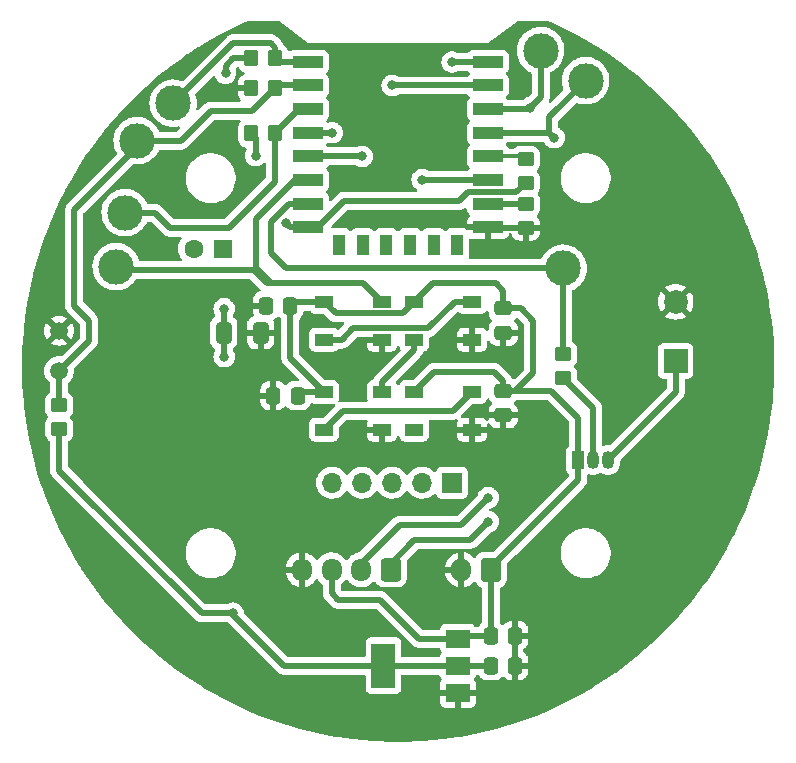
<source format=gbr>
%TF.GenerationSoftware,KiCad,Pcbnew,(6.0.1)*%
%TF.CreationDate,2022-02-03T22:35:58+01:00*%
%TF.ProjectId,ESP8266_12F_BASIC,45535038-3236-4365-9f31-32465f424153,rev?*%
%TF.SameCoordinates,Original*%
%TF.FileFunction,Copper,L1,Top*%
%TF.FilePolarity,Positive*%
%FSLAX46Y46*%
G04 Gerber Fmt 4.6, Leading zero omitted, Abs format (unit mm)*
G04 Created by KiCad (PCBNEW (6.0.1)) date 2022-02-03 22:35:58*
%MOMM*%
%LPD*%
G01*
G04 APERTURE LIST*
G04 Aperture macros list*
%AMRoundRect*
0 Rectangle with rounded corners*
0 $1 Rounding radius*
0 $2 $3 $4 $5 $6 $7 $8 $9 X,Y pos of 4 corners*
0 Add a 4 corners polygon primitive as box body*
4,1,4,$2,$3,$4,$5,$6,$7,$8,$9,$2,$3,0*
0 Add four circle primitives for the rounded corners*
1,1,$1+$1,$2,$3*
1,1,$1+$1,$4,$5*
1,1,$1+$1,$6,$7*
1,1,$1+$1,$8,$9*
0 Add four rect primitives between the rounded corners*
20,1,$1+$1,$2,$3,$4,$5,0*
20,1,$1+$1,$4,$5,$6,$7,0*
20,1,$1+$1,$6,$7,$8,$9,0*
20,1,$1+$1,$8,$9,$2,$3,0*%
G04 Aperture macros list end*
%TA.AperFunction,SMDPad,CuDef*%
%ADD10RoundRect,0.250000X0.350000X0.450000X-0.350000X0.450000X-0.350000X-0.450000X0.350000X-0.450000X0*%
%TD*%
%TA.AperFunction,ComponentPad*%
%ADD11C,3.000000*%
%TD*%
%TA.AperFunction,SMDPad,CuDef*%
%ADD12R,1.500000X1.000000*%
%TD*%
%TA.AperFunction,SMDPad,CuDef*%
%ADD13R,2.000000X1.500000*%
%TD*%
%TA.AperFunction,SMDPad,CuDef*%
%ADD14R,2.000000X3.800000*%
%TD*%
%TA.AperFunction,SMDPad,CuDef*%
%ADD15RoundRect,0.250000X0.450000X-0.350000X0.450000X0.350000X-0.450000X0.350000X-0.450000X-0.350000X0*%
%TD*%
%TA.AperFunction,SMDPad,CuDef*%
%ADD16RoundRect,0.250000X-0.412500X-0.650000X0.412500X-0.650000X0.412500X0.650000X-0.412500X0.650000X0*%
%TD*%
%TA.AperFunction,ComponentPad*%
%ADD17R,1.600000X1.600000*%
%TD*%
%TA.AperFunction,ComponentPad*%
%ADD18C,1.600000*%
%TD*%
%TA.AperFunction,ComponentPad*%
%ADD19R,1.700000X1.700000*%
%TD*%
%TA.AperFunction,ComponentPad*%
%ADD20O,1.700000X1.700000*%
%TD*%
%TA.AperFunction,SMDPad,CuDef*%
%ADD21RoundRect,0.250000X0.337500X0.475000X-0.337500X0.475000X-0.337500X-0.475000X0.337500X-0.475000X0*%
%TD*%
%TA.AperFunction,ComponentPad*%
%ADD22C,1.500000*%
%TD*%
%TA.AperFunction,SMDPad,CuDef*%
%ADD23RoundRect,0.250000X-0.337500X-0.475000X0.337500X-0.475000X0.337500X0.475000X-0.337500X0.475000X0*%
%TD*%
%TA.AperFunction,ComponentPad*%
%ADD24R,1.050000X1.500000*%
%TD*%
%TA.AperFunction,ComponentPad*%
%ADD25O,1.050000X1.500000*%
%TD*%
%TA.AperFunction,SMDPad,CuDef*%
%ADD26RoundRect,0.250000X-0.475000X0.337500X-0.475000X-0.337500X0.475000X-0.337500X0.475000X0.337500X0*%
%TD*%
%TA.AperFunction,SMDPad,CuDef*%
%ADD27R,2.500000X1.000000*%
%TD*%
%TA.AperFunction,SMDPad,CuDef*%
%ADD28R,1.000000X1.800000*%
%TD*%
%TA.AperFunction,ComponentPad*%
%ADD29R,2.000000X2.000000*%
%TD*%
%TA.AperFunction,ComponentPad*%
%ADD30C,2.000000*%
%TD*%
%TA.AperFunction,ComponentPad*%
%ADD31RoundRect,0.250000X0.600000X0.750000X-0.600000X0.750000X-0.600000X-0.750000X0.600000X-0.750000X0*%
%TD*%
%TA.AperFunction,ComponentPad*%
%ADD32O,1.700000X2.000000*%
%TD*%
%TA.AperFunction,ComponentPad*%
%ADD33RoundRect,0.250000X0.600000X0.725000X-0.600000X0.725000X-0.600000X-0.725000X0.600000X-0.725000X0*%
%TD*%
%TA.AperFunction,ComponentPad*%
%ADD34O,1.700000X1.950000*%
%TD*%
%TA.AperFunction,ViaPad*%
%ADD35C,0.800000*%
%TD*%
%TA.AperFunction,Conductor*%
%ADD36C,0.500000*%
%TD*%
%TA.AperFunction,Conductor*%
%ADD37C,0.300000*%
%TD*%
G04 APERTURE END LIST*
D10*
%TO.P,R4,1*%
%TO.N,ESP_EN*%
X141970000Y-81915000D03*
%TO.P,R4,2*%
%TO.N,VCC_3V3*%
X139970000Y-81915000D03*
%TD*%
D11*
%TO.P,TP5,1,1*%
%TO.N,ESP_ADC*%
X130302000Y-82550000D03*
%TD*%
D12*
%TO.P,D2,1,VDD*%
%TO.N,VCC_IN*%
X153760000Y-96190000D03*
%TO.P,D2,2,DOUT*%
%TO.N,Net-(D2-Pad2)*%
X153760000Y-99390000D03*
%TO.P,D2,3,VSS*%
%TO.N,GND*%
X158660000Y-99390000D03*
%TO.P,D2,4,DIN*%
%TO.N,Net-(D1-Pad2)*%
X158660000Y-96190000D03*
%TD*%
%TO.P,D1,1,VDD*%
%TO.N,VCC_IN*%
X146140000Y-96190000D03*
%TO.P,D1,2,DOUT*%
%TO.N,Net-(D1-Pad2)*%
X146140000Y-99390000D03*
%TO.P,D1,3,VSS*%
%TO.N,GND*%
X151040000Y-99390000D03*
%TO.P,D1,4,DIN*%
%TO.N,D1_IN*%
X151040000Y-96190000D03*
%TD*%
D13*
%TO.P,U2,1,GND*%
%TO.N,GND*%
X157455000Y-129300000D03*
%TO.P,U2,2,VO*%
%TO.N,VCC_3V3*%
X157455000Y-127000000D03*
D14*
X151155000Y-127000000D03*
D13*
%TO.P,U2,3,VI*%
%TO.N,VCC_IN*%
X157455000Y-124700000D03*
%TD*%
D15*
%TO.P,R6,1*%
%TO.N,GND*%
X163195000Y-89900000D03*
%TO.P,R6,2*%
%TO.N,Net-(R6-Pad2)*%
X163195000Y-87900000D03*
%TD*%
D11*
%TO.P,TP4,1,1*%
%TO.N,D1_IN*%
X128524000Y-93218000D03*
%TD*%
D16*
%TO.P,C4,1*%
%TO.N,VCC_3V3*%
X137629500Y-98806000D03*
%TO.P,C4,2*%
%TO.N,GND*%
X140754500Y-98806000D03*
%TD*%
D17*
%TO.P,C3,1*%
%TO.N,VCC_3V3*%
X137580379Y-91694000D03*
D18*
%TO.P,C3,2*%
%TO.N,GND*%
X135080379Y-91694000D03*
%TD*%
D19*
%TO.P,J3,1,Pin_1*%
%TO.N,GPIO1*%
X156972000Y-111506000D03*
D20*
%TO.P,J3,2,Pin_2*%
%TO.N,GPIO2*%
X154432000Y-111506000D03*
%TO.P,J3,3,Pin_3*%
%TO.N,GPIO3*%
X151892000Y-111506000D03*
%TO.P,J3,4,Pin_4*%
%TO.N,GPIO14*%
X149352000Y-111506000D03*
%TO.P,J3,5,Pin_5*%
%TO.N,GPIO16*%
X146812000Y-111506000D03*
%TD*%
D21*
%TO.P,C5,1*%
%TO.N,VCC_IN*%
X143277500Y-96520000D03*
%TO.P,C5,2*%
%TO.N,GND*%
X141202500Y-96520000D03*
%TD*%
D22*
%TO.P,R1,1*%
%TO.N,ESP_ADC*%
X123698000Y-102030000D03*
%TO.P,R1,2*%
%TO.N,GND*%
X123698000Y-98630000D03*
%TD*%
D15*
%TO.P,R7,1*%
%TO.N,Net-(Q1-Pad2)*%
X166370000Y-102600000D03*
%TO.P,R7,2*%
%TO.N,BUZZ*%
X166370000Y-100600000D03*
%TD*%
D23*
%TO.P,C1,1*%
%TO.N,VCC_IN*%
X160252500Y-124460000D03*
%TO.P,C1,2*%
%TO.N,GND*%
X162327500Y-124460000D03*
%TD*%
D11*
%TO.P,TP2,1,1*%
%TO.N,MHZ_RX*%
X164465000Y-74930000D03*
%TD*%
D15*
%TO.P,R5,1*%
%TO.N,VCC_3V3*%
X163195000Y-86090000D03*
%TO.P,R5,2*%
%TO.N,Net-(R5-Pad2)*%
X163195000Y-84090000D03*
%TD*%
D21*
%TO.P,C7,1*%
%TO.N,VCC_IN*%
X143912500Y-104140000D03*
%TO.P,C7,2*%
%TO.N,GND*%
X141837500Y-104140000D03*
%TD*%
D24*
%TO.P,Q1,1,C*%
%TO.N,VCC_IN*%
X167640000Y-109580000D03*
D25*
%TO.P,Q1,2,B*%
%TO.N,Net-(Q1-Pad2)*%
X168910000Y-109580000D03*
%TO.P,Q1,3,E*%
%TO.N,Net-(BZ1-Pad1)*%
X170180000Y-109580000D03*
%TD*%
D26*
%TO.P,C6,1*%
%TO.N,VCC_IN*%
X161290000Y-96752500D03*
%TO.P,C6,2*%
%TO.N,GND*%
X161290000Y-98827500D03*
%TD*%
%TO.P,C8,1*%
%TO.N,VCC_IN*%
X161290000Y-103737500D03*
%TO.P,C8,2*%
%TO.N,GND*%
X161290000Y-105812500D03*
%TD*%
D15*
%TO.P,R2,1*%
%TO.N,VCC_3V3*%
X123698000Y-106918000D03*
%TO.P,R2,2*%
%TO.N,ESP_ADC*%
X123698000Y-104918000D03*
%TD*%
D10*
%TO.P,R3,1*%
%TO.N,ESP_RS*%
X141970000Y-75565000D03*
%TO.P,R3,2*%
%TO.N,VCC_3V3*%
X139970000Y-75565000D03*
%TD*%
D11*
%TO.P,TP3,1,1*%
%TO.N,BUZZ*%
X166370000Y-93345000D03*
%TD*%
%TO.P,TP7,1,1*%
%TO.N,ESP_RS*%
X133350000Y-79375000D03*
%TD*%
D23*
%TO.P,C2,1*%
%TO.N,VCC_3V3*%
X160252500Y-127000000D03*
%TO.P,C2,2*%
%TO.N,GND*%
X162327500Y-127000000D03*
%TD*%
D11*
%TO.P,TP6,1,1*%
%TO.N,ESP_EN*%
X129286000Y-88646000D03*
%TD*%
D27*
%TO.P,U1,1,~{RST}*%
%TO.N,ESP_RS*%
X144800000Y-75875000D03*
%TO.P,U1,2,ADC*%
%TO.N,ESP_ADC*%
X144800000Y-77875000D03*
%TO.P,U1,3,EN*%
%TO.N,ESP_EN*%
X144800000Y-79875000D03*
%TO.P,U1,4,GPIO16*%
%TO.N,GPIO16*%
X144800000Y-81875000D03*
%TO.P,U1,5,GPIO14*%
%TO.N,GPIO14*%
X144800000Y-83875000D03*
%TO.P,U1,6,GPIO12*%
%TO.N,D1_IN*%
X144800000Y-85875000D03*
%TO.P,U1,7,GPIO13*%
%TO.N,BUZZ*%
X144800000Y-87875000D03*
%TO.P,U1,8,VCC*%
%TO.N,VCC_3V3*%
X144800000Y-89875000D03*
D28*
%TO.P,U1,9,CS0*%
%TO.N,unconnected-(U1-Pad9)*%
X147400000Y-91375000D03*
%TO.P,U1,10,MISO*%
%TO.N,unconnected-(U1-Pad10)*%
X149400000Y-91375000D03*
%TO.P,U1,11,GPIO9*%
%TO.N,unconnected-(U1-Pad11)*%
X151400000Y-91375000D03*
%TO.P,U1,12,GPIO10*%
%TO.N,unconnected-(U1-Pad12)*%
X153400000Y-91375000D03*
%TO.P,U1,13,MOSI*%
%TO.N,unconnected-(U1-Pad13)*%
X155400000Y-91375000D03*
%TO.P,U1,14,SCLK*%
%TO.N,unconnected-(U1-Pad14)*%
X157400000Y-91375000D03*
D27*
%TO.P,U1,15,GND*%
%TO.N,GND*%
X160000000Y-89875000D03*
%TO.P,U1,16,GPIO15*%
%TO.N,Net-(R6-Pad2)*%
X160000000Y-87875000D03*
%TO.P,U1,17,GPIO2*%
%TO.N,GPIO2*%
X160000000Y-85875000D03*
%TO.P,U1,18,GPIO0*%
%TO.N,Net-(R5-Pad2)*%
X160000000Y-83875000D03*
%TO.P,U1,19,GPIO4*%
%TO.N,MHZ_TX*%
X160000000Y-81875000D03*
%TO.P,U1,20,GPIO5*%
%TO.N,MHZ_RX*%
X160000000Y-79875000D03*
%TO.P,U1,21,GPIO3/RXD*%
%TO.N,GPIO3*%
X160000000Y-77875000D03*
%TO.P,U1,22,GPIO1/TXD*%
%TO.N,GPIO1*%
X160000000Y-75875000D03*
%TD*%
D12*
%TO.P,D4,1,VDD*%
%TO.N,VCC_IN*%
X153760000Y-103810000D03*
%TO.P,D4,2,DOUT*%
%TO.N,unconnected-(D4-Pad2)*%
X153760000Y-107010000D03*
%TO.P,D4,3,VSS*%
%TO.N,GND*%
X158660000Y-107010000D03*
%TO.P,D4,4,DIN*%
%TO.N,Net-(D3-Pad2)*%
X158660000Y-103810000D03*
%TD*%
D11*
%TO.P,TP1,1,1*%
%TO.N,MHZ_TX*%
X168275000Y-77470000D03*
%TD*%
D12*
%TO.P,D3,1,VDD*%
%TO.N,VCC_IN*%
X146140000Y-103810000D03*
%TO.P,D3,2,DOUT*%
%TO.N,Net-(D3-Pad2)*%
X146140000Y-107010000D03*
%TO.P,D3,3,VSS*%
%TO.N,GND*%
X151040000Y-107010000D03*
%TO.P,D3,4,DIN*%
%TO.N,Net-(D2-Pad2)*%
X151040000Y-103810000D03*
%TD*%
D10*
%TO.P,R2,1*%
%TO.N,ESP_ADC*%
X141970000Y-78105000D03*
%TO.P,R2,2*%
%TO.N,GND*%
X139970000Y-78105000D03*
%TD*%
D29*
%TO.P,BZ1,1,-*%
%TO.N,Net-(BZ1-Pad1)*%
X175895000Y-101176785D03*
D30*
%TO.P,BZ1,2,+*%
%TO.N,GND*%
X175895000Y-96176785D03*
%TD*%
D31*
%TO.P,J1,1,Pin_1*%
%TO.N,VCC_IN*%
X160254000Y-118872000D03*
D32*
%TO.P,J1,2,Pin_2*%
%TO.N,GND*%
X157754000Y-118872000D03*
%TD*%
D33*
%TO.P,J2,1,Pin_1*%
%TO.N,MHZ_TX*%
X151765000Y-118872000D03*
D34*
%TO.P,J2,2,Pin_2*%
%TO.N,MHZ_RX*%
X149265000Y-118872000D03*
%TO.P,J2,3,Pin_3*%
%TO.N,VCC_IN*%
X146765000Y-118872000D03*
%TO.P,J2,4,Pin_4*%
%TO.N,GND*%
X144265000Y-118872000D03*
%TD*%
D35*
%TO.N,GND*%
X172720000Y-86360000D03*
X136525000Y-78740000D03*
X163830000Y-111125000D03*
X128524000Y-97028000D03*
X147320000Y-132080000D03*
X155702000Y-100076000D03*
X177800000Y-86360000D03*
X182880000Y-96520000D03*
X182880000Y-101600000D03*
X172720000Y-111760000D03*
X167640000Y-81280000D03*
X177800000Y-91440000D03*
X172720000Y-91440000D03*
X157480000Y-132080000D03*
X152400000Y-132080000D03*
X172720000Y-81280000D03*
X148082000Y-101600000D03*
X167640000Y-121920000D03*
X129286000Y-120396000D03*
%TO.N,VCC_3V3*%
X137668000Y-96774000D03*
X142875000Y-89535000D03*
X137668000Y-100838000D03*
X137795000Y-76835000D03*
X138430000Y-122555000D03*
X140335000Y-83820000D03*
%TO.N,GPIO1*%
X156972000Y-75875000D03*
%TO.N,MHZ_TX*%
X165608000Y-82296000D03*
X160020000Y-114808000D03*
%TO.N,MHZ_RX*%
X163576000Y-79756000D03*
X160020000Y-112776000D03*
%TO.N,GPIO2*%
X154432000Y-85852000D03*
%TO.N,GPIO3*%
X151892000Y-77875000D03*
%TO.N,GPIO14*%
X149352000Y-83875000D03*
%TO.N,GPIO16*%
X146812000Y-81875000D03*
%TD*%
D36*
%TO.N,Net-(BZ1-Pad1)*%
X175895000Y-103865000D02*
X170180000Y-109580000D01*
X175895000Y-101176785D02*
X175895000Y-103865000D01*
%TO.N,GND*%
X160025000Y-89900000D02*
X160000000Y-89875000D01*
X163195000Y-89900000D02*
X160025000Y-89900000D01*
%TO.N,VCC_IN*%
X160655000Y-94615000D02*
X155335000Y-94615000D01*
X161290000Y-96752500D02*
X161290000Y-95250000D01*
X167640000Y-109580000D02*
X167640000Y-106045000D01*
X143277500Y-100947500D02*
X146140000Y-103810000D01*
X161290000Y-96752500D02*
X162792500Y-96752500D01*
X157695000Y-124460000D02*
X157455000Y-124700000D01*
X165332500Y-103737500D02*
X161290000Y-103737500D01*
X146140000Y-96190000D02*
X143607500Y-96190000D01*
X146765000Y-120857000D02*
X146765000Y-118347000D01*
X150876000Y-121412000D02*
X147320000Y-121412000D01*
X160252500Y-124460000D02*
X157695000Y-124460000D01*
X144242500Y-103810000D02*
X143912500Y-104140000D01*
X162327500Y-103737500D02*
X161290000Y-103737500D01*
X147320000Y-121412000D02*
X146765000Y-120857000D01*
X155335000Y-94615000D02*
X153760000Y-96190000D01*
X167640000Y-109580000D02*
X167640000Y-111252000D01*
X143607500Y-96190000D02*
X143277500Y-96520000D01*
X160528000Y-102108000D02*
X155462000Y-102108000D01*
X162792500Y-96752500D02*
X163830000Y-97790000D01*
X146140000Y-103810000D02*
X144242500Y-103810000D01*
X157455000Y-124700000D02*
X154164000Y-124700000D01*
X155462000Y-102108000D02*
X153760000Y-103810000D01*
X153760000Y-96190000D02*
X152795000Y-97155000D01*
X161290000Y-95250000D02*
X160655000Y-94615000D01*
X154164000Y-124700000D02*
X150876000Y-121412000D01*
X163830000Y-102235000D02*
X162327500Y-103737500D01*
X143277500Y-96520000D02*
X143277500Y-100947500D01*
X147105000Y-97155000D02*
X146140000Y-96190000D01*
X167640000Y-111252000D02*
X160252500Y-118639500D01*
X152795000Y-97155000D02*
X147105000Y-97155000D01*
X161290000Y-103737500D02*
X161290000Y-102870000D01*
X163830000Y-97790000D02*
X163830000Y-102235000D01*
X161290000Y-102870000D02*
X160528000Y-102108000D01*
X160252500Y-118639500D02*
X160252500Y-124460000D01*
X167640000Y-106045000D02*
X165332500Y-103737500D01*
%TO.N,VCC_3V3*%
X138430000Y-122682000D02*
X142748000Y-127000000D01*
X135763000Y-122555000D02*
X123698000Y-110490000D01*
X140335000Y-83820000D02*
X140335000Y-82280000D01*
X123698000Y-110490000D02*
X123698000Y-106918000D01*
X145796000Y-89662000D02*
X147828000Y-87630000D01*
X138430000Y-122555000D02*
X135763000Y-122555000D01*
X140335000Y-82280000D02*
X139970000Y-81915000D01*
X138430000Y-75565000D02*
X139970000Y-75565000D01*
X137629500Y-98806000D02*
X137629500Y-96812500D01*
X160252500Y-127000000D02*
X157455000Y-127000000D01*
X144800000Y-89875000D02*
X145013000Y-89662000D01*
X158300489Y-86925489D02*
X162359511Y-86925489D01*
X137629500Y-96812500D02*
X137668000Y-96774000D01*
X144800000Y-89875000D02*
X143215000Y-89875000D01*
X143215000Y-89875000D02*
X142875000Y-89535000D01*
X142748000Y-127000000D02*
X151155000Y-127000000D01*
X157595978Y-87630000D02*
X158300489Y-86925489D01*
X162359511Y-86925489D02*
X163195000Y-86090000D01*
X145013000Y-89662000D02*
X145796000Y-89662000D01*
X137795000Y-76835000D02*
X137795000Y-76200000D01*
X137668000Y-98844500D02*
X137629500Y-98806000D01*
X137668000Y-100838000D02*
X137668000Y-98844500D01*
X157455000Y-127000000D02*
X151155000Y-127000000D01*
X138430000Y-122555000D02*
X138430000Y-122682000D01*
X137795000Y-76200000D02*
X138430000Y-75565000D01*
X147828000Y-87630000D02*
X157595978Y-87630000D01*
%TO.N,Net-(D1-Pad2)*%
X146140000Y-99390000D02*
X147625000Y-99390000D01*
X154940000Y-98425000D02*
X157175000Y-96190000D01*
X157175000Y-96190000D02*
X158660000Y-96190000D01*
X148590000Y-98425000D02*
X154940000Y-98425000D01*
X147625000Y-99390000D02*
X148590000Y-98425000D01*
%TO.N,D1_IN*%
X141305730Y-94615000D02*
X140162730Y-93472000D01*
X140162730Y-93472000D02*
X128778000Y-93472000D01*
X140335000Y-89180730D02*
X140335000Y-93345000D01*
X144800000Y-85875000D02*
X143640730Y-85875000D01*
X143640730Y-85875000D02*
X140335000Y-89180730D01*
X149465000Y-94615000D02*
X151040000Y-96190000D01*
X140335000Y-93345000D02*
X141605000Y-94615000D01*
X128778000Y-93472000D02*
X128524000Y-93218000D01*
X141605000Y-94615000D02*
X141305730Y-94615000D01*
X141605000Y-94615000D02*
X149465000Y-94615000D01*
%TO.N,Net-(D2-Pad2)*%
X151040000Y-102960000D02*
X151040000Y-103810000D01*
X153760000Y-99390000D02*
X153760000Y-100240000D01*
X153760000Y-100240000D02*
X151040000Y-102960000D01*
%TO.N,Net-(D3-Pad2)*%
X157060000Y-105410000D02*
X158660000Y-103810000D01*
X146140000Y-107010000D02*
X147740000Y-105410000D01*
X147740000Y-105410000D02*
X157060000Y-105410000D01*
%TO.N,Net-(Q1-Pad2)*%
X168910000Y-105140000D02*
X166370000Y-102600000D01*
X168910000Y-109580000D02*
X168910000Y-105140000D01*
%TO.N,ESP_ADC*%
X130810000Y-82550000D02*
X133985000Y-82550000D01*
X124968000Y-88392000D02*
X130810000Y-82550000D01*
X144800000Y-77875000D02*
X142200000Y-77875000D01*
X123698000Y-102030000D02*
X126238000Y-99490000D01*
X126238000Y-97790000D02*
X124968000Y-96520000D01*
X142200000Y-77875000D02*
X141970000Y-78105000D01*
X126238000Y-99490000D02*
X126238000Y-97790000D01*
X140065000Y-80010000D02*
X141970000Y-78105000D01*
X124968000Y-96520000D02*
X124968000Y-88392000D01*
X136525000Y-80010000D02*
X140065000Y-80010000D01*
X133985000Y-82550000D02*
X136525000Y-80010000D01*
X123698000Y-104918000D02*
X123698000Y-102030000D01*
%TO.N,ESP_RS*%
X141970000Y-74660000D02*
X141605000Y-74295000D01*
X144800000Y-75875000D02*
X142280000Y-75875000D01*
X141970000Y-75565000D02*
X141970000Y-74660000D01*
X138430000Y-74295000D02*
X133350000Y-79375000D01*
X141605000Y-74295000D02*
X138430000Y-74295000D01*
X142280000Y-75875000D02*
X141970000Y-75565000D01*
%TO.N,ESP_EN*%
X144010000Y-79875000D02*
X141970000Y-81915000D01*
X144800000Y-79875000D02*
X144010000Y-79875000D01*
X131826000Y-88646000D02*
X129286000Y-88646000D01*
X138062365Y-89916000D02*
X133096000Y-89916000D01*
X141970000Y-81915000D02*
X141970000Y-86008365D01*
X133096000Y-89916000D02*
X131826000Y-88646000D01*
X141970000Y-86008365D02*
X138062365Y-89916000D01*
D37*
%TO.N,Net-(R5-Pad2)*%
X163195000Y-84090000D02*
X162980000Y-83875000D01*
X162980000Y-83875000D02*
X160000000Y-83875000D01*
D36*
%TO.N,GPIO1*%
X160000000Y-75875000D02*
X156972000Y-75875000D01*
%TO.N,BUZZ*%
X142875000Y-93345000D02*
X166370000Y-93345000D01*
X141605000Y-89408000D02*
X141605000Y-92075000D01*
X144800000Y-87875000D02*
X143138000Y-87875000D01*
X143138000Y-87875000D02*
X141605000Y-89408000D01*
X166370000Y-100600000D02*
X166370000Y-93345000D01*
X141605000Y-92075000D02*
X142875000Y-93345000D01*
%TO.N,MHZ_TX*%
X165187000Y-80558000D02*
X168275000Y-77470000D01*
X165187000Y-81875000D02*
X165187000Y-80558000D01*
X158496000Y-116332000D02*
X160020000Y-114808000D01*
X165187000Y-81875000D02*
X165608000Y-82296000D01*
X151765000Y-118347000D02*
X153780000Y-116332000D01*
X160000000Y-81875000D02*
X165187000Y-81875000D01*
X153780000Y-116332000D02*
X158496000Y-116332000D01*
%TO.N,MHZ_RX*%
X149265000Y-118347000D02*
X152550000Y-115062000D01*
X152550000Y-115062000D02*
X157734000Y-115062000D01*
X164465000Y-78867000D02*
X164465000Y-74930000D01*
X163576000Y-79756000D02*
X164465000Y-78867000D01*
X160000000Y-79875000D02*
X163457000Y-79875000D01*
X157734000Y-115062000D02*
X160020000Y-112776000D01*
D37*
X163457000Y-79875000D02*
X163576000Y-79756000D01*
D36*
%TO.N,GPIO2*%
X154432000Y-85852000D02*
X154455000Y-85875000D01*
X154455000Y-85875000D02*
X160000000Y-85875000D01*
%TO.N,GPIO3*%
X160000000Y-77875000D02*
X151892000Y-77875000D01*
%TO.N,GPIO14*%
X144800000Y-83875000D02*
X149352000Y-83875000D01*
%TO.N,GPIO16*%
X144800000Y-81875000D02*
X146812000Y-81875000D01*
%TO.N,Net-(R6-Pad2)*%
X163195000Y-87900000D02*
X160025000Y-87900000D01*
X160025000Y-87900000D02*
X160000000Y-87875000D01*
%TD*%
%TA.AperFunction,Conductor*%
%TO.N,GND*%
G36*
X142266121Y-72410002D02*
G01*
X142273600Y-72415200D01*
X144780000Y-74295000D01*
X160020000Y-74295000D01*
X160034494Y-74284130D01*
X162526400Y-72415200D01*
X162592898Y-72390329D01*
X162602000Y-72390000D01*
X165066661Y-72390000D01*
X165115874Y-72400008D01*
X165351947Y-72500170D01*
X165355991Y-72501971D01*
X166366072Y-72973058D01*
X166370050Y-72974999D01*
X167362962Y-73481274D01*
X167366870Y-73483353D01*
X167536465Y-73577475D01*
X168341458Y-74024232D01*
X168345242Y-74026420D01*
X168992021Y-74415696D01*
X169300194Y-74601176D01*
X169303946Y-74603525D01*
X169360266Y-74640177D01*
X170214555Y-75196134D01*
X170238100Y-75211457D01*
X170241760Y-75213931D01*
X170903971Y-75678794D01*
X171154019Y-75854324D01*
X171157593Y-75856929D01*
X171589867Y-76183633D01*
X172046738Y-76528927D01*
X172050222Y-76531657D01*
X172868031Y-77196134D01*
X172915246Y-77234497D01*
X172918625Y-77237342D01*
X173471382Y-77719664D01*
X173758439Y-77970143D01*
X173761722Y-77973111D01*
X174571138Y-78731081D01*
X174575266Y-78734947D01*
X174578434Y-78738021D01*
X174944763Y-79106055D01*
X175364708Y-79527955D01*
X175367775Y-79531146D01*
X176125838Y-80348232D01*
X176128791Y-80351530D01*
X176857652Y-81194701D01*
X176860488Y-81198100D01*
X177283177Y-81723290D01*
X177496496Y-81988337D01*
X177559307Y-82066380D01*
X177562017Y-82069871D01*
X178227640Y-82959134D01*
X178229906Y-82962162D01*
X178232486Y-82965739D01*
X178468145Y-83304778D01*
X178868631Y-83880953D01*
X178871093Y-83884632D01*
X179474676Y-84821593D01*
X179477007Y-84825355D01*
X180047310Y-85782943D01*
X180049508Y-85786785D01*
X180585830Y-86763827D01*
X180587892Y-86767745D01*
X181085735Y-87755425D01*
X181089568Y-87763030D01*
X181091480Y-87766996D01*
X181271213Y-88157089D01*
X181557877Y-88779266D01*
X181559659Y-88783318D01*
X181707764Y-89136946D01*
X181973734Y-89772000D01*
X181990221Y-89811366D01*
X181991850Y-89815455D01*
X182280911Y-90579962D01*
X182386044Y-90858017D01*
X182387536Y-90862184D01*
X182744844Y-91917880D01*
X182746190Y-91922097D01*
X183066214Y-92989753D01*
X183067409Y-92994013D01*
X183288006Y-93836498D01*
X183349724Y-94072209D01*
X183350768Y-94076502D01*
X183385360Y-94230500D01*
X183595043Y-95163982D01*
X183595937Y-95168318D01*
X183682396Y-95628219D01*
X183801842Y-96263589D01*
X183801859Y-96263682D01*
X183802597Y-96268028D01*
X183922647Y-97058642D01*
X183969919Y-97369958D01*
X183970507Y-97374346D01*
X184099020Y-98481480D01*
X184099453Y-98485885D01*
X184188998Y-99596840D01*
X184189276Y-99601258D01*
X184210132Y-100061384D01*
X184237729Y-100670224D01*
X184239744Y-100714689D01*
X184239866Y-100719097D01*
X184243837Y-101109876D01*
X184251192Y-101833571D01*
X184251160Y-101837997D01*
X184240754Y-102254681D01*
X184223471Y-102946739D01*
X184223333Y-102952251D01*
X184223145Y-102956655D01*
X184156199Y-104069182D01*
X184155857Y-104073579D01*
X184115506Y-104496000D01*
X184049872Y-105183104D01*
X184049374Y-105187503D01*
X184001319Y-105554025D01*
X183907720Y-106267924D01*
X183904481Y-106292627D01*
X183903832Y-106296979D01*
X183740051Y-107277548D01*
X183720217Y-107396297D01*
X183719412Y-107400649D01*
X183497285Y-108492887D01*
X183496326Y-108497209D01*
X183235988Y-109580904D01*
X183234879Y-109585189D01*
X182936630Y-110659099D01*
X182935371Y-110663343D01*
X182599574Y-111726143D01*
X182598166Y-111730338D01*
X182568161Y-111814851D01*
X182225264Y-112780638D01*
X182223710Y-112784783D01*
X181814130Y-113821374D01*
X181812452Y-113825414D01*
X181366683Y-114847053D01*
X181364882Y-114850989D01*
X180946701Y-115724350D01*
X180883533Y-115856275D01*
X180881552Y-115860233D01*
X180786780Y-116041525D01*
X180365200Y-116847972D01*
X180363087Y-116851848D01*
X180206473Y-117127405D01*
X179812351Y-117820852D01*
X179810096Y-117824662D01*
X179485250Y-118352181D01*
X179282665Y-118681161D01*
X179225668Y-118773718D01*
X179223287Y-118777436D01*
X178609086Y-119700566D01*
X178605900Y-119705354D01*
X178603396Y-119708978D01*
X178142377Y-120351723D01*
X177953763Y-120614685D01*
X177951120Y-120618236D01*
X177270101Y-121500530D01*
X177267335Y-121503986D01*
X176555757Y-122361802D01*
X176552872Y-122365159D01*
X175811569Y-123197488D01*
X175808567Y-123200741D01*
X175038518Y-124006484D01*
X175035404Y-124009630D01*
X174237513Y-124787843D01*
X174234291Y-124790877D01*
X173423075Y-125528296D01*
X173409558Y-125540583D01*
X173406236Y-125543498D01*
X173308161Y-125626550D01*
X172555690Y-126263762D01*
X172552263Y-126266563D01*
X171676907Y-126956535D01*
X171673383Y-126959213D01*
X171267169Y-127256876D01*
X170817134Y-127586650D01*
X170774366Y-127617989D01*
X170770762Y-127620533D01*
X170280144Y-127954207D01*
X169849144Y-128247334D01*
X169845440Y-128249759D01*
X168902386Y-128843793D01*
X168898600Y-128846086D01*
X168586165Y-129027885D01*
X167935241Y-129406642D01*
X167931436Y-129408768D01*
X167145136Y-129830046D01*
X166948943Y-129935161D01*
X166945018Y-129937176D01*
X165944692Y-130428707D01*
X165940716Y-130430575D01*
X164923734Y-130886671D01*
X164919698Y-130888398D01*
X163887296Y-131308502D01*
X163883167Y-131310098D01*
X162836696Y-131693660D01*
X162832514Y-131695110D01*
X161773199Y-132041685D01*
X161768968Y-132042987D01*
X160698156Y-132352132D01*
X160693887Y-132353284D01*
X159612852Y-132624632D01*
X159608560Y-132625630D01*
X158518649Y-132858842D01*
X158514333Y-132859686D01*
X157655004Y-133012210D01*
X157416914Y-133054469D01*
X157412542Y-133055166D01*
X156308979Y-133211278D01*
X156304587Y-133211821D01*
X155196200Y-133329077D01*
X155191790Y-133329465D01*
X154677726Y-133365645D01*
X154079982Y-133407714D01*
X154075575Y-133407947D01*
X153035887Y-133444489D01*
X152961711Y-133447096D01*
X152957285Y-133447174D01*
X151842715Y-133447174D01*
X151838289Y-133447096D01*
X151764113Y-133444489D01*
X150724425Y-133407947D01*
X150720018Y-133407714D01*
X150122274Y-133365645D01*
X149608210Y-133329465D01*
X149603800Y-133329077D01*
X148495413Y-133211821D01*
X148491021Y-133211278D01*
X147387458Y-133055166D01*
X147383086Y-133054469D01*
X147144996Y-133012210D01*
X146285667Y-132859686D01*
X146281351Y-132858842D01*
X145191440Y-132625630D01*
X145187148Y-132624632D01*
X144106113Y-132353284D01*
X144101844Y-132352132D01*
X143031032Y-132042987D01*
X143026801Y-132041685D01*
X141967486Y-131695110D01*
X141963304Y-131693660D01*
X140916833Y-131310098D01*
X140912704Y-131308502D01*
X139880302Y-130888398D01*
X139876266Y-130886671D01*
X138859284Y-130430575D01*
X138855308Y-130428707D01*
X138175500Y-130094669D01*
X155947001Y-130094669D01*
X155947371Y-130101490D01*
X155952895Y-130152352D01*
X155956521Y-130167604D01*
X156001676Y-130288054D01*
X156010214Y-130303649D01*
X156086715Y-130405724D01*
X156099276Y-130418285D01*
X156201351Y-130494786D01*
X156216946Y-130503324D01*
X156337394Y-130548478D01*
X156352649Y-130552105D01*
X156403514Y-130557631D01*
X156410328Y-130558000D01*
X157182885Y-130558000D01*
X157198124Y-130553525D01*
X157199329Y-130552135D01*
X157201000Y-130544452D01*
X157201000Y-130539884D01*
X157709000Y-130539884D01*
X157713475Y-130555123D01*
X157714865Y-130556328D01*
X157722548Y-130557999D01*
X158499669Y-130557999D01*
X158506490Y-130557629D01*
X158557352Y-130552105D01*
X158572604Y-130548479D01*
X158693054Y-130503324D01*
X158708649Y-130494786D01*
X158810724Y-130418285D01*
X158823285Y-130405724D01*
X158899786Y-130303649D01*
X158908324Y-130288054D01*
X158953478Y-130167606D01*
X158957105Y-130152351D01*
X158962631Y-130101486D01*
X158963000Y-130094672D01*
X158963000Y-129572115D01*
X158958525Y-129556876D01*
X158957135Y-129555671D01*
X158949452Y-129554000D01*
X157727115Y-129554000D01*
X157711876Y-129558475D01*
X157710671Y-129559865D01*
X157709000Y-129567548D01*
X157709000Y-130539884D01*
X157201000Y-130539884D01*
X157201000Y-129572115D01*
X157196525Y-129556876D01*
X157195135Y-129555671D01*
X157187452Y-129554000D01*
X155965116Y-129554000D01*
X155949877Y-129558475D01*
X155948672Y-129559865D01*
X155947001Y-129567548D01*
X155947001Y-130094669D01*
X138175500Y-130094669D01*
X137854982Y-129937176D01*
X137851057Y-129935161D01*
X137654864Y-129830046D01*
X136868564Y-129408768D01*
X136864759Y-129406642D01*
X136213835Y-129027885D01*
X135901400Y-128846086D01*
X135897614Y-128843793D01*
X134954560Y-128249759D01*
X134950856Y-128247334D01*
X134519856Y-127954207D01*
X134029238Y-127620533D01*
X134025634Y-127617989D01*
X133982867Y-127586650D01*
X133532831Y-127256876D01*
X133126617Y-126959213D01*
X133123093Y-126956535D01*
X132247737Y-126266563D01*
X132244310Y-126263762D01*
X131491839Y-125626550D01*
X131393764Y-125543498D01*
X131390442Y-125540583D01*
X131376926Y-125528296D01*
X130565709Y-124790877D01*
X130562487Y-124787843D01*
X129764596Y-124009630D01*
X129761482Y-124006484D01*
X128991433Y-123200741D01*
X128988431Y-123197488D01*
X128247128Y-122365159D01*
X128244243Y-122361802D01*
X127532665Y-121503986D01*
X127529899Y-121500530D01*
X126848880Y-120618236D01*
X126846237Y-120614685D01*
X126657623Y-120351723D01*
X126196604Y-119708978D01*
X126194100Y-119705354D01*
X126190915Y-119700566D01*
X125576713Y-118777436D01*
X125574332Y-118773718D01*
X125517336Y-118681161D01*
X125314750Y-118352181D01*
X124989904Y-117824662D01*
X124987649Y-117820852D01*
X124593527Y-117127405D01*
X124436913Y-116851848D01*
X124434800Y-116847972D01*
X124013221Y-116041525D01*
X123918448Y-115860233D01*
X123916467Y-115856275D01*
X123853299Y-115724350D01*
X123435118Y-114850989D01*
X123433317Y-114847053D01*
X122987548Y-113825414D01*
X122985870Y-113821374D01*
X122576290Y-112784783D01*
X122574736Y-112780638D01*
X122231839Y-111814851D01*
X122201834Y-111730338D01*
X122200426Y-111726143D01*
X121864629Y-110663343D01*
X121863370Y-110659099D01*
X121565121Y-109585189D01*
X121564012Y-109580904D01*
X121303674Y-108497209D01*
X121302715Y-108492887D01*
X121080588Y-107400649D01*
X121079783Y-107396297D01*
X121059949Y-107277548D01*
X120896168Y-106296979D01*
X120895519Y-106292627D01*
X120892281Y-106267924D01*
X120798681Y-105554025D01*
X120750626Y-105187503D01*
X120750128Y-105183104D01*
X120684494Y-104496000D01*
X120644143Y-104073579D01*
X120643801Y-104069182D01*
X120576855Y-102956655D01*
X120576667Y-102952251D01*
X120576530Y-102946739D01*
X120559246Y-102254681D01*
X120553635Y-102030000D01*
X122434693Y-102030000D01*
X122453885Y-102249371D01*
X122510880Y-102462076D01*
X122538796Y-102521942D01*
X122601618Y-102656666D01*
X122601621Y-102656671D01*
X122603944Y-102661653D01*
X122607100Y-102666160D01*
X122607101Y-102666162D01*
X122725371Y-102835068D01*
X122730251Y-102842038D01*
X122885962Y-102997749D01*
X122890471Y-103000906D01*
X122894496Y-103004284D01*
X122933819Y-103063395D01*
X122939500Y-103100802D01*
X122939500Y-103796689D01*
X122919498Y-103864810D01*
X122879804Y-103903833D01*
X122773652Y-103969522D01*
X122648695Y-104094697D01*
X122644855Y-104100927D01*
X122644854Y-104100928D01*
X122622183Y-104137708D01*
X122555885Y-104245262D01*
X122553581Y-104252209D01*
X122504911Y-104398946D01*
X122500203Y-104413139D01*
X122499503Y-104419975D01*
X122499502Y-104419978D01*
X122498445Y-104430294D01*
X122489500Y-104517600D01*
X122489500Y-105318400D01*
X122489837Y-105321646D01*
X122489837Y-105321650D01*
X122494992Y-105371328D01*
X122500474Y-105424166D01*
X122502655Y-105430702D01*
X122502655Y-105430704D01*
X122544332Y-105555624D01*
X122556450Y-105591946D01*
X122649522Y-105742348D01*
X122654704Y-105747521D01*
X122736109Y-105828784D01*
X122770188Y-105891066D01*
X122765185Y-105961886D01*
X122736264Y-106006975D01*
X122678569Y-106064771D01*
X122648695Y-106094697D01*
X122644855Y-106100927D01*
X122644854Y-106100928D01*
X122566760Y-106227620D01*
X122555885Y-106245262D01*
X122547115Y-106271703D01*
X122507120Y-106392286D01*
X122500203Y-106413139D01*
X122499503Y-106419975D01*
X122499502Y-106419978D01*
X122495554Y-106458514D01*
X122489500Y-106517600D01*
X122489500Y-107318400D01*
X122500474Y-107424166D01*
X122556450Y-107591946D01*
X122649522Y-107742348D01*
X122774697Y-107867305D01*
X122780927Y-107871145D01*
X122780928Y-107871146D01*
X122879616Y-107931978D01*
X122927109Y-107984750D01*
X122939500Y-108039238D01*
X122939500Y-110422930D01*
X122938067Y-110441880D01*
X122934801Y-110463349D01*
X122935394Y-110470641D01*
X122935394Y-110470644D01*
X122939085Y-110516018D01*
X122939500Y-110526233D01*
X122939500Y-110534293D01*
X122940429Y-110542262D01*
X122942789Y-110562507D01*
X122943222Y-110566882D01*
X122946834Y-110611283D01*
X122949140Y-110639637D01*
X122951396Y-110646601D01*
X122952587Y-110652560D01*
X122953971Y-110658415D01*
X122954818Y-110665681D01*
X122979735Y-110734327D01*
X122981152Y-110738455D01*
X122996414Y-110785565D01*
X123003649Y-110807899D01*
X123007445Y-110814154D01*
X123009951Y-110819628D01*
X123012670Y-110825058D01*
X123015167Y-110831937D01*
X123019180Y-110838057D01*
X123019180Y-110838058D01*
X123055186Y-110892976D01*
X123057523Y-110896680D01*
X123095405Y-110959107D01*
X123099121Y-110963315D01*
X123099122Y-110963316D01*
X123102803Y-110967484D01*
X123102776Y-110967508D01*
X123105429Y-110970500D01*
X123108132Y-110973733D01*
X123112144Y-110979852D01*
X123117456Y-110984884D01*
X123168383Y-111033128D01*
X123170825Y-111035506D01*
X135179230Y-123043911D01*
X135191616Y-123058323D01*
X135200149Y-123069918D01*
X135200154Y-123069923D01*
X135204492Y-123075818D01*
X135210070Y-123080557D01*
X135210073Y-123080560D01*
X135244768Y-123110035D01*
X135252284Y-123116965D01*
X135257980Y-123122661D01*
X135260841Y-123124924D01*
X135260846Y-123124929D01*
X135280256Y-123140285D01*
X135283658Y-123143074D01*
X135339285Y-123190333D01*
X135345802Y-123193661D01*
X135350850Y-123197027D01*
X135355972Y-123200190D01*
X135361716Y-123204735D01*
X135427895Y-123235664D01*
X135431779Y-123237563D01*
X135496808Y-123270769D01*
X135503923Y-123272510D01*
X135509578Y-123274613D01*
X135515317Y-123276522D01*
X135521950Y-123279622D01*
X135593435Y-123294491D01*
X135597701Y-123295457D01*
X135668610Y-123312808D01*
X135674212Y-123313156D01*
X135674215Y-123313156D01*
X135679764Y-123313500D01*
X135679762Y-123313535D01*
X135683734Y-123313775D01*
X135687955Y-123314152D01*
X135695115Y-123315641D01*
X135772542Y-123313546D01*
X135775950Y-123313500D01*
X137887413Y-123313500D01*
X137961472Y-123337563D01*
X137967902Y-123342235D01*
X137967909Y-123342239D01*
X137973248Y-123346118D01*
X137979277Y-123348802D01*
X137979280Y-123348804D01*
X138038777Y-123375293D01*
X138076624Y-123401305D01*
X142164230Y-127488911D01*
X142176616Y-127503323D01*
X142185149Y-127514918D01*
X142185154Y-127514923D01*
X142189492Y-127520818D01*
X142195070Y-127525557D01*
X142195073Y-127525560D01*
X142229768Y-127555035D01*
X142237284Y-127561965D01*
X142242979Y-127567660D01*
X142245861Y-127569940D01*
X142265251Y-127585281D01*
X142268655Y-127588072D01*
X142306875Y-127620542D01*
X142324285Y-127635333D01*
X142330801Y-127638661D01*
X142335850Y-127642028D01*
X142340979Y-127645195D01*
X142346716Y-127649734D01*
X142412875Y-127680655D01*
X142416769Y-127682558D01*
X142481808Y-127715769D01*
X142488916Y-127717508D01*
X142494559Y-127719607D01*
X142500322Y-127721524D01*
X142506950Y-127724622D01*
X142514112Y-127726112D01*
X142514113Y-127726112D01*
X142578412Y-127739486D01*
X142582696Y-127740456D01*
X142653610Y-127757808D01*
X142659212Y-127758156D01*
X142659215Y-127758156D01*
X142664764Y-127758500D01*
X142664762Y-127758536D01*
X142668755Y-127758775D01*
X142672947Y-127759149D01*
X142680115Y-127760640D01*
X142757520Y-127758546D01*
X142760928Y-127758500D01*
X149520500Y-127758500D01*
X149588621Y-127778502D01*
X149635114Y-127832158D01*
X149646500Y-127884500D01*
X149646500Y-128948134D01*
X149653255Y-129010316D01*
X149704385Y-129146705D01*
X149791739Y-129263261D01*
X149908295Y-129350615D01*
X150044684Y-129401745D01*
X150106866Y-129408500D01*
X152203134Y-129408500D01*
X152265316Y-129401745D01*
X152401705Y-129350615D01*
X152518261Y-129263261D01*
X152605615Y-129146705D01*
X152656745Y-129010316D01*
X152663500Y-128948134D01*
X152663500Y-127884500D01*
X152683502Y-127816379D01*
X152737158Y-127769886D01*
X152789500Y-127758500D01*
X155830507Y-127758500D01*
X155898628Y-127778502D01*
X155945121Y-127832158D01*
X155952543Y-127853763D01*
X155953255Y-127860316D01*
X155956027Y-127867711D01*
X155956028Y-127867714D01*
X155981467Y-127935572D01*
X156004385Y-127996705D01*
X156009771Y-128003891D01*
X156062953Y-128074852D01*
X156087801Y-128141358D01*
X156072748Y-128210741D01*
X156062953Y-128225982D01*
X156010214Y-128296352D01*
X156001676Y-128311946D01*
X155956522Y-128432394D01*
X155952895Y-128447649D01*
X155947369Y-128498514D01*
X155947000Y-128505328D01*
X155947000Y-129027885D01*
X155951475Y-129043124D01*
X155952865Y-129044329D01*
X155960548Y-129046000D01*
X158944884Y-129046000D01*
X158960123Y-129041525D01*
X158961328Y-129040135D01*
X158962999Y-129032452D01*
X158962999Y-128505331D01*
X158962629Y-128498510D01*
X158957105Y-128447648D01*
X158953479Y-128432396D01*
X158908324Y-128311946D01*
X158899786Y-128296352D01*
X158847047Y-128225982D01*
X158822199Y-128159476D01*
X158837252Y-128090093D01*
X158847047Y-128074852D01*
X158900229Y-128003891D01*
X158905615Y-127996705D01*
X158928533Y-127935572D01*
X158953972Y-127867714D01*
X158953973Y-127867711D01*
X158956745Y-127860316D01*
X158957372Y-127854547D01*
X158992126Y-127793709D01*
X159055081Y-127760887D01*
X159079493Y-127758500D01*
X159128219Y-127758500D01*
X159196340Y-127778502D01*
X159235363Y-127818197D01*
X159316522Y-127949348D01*
X159441697Y-128074305D01*
X159447927Y-128078145D01*
X159447928Y-128078146D01*
X159585288Y-128162816D01*
X159592262Y-128167115D01*
X159672005Y-128193564D01*
X159753611Y-128220632D01*
X159753613Y-128220632D01*
X159760139Y-128222797D01*
X159766975Y-128223497D01*
X159766978Y-128223498D01*
X159810031Y-128227909D01*
X159864600Y-128233500D01*
X160640400Y-128233500D01*
X160643646Y-128233163D01*
X160643650Y-128233163D01*
X160739308Y-128223238D01*
X160739312Y-128223237D01*
X160746166Y-128222526D01*
X160752702Y-128220345D01*
X160752704Y-128220345D01*
X160884806Y-128176272D01*
X160913946Y-128166550D01*
X161064348Y-128073478D01*
X161189305Y-127948303D01*
X161192102Y-127943765D01*
X161249353Y-127903176D01*
X161320276Y-127899946D01*
X161381687Y-127935572D01*
X161389062Y-127944068D01*
X161397098Y-127954207D01*
X161511829Y-128068739D01*
X161523240Y-128077751D01*
X161661243Y-128162816D01*
X161674424Y-128168963D01*
X161828710Y-128220138D01*
X161842086Y-128223005D01*
X161936438Y-128232672D01*
X161942854Y-128233000D01*
X162055385Y-128233000D01*
X162070624Y-128228525D01*
X162071829Y-128227135D01*
X162073500Y-128219452D01*
X162073500Y-128214884D01*
X162581500Y-128214884D01*
X162585975Y-128230123D01*
X162587365Y-128231328D01*
X162595048Y-128232999D01*
X162712095Y-128232999D01*
X162718614Y-128232662D01*
X162814206Y-128222743D01*
X162827600Y-128219851D01*
X162981784Y-128168412D01*
X162994962Y-128162239D01*
X163132807Y-128076937D01*
X163144208Y-128067901D01*
X163258739Y-127953171D01*
X163267751Y-127941760D01*
X163352816Y-127803757D01*
X163358963Y-127790576D01*
X163410138Y-127636290D01*
X163413005Y-127622914D01*
X163422672Y-127528562D01*
X163423000Y-127522146D01*
X163423000Y-127272115D01*
X163418525Y-127256876D01*
X163417135Y-127255671D01*
X163409452Y-127254000D01*
X162599615Y-127254000D01*
X162584376Y-127258475D01*
X162583171Y-127259865D01*
X162581500Y-127267548D01*
X162581500Y-128214884D01*
X162073500Y-128214884D01*
X162073500Y-126727885D01*
X162581500Y-126727885D01*
X162585975Y-126743124D01*
X162587365Y-126744329D01*
X162595048Y-126746000D01*
X163404884Y-126746000D01*
X163420123Y-126741525D01*
X163421328Y-126740135D01*
X163422999Y-126732452D01*
X163422999Y-126477905D01*
X163422662Y-126471386D01*
X163412743Y-126375794D01*
X163409851Y-126362400D01*
X163358412Y-126208216D01*
X163352239Y-126195038D01*
X163266937Y-126057193D01*
X163257901Y-126045792D01*
X163143171Y-125931261D01*
X163131760Y-125922249D01*
X162994017Y-125837343D01*
X162946524Y-125784571D01*
X162935100Y-125714499D01*
X162963374Y-125649375D01*
X162993830Y-125622939D01*
X163132807Y-125536937D01*
X163144208Y-125527901D01*
X163258739Y-125413171D01*
X163267751Y-125401760D01*
X163352816Y-125263757D01*
X163358963Y-125250576D01*
X163410138Y-125096290D01*
X163413005Y-125082914D01*
X163422672Y-124988562D01*
X163423000Y-124982146D01*
X163423000Y-124732115D01*
X163418525Y-124716876D01*
X163417135Y-124715671D01*
X163409452Y-124714000D01*
X162599615Y-124714000D01*
X162584376Y-124718475D01*
X162583171Y-124719865D01*
X162581500Y-124727548D01*
X162581500Y-125674882D01*
X162585643Y-125688992D01*
X162587868Y-125751273D01*
X162581500Y-125780547D01*
X162581500Y-126727885D01*
X162073500Y-126727885D01*
X162073500Y-125785118D01*
X162069357Y-125771008D01*
X162067132Y-125708727D01*
X162073500Y-125679453D01*
X162073500Y-124187885D01*
X162581500Y-124187885D01*
X162585975Y-124203124D01*
X162587365Y-124204329D01*
X162595048Y-124206000D01*
X163404884Y-124206000D01*
X163420123Y-124201525D01*
X163421328Y-124200135D01*
X163422999Y-124192452D01*
X163422999Y-123937905D01*
X163422662Y-123931386D01*
X163412743Y-123835794D01*
X163409851Y-123822400D01*
X163358412Y-123668216D01*
X163352239Y-123655038D01*
X163266937Y-123517193D01*
X163257901Y-123505792D01*
X163143171Y-123391261D01*
X163131760Y-123382249D01*
X162993757Y-123297184D01*
X162980576Y-123291037D01*
X162826290Y-123239862D01*
X162812914Y-123236995D01*
X162718562Y-123227328D01*
X162712145Y-123227000D01*
X162599615Y-123227000D01*
X162584376Y-123231475D01*
X162583171Y-123232865D01*
X162581500Y-123240548D01*
X162581500Y-124187885D01*
X162073500Y-124187885D01*
X162073500Y-123245116D01*
X162069025Y-123229877D01*
X162067635Y-123228672D01*
X162059952Y-123227001D01*
X161942905Y-123227001D01*
X161936386Y-123227338D01*
X161840794Y-123237257D01*
X161827400Y-123240149D01*
X161673216Y-123291588D01*
X161660038Y-123297761D01*
X161522193Y-123383063D01*
X161510792Y-123392099D01*
X161396262Y-123506828D01*
X161389206Y-123515762D01*
X161331288Y-123556823D01*
X161260365Y-123560053D01*
X161198954Y-123524426D01*
X161192154Y-123516593D01*
X161188478Y-123510652D01*
X161063303Y-123385695D01*
X161058507Y-123382739D01*
X161017845Y-123325386D01*
X161011000Y-123284422D01*
X161011000Y-120460038D01*
X161031002Y-120391917D01*
X161084658Y-120345424D01*
X161097123Y-120340515D01*
X161148106Y-120323505D01*
X161177946Y-120313550D01*
X161328348Y-120220478D01*
X161453305Y-120095303D01*
X161457699Y-120088175D01*
X161542275Y-119950968D01*
X161542276Y-119950966D01*
X161546115Y-119944738D01*
X161601797Y-119776861D01*
X161602578Y-119769245D01*
X161608750Y-119708996D01*
X161612500Y-119672400D01*
X161612500Y-118404371D01*
X161632502Y-118336250D01*
X161649405Y-118315276D01*
X162356978Y-117607703D01*
X166165743Y-117607703D01*
X166166302Y-117611947D01*
X166166302Y-117611951D01*
X166180880Y-117722682D01*
X166203268Y-117892734D01*
X166204401Y-117896874D01*
X166204401Y-117896876D01*
X166220214Y-117954678D01*
X166279129Y-118170036D01*
X166280813Y-118173984D01*
X166376027Y-118397208D01*
X166391923Y-118434476D01*
X166403693Y-118454142D01*
X166516629Y-118642844D01*
X166539561Y-118681161D01*
X166719313Y-118905528D01*
X166927851Y-119103423D01*
X167161317Y-119271186D01*
X167165112Y-119273195D01*
X167165113Y-119273196D01*
X167186869Y-119284715D01*
X167415392Y-119405712D01*
X167439699Y-119414607D01*
X167589797Y-119469535D01*
X167685373Y-119504511D01*
X167966264Y-119565755D01*
X167994841Y-119568004D01*
X168189282Y-119583307D01*
X168189291Y-119583307D01*
X168191739Y-119583500D01*
X168347271Y-119583500D01*
X168349407Y-119583354D01*
X168349418Y-119583354D01*
X168557548Y-119569165D01*
X168557554Y-119569164D01*
X168561825Y-119568873D01*
X168566020Y-119568004D01*
X168566022Y-119568004D01*
X168702584Y-119539723D01*
X168843342Y-119510574D01*
X169114343Y-119414607D01*
X169369812Y-119282750D01*
X169373313Y-119280289D01*
X169373317Y-119280287D01*
X169487418Y-119200095D01*
X169605023Y-119117441D01*
X169815622Y-118921740D01*
X169997713Y-118699268D01*
X170147927Y-118454142D01*
X170183894Y-118372208D01*
X170261757Y-118194830D01*
X170263483Y-118190898D01*
X170342244Y-117914406D01*
X170382751Y-117629784D01*
X170382845Y-117611951D01*
X170384235Y-117346583D01*
X170384235Y-117346576D01*
X170384257Y-117342297D01*
X170346732Y-117057266D01*
X170270871Y-116779964D01*
X170158077Y-116515524D01*
X170010439Y-116268839D01*
X169830687Y-116044472D01*
X169707289Y-115927372D01*
X169625258Y-115849527D01*
X169625255Y-115849525D01*
X169622149Y-115846577D01*
X169404527Y-115690199D01*
X169392172Y-115681321D01*
X169392171Y-115681320D01*
X169388683Y-115678814D01*
X169366843Y-115667250D01*
X169343654Y-115654972D01*
X169134608Y-115544288D01*
X168864627Y-115445489D01*
X168583736Y-115384245D01*
X168552685Y-115381801D01*
X168360718Y-115366693D01*
X168360709Y-115366693D01*
X168358261Y-115366500D01*
X168202729Y-115366500D01*
X168200593Y-115366646D01*
X168200582Y-115366646D01*
X167992452Y-115380835D01*
X167992446Y-115380836D01*
X167988175Y-115381127D01*
X167983980Y-115381996D01*
X167983978Y-115381996D01*
X167847417Y-115410276D01*
X167706658Y-115439426D01*
X167435657Y-115535393D01*
X167180188Y-115667250D01*
X167176687Y-115669711D01*
X167176683Y-115669713D01*
X167136496Y-115697957D01*
X166944977Y-115832559D01*
X166734378Y-116028260D01*
X166552287Y-116250732D01*
X166402073Y-116495858D01*
X166286517Y-116759102D01*
X166207756Y-117035594D01*
X166167249Y-117320216D01*
X166167227Y-117324505D01*
X166167226Y-117324512D01*
X166165828Y-117591432D01*
X166165743Y-117607703D01*
X162356978Y-117607703D01*
X168128911Y-111835770D01*
X168143323Y-111823384D01*
X168154918Y-111814851D01*
X168154923Y-111814846D01*
X168160818Y-111810508D01*
X168165557Y-111804930D01*
X168165560Y-111804927D01*
X168195035Y-111770232D01*
X168201965Y-111762716D01*
X168207661Y-111757020D01*
X168209924Y-111754159D01*
X168209929Y-111754154D01*
X168225293Y-111734734D01*
X168228082Y-111731333D01*
X168232491Y-111726143D01*
X168275333Y-111675715D01*
X168278659Y-111669202D01*
X168282020Y-111664163D01*
X168285196Y-111659021D01*
X168289734Y-111653284D01*
X168320655Y-111587125D01*
X168322561Y-111583225D01*
X168355769Y-111518192D01*
X168357508Y-111511083D01*
X168359604Y-111505449D01*
X168361523Y-111499679D01*
X168364622Y-111493050D01*
X168367784Y-111477851D01*
X168379490Y-111421571D01*
X168380461Y-111417282D01*
X168396473Y-111351844D01*
X168397808Y-111346390D01*
X168398500Y-111335236D01*
X168398535Y-111335238D01*
X168398775Y-111331266D01*
X168399152Y-111327045D01*
X168400641Y-111319885D01*
X168398546Y-111242458D01*
X168398500Y-111239050D01*
X168398500Y-110899497D01*
X168418502Y-110831376D01*
X168472158Y-110784883D01*
X168542432Y-110774779D01*
X168561759Y-110779132D01*
X168695293Y-110820468D01*
X168695296Y-110820469D01*
X168701180Y-110822290D01*
X168707305Y-110822934D01*
X168707306Y-110822934D01*
X168896622Y-110842832D01*
X168896623Y-110842832D01*
X168902750Y-110843476D01*
X168986014Y-110835898D01*
X169098457Y-110825665D01*
X169098460Y-110825664D01*
X169104596Y-110825106D01*
X169110502Y-110823368D01*
X169110506Y-110823367D01*
X169255763Y-110780615D01*
X169299029Y-110767881D01*
X169304486Y-110765028D01*
X169304489Y-110765027D01*
X169441765Y-110693261D01*
X169478460Y-110674077D01*
X169478462Y-110674077D01*
X169478645Y-110673981D01*
X169478663Y-110674016D01*
X169544441Y-110654111D01*
X169605409Y-110669271D01*
X169777565Y-110762356D01*
X169850338Y-110784883D01*
X169965293Y-110820468D01*
X169965296Y-110820469D01*
X169971180Y-110822290D01*
X169977305Y-110822934D01*
X169977306Y-110822934D01*
X170166622Y-110842832D01*
X170166623Y-110842832D01*
X170172750Y-110843476D01*
X170256014Y-110835898D01*
X170368457Y-110825665D01*
X170368460Y-110825664D01*
X170374596Y-110825106D01*
X170380502Y-110823368D01*
X170380506Y-110823367D01*
X170525763Y-110780615D01*
X170569029Y-110767881D01*
X170574486Y-110765028D01*
X170574489Y-110765027D01*
X170711765Y-110693261D01*
X170748645Y-110673981D01*
X170767155Y-110659099D01*
X170814740Y-110620839D01*
X170906601Y-110546981D01*
X171036881Y-110391719D01*
X171039845Y-110386327D01*
X171039848Y-110386323D01*
X171131556Y-110219506D01*
X171134523Y-110214109D01*
X171195807Y-110020916D01*
X171213500Y-109863183D01*
X171213500Y-109671371D01*
X171233502Y-109603250D01*
X171250405Y-109582276D01*
X176383911Y-104448770D01*
X176398323Y-104436384D01*
X176409918Y-104427851D01*
X176409923Y-104427846D01*
X176415818Y-104423508D01*
X176420557Y-104417930D01*
X176420560Y-104417927D01*
X176450035Y-104383232D01*
X176456965Y-104375716D01*
X176462661Y-104370020D01*
X176464924Y-104367159D01*
X176464929Y-104367154D01*
X176480293Y-104347734D01*
X176483082Y-104344333D01*
X176525592Y-104294296D01*
X176525594Y-104294294D01*
X176530333Y-104288715D01*
X176533662Y-104282195D01*
X176537028Y-104277148D01*
X176540193Y-104272024D01*
X176544735Y-104266283D01*
X176557472Y-104239032D01*
X176575634Y-104200170D01*
X176577565Y-104196218D01*
X176607442Y-104137708D01*
X176607443Y-104137706D01*
X176610769Y-104131192D01*
X176612508Y-104124086D01*
X176614609Y-104118436D01*
X176616524Y-104112679D01*
X176619622Y-104106050D01*
X176634491Y-104034565D01*
X176635461Y-104030282D01*
X176643894Y-103995819D01*
X176652808Y-103959390D01*
X176653500Y-103948236D01*
X176653535Y-103948238D01*
X176653775Y-103944266D01*
X176654152Y-103940045D01*
X176655641Y-103932885D01*
X176653546Y-103855458D01*
X176653500Y-103852050D01*
X176653500Y-102811285D01*
X176673502Y-102743164D01*
X176727158Y-102696671D01*
X176779500Y-102685285D01*
X176943134Y-102685285D01*
X177005316Y-102678530D01*
X177141705Y-102627400D01*
X177258261Y-102540046D01*
X177345615Y-102423490D01*
X177396745Y-102287101D01*
X177403500Y-102224919D01*
X177403500Y-100128651D01*
X177396745Y-100066469D01*
X177345615Y-99930080D01*
X177258261Y-99813524D01*
X177141705Y-99726170D01*
X177005316Y-99675040D01*
X176943134Y-99668285D01*
X174846866Y-99668285D01*
X174784684Y-99675040D01*
X174648295Y-99726170D01*
X174531739Y-99813524D01*
X174444385Y-99930080D01*
X174393255Y-100066469D01*
X174386500Y-100128651D01*
X174386500Y-102224919D01*
X174393255Y-102287101D01*
X174444385Y-102423490D01*
X174531739Y-102540046D01*
X174648295Y-102627400D01*
X174784684Y-102678530D01*
X174846866Y-102685285D01*
X175010500Y-102685285D01*
X175078621Y-102705287D01*
X175125114Y-102758943D01*
X175136500Y-102811285D01*
X175136500Y-103498629D01*
X175116498Y-103566750D01*
X175099595Y-103587724D01*
X170395835Y-108291484D01*
X170333523Y-108325510D01*
X170293570Y-108327699D01*
X170234621Y-108321503D01*
X170193378Y-108317168D01*
X170193377Y-108317168D01*
X170187250Y-108316524D01*
X170103986Y-108324102D01*
X169991543Y-108334335D01*
X169991540Y-108334336D01*
X169985404Y-108334894D01*
X169979498Y-108336632D01*
X169979494Y-108336633D01*
X169830075Y-108380610D01*
X169759079Y-108380655D01*
X169699328Y-108342309D01*
X169669794Y-108277747D01*
X169668500Y-108259736D01*
X169668500Y-105207063D01*
X169669933Y-105188114D01*
X169672097Y-105173886D01*
X169673198Y-105166651D01*
X169668915Y-105113990D01*
X169668500Y-105103777D01*
X169668500Y-105095707D01*
X169668078Y-105092087D01*
X169668077Y-105092069D01*
X169665208Y-105067461D01*
X169664775Y-105063086D01*
X169659454Y-104997661D01*
X169659453Y-104997658D01*
X169658860Y-104990363D01*
X169656604Y-104983399D01*
X169655413Y-104977440D01*
X169654029Y-104971585D01*
X169653182Y-104964319D01*
X169628265Y-104895673D01*
X169626848Y-104891545D01*
X169606607Y-104829064D01*
X169606606Y-104829062D01*
X169604351Y-104822101D01*
X169600555Y-104815846D01*
X169598049Y-104810372D01*
X169595330Y-104804942D01*
X169592833Y-104798063D01*
X169552809Y-104737016D01*
X169550472Y-104733312D01*
X169543972Y-104722599D01*
X169525692Y-104692475D01*
X169515509Y-104675693D01*
X169515505Y-104675688D01*
X169512595Y-104670892D01*
X169507745Y-104665400D01*
X169505197Y-104662516D01*
X169505223Y-104662493D01*
X169502574Y-104659503D01*
X169499866Y-104656264D01*
X169495856Y-104650148D01*
X169490549Y-104645121D01*
X169490546Y-104645117D01*
X169439617Y-104596872D01*
X169437175Y-104594494D01*
X167615405Y-102772724D01*
X167581379Y-102710412D01*
X167578500Y-102683629D01*
X167578500Y-102199600D01*
X167567526Y-102093834D01*
X167511550Y-101926054D01*
X167418478Y-101775652D01*
X167331891Y-101689216D01*
X167297812Y-101626934D01*
X167302815Y-101556114D01*
X167331736Y-101511025D01*
X167414134Y-101428483D01*
X167419305Y-101423303D01*
X167423146Y-101417072D01*
X167508275Y-101278968D01*
X167508276Y-101278966D01*
X167512115Y-101272738D01*
X167567797Y-101104861D01*
X167568589Y-101097137D01*
X167575036Y-101034206D01*
X167578500Y-101000400D01*
X167578500Y-100199600D01*
X167578163Y-100196350D01*
X167568238Y-100100692D01*
X167568237Y-100100688D01*
X167567526Y-100093834D01*
X167560520Y-100072833D01*
X167513868Y-99933002D01*
X167511550Y-99926054D01*
X167418478Y-99775652D01*
X167401536Y-99758739D01*
X167298483Y-99655866D01*
X167293303Y-99650695D01*
X167188383Y-99586021D01*
X167140891Y-99533250D01*
X167128500Y-99478762D01*
X167128500Y-97409455D01*
X175027160Y-97409455D01*
X175032887Y-97417105D01*
X175204042Y-97521990D01*
X175212837Y-97526472D01*
X175422988Y-97613519D01*
X175432373Y-97616568D01*
X175653554Y-97669670D01*
X175663301Y-97671213D01*
X175890070Y-97689060D01*
X175899930Y-97689060D01*
X176126699Y-97671213D01*
X176136446Y-97669670D01*
X176357627Y-97616568D01*
X176367012Y-97613519D01*
X176577163Y-97526472D01*
X176585958Y-97521990D01*
X176753445Y-97419353D01*
X176762907Y-97408895D01*
X176759124Y-97400119D01*
X175907812Y-96548807D01*
X175893868Y-96541193D01*
X175892035Y-96541324D01*
X175885420Y-96545575D01*
X175033920Y-97397075D01*
X175027160Y-97409455D01*
X167128500Y-97409455D01*
X167128500Y-96181715D01*
X174382725Y-96181715D01*
X174400572Y-96408484D01*
X174402115Y-96418231D01*
X174455217Y-96639412D01*
X174458266Y-96648797D01*
X174545313Y-96858948D01*
X174549795Y-96867743D01*
X174652432Y-97035230D01*
X174662890Y-97044692D01*
X174671666Y-97040909D01*
X175522978Y-96189597D01*
X175529356Y-96177917D01*
X176259408Y-96177917D01*
X176259539Y-96179750D01*
X176263790Y-96186365D01*
X177115290Y-97037865D01*
X177127670Y-97044625D01*
X177135320Y-97038898D01*
X177240205Y-96867743D01*
X177244687Y-96858948D01*
X177331734Y-96648797D01*
X177334783Y-96639412D01*
X177387885Y-96418231D01*
X177389428Y-96408484D01*
X177407275Y-96181715D01*
X177407275Y-96171855D01*
X177389428Y-95945086D01*
X177387885Y-95935339D01*
X177334783Y-95714158D01*
X177331734Y-95704773D01*
X177244687Y-95494622D01*
X177240205Y-95485827D01*
X177137568Y-95318340D01*
X177127110Y-95308878D01*
X177118334Y-95312661D01*
X176267022Y-96163973D01*
X176259408Y-96177917D01*
X175529356Y-96177917D01*
X175530592Y-96175653D01*
X175530461Y-96173820D01*
X175526210Y-96167205D01*
X174674710Y-95315705D01*
X174662330Y-95308945D01*
X174654680Y-95314672D01*
X174549795Y-95485827D01*
X174545313Y-95494622D01*
X174458266Y-95704773D01*
X174455217Y-95714158D01*
X174402115Y-95935339D01*
X174400572Y-95945086D01*
X174382725Y-96171855D01*
X174382725Y-96181715D01*
X167128500Y-96181715D01*
X167128500Y-95289028D01*
X167148502Y-95220907D01*
X167206281Y-95172620D01*
X167265136Y-95148241D01*
X167391638Y-95074319D01*
X167497879Y-95012237D01*
X167497880Y-95012236D01*
X167501582Y-95010073D01*
X167584987Y-94944675D01*
X175027093Y-94944675D01*
X175030876Y-94953451D01*
X175882188Y-95804763D01*
X175896132Y-95812377D01*
X175897965Y-95812246D01*
X175904580Y-95807995D01*
X176756080Y-94956495D01*
X176762840Y-94944115D01*
X176757113Y-94936465D01*
X176585958Y-94831580D01*
X176577163Y-94827098D01*
X176367012Y-94740051D01*
X176357627Y-94737002D01*
X176136446Y-94683900D01*
X176126699Y-94682357D01*
X175899930Y-94664510D01*
X175890070Y-94664510D01*
X175663301Y-94682357D01*
X175653554Y-94683900D01*
X175432373Y-94737002D01*
X175422988Y-94740051D01*
X175212837Y-94827098D01*
X175204042Y-94831580D01*
X175036555Y-94934217D01*
X175027093Y-94944675D01*
X167584987Y-94944675D01*
X167717089Y-94841094D01*
X167758809Y-94798043D01*
X167904686Y-94647509D01*
X167907669Y-94644431D01*
X167910202Y-94640983D01*
X167910206Y-94640978D01*
X168067257Y-94427178D01*
X168069795Y-94423723D01*
X168097154Y-94373334D01*
X168198418Y-94186830D01*
X168198419Y-94186828D01*
X168200468Y-94183054D01*
X168297269Y-93926877D01*
X168322107Y-93818427D01*
X168357449Y-93664117D01*
X168357450Y-93664113D01*
X168358407Y-93659933D01*
X168374954Y-93474533D01*
X168382531Y-93389627D01*
X168382531Y-93389625D01*
X168382751Y-93387161D01*
X168383193Y-93345000D01*
X168364567Y-93071778D01*
X168309032Y-92803612D01*
X168217617Y-92545465D01*
X168092013Y-92302112D01*
X168082040Y-92287921D01*
X167983739Y-92148053D01*
X167934545Y-92078057D01*
X167864466Y-92002643D01*
X167751046Y-91880588D01*
X167751043Y-91880585D01*
X167748125Y-91877445D01*
X167744810Y-91874731D01*
X167744806Y-91874728D01*
X167572158Y-91733417D01*
X167536205Y-91703990D01*
X167302704Y-91560901D01*
X167298768Y-91559173D01*
X167055873Y-91452549D01*
X167055869Y-91452548D01*
X167051945Y-91450825D01*
X166788566Y-91375800D01*
X166784324Y-91375196D01*
X166784318Y-91375195D01*
X166583834Y-91346662D01*
X166517443Y-91337213D01*
X166373589Y-91336460D01*
X166247877Y-91335802D01*
X166247871Y-91335802D01*
X166243591Y-91335780D01*
X166239347Y-91336339D01*
X166239343Y-91336339D01*
X166120302Y-91352011D01*
X165972078Y-91371525D01*
X165967938Y-91372658D01*
X165967936Y-91372658D01*
X165895008Y-91392609D01*
X165707928Y-91443788D01*
X165703980Y-91445472D01*
X165459982Y-91549546D01*
X165459978Y-91549548D01*
X165456030Y-91551232D01*
X165337414Y-91622222D01*
X165224725Y-91689664D01*
X165224721Y-91689667D01*
X165221043Y-91691868D01*
X165007318Y-91863094D01*
X164818808Y-92061742D01*
X164659002Y-92284136D01*
X164536646Y-92515229D01*
X164534406Y-92519459D01*
X164484853Y-92570302D01*
X164423051Y-92586500D01*
X158508123Y-92586500D01*
X158440002Y-92566498D01*
X158393509Y-92512842D01*
X158383405Y-92442568D01*
X158390141Y-92416271D01*
X158398971Y-92392718D01*
X158398973Y-92392712D01*
X158401745Y-92385316D01*
X158408500Y-92323134D01*
X158408500Y-90971342D01*
X158428502Y-90903221D01*
X158482158Y-90856728D01*
X158552432Y-90846624D01*
X158578730Y-90853360D01*
X158632395Y-90873478D01*
X158647649Y-90877105D01*
X158698514Y-90882631D01*
X158705328Y-90883000D01*
X159727885Y-90883000D01*
X159743124Y-90878525D01*
X159744329Y-90877135D01*
X159746000Y-90869452D01*
X159746000Y-90147115D01*
X159741525Y-90131876D01*
X159740135Y-90130671D01*
X159732452Y-90129000D01*
X158328268Y-90129000D01*
X158260147Y-90108998D01*
X158252703Y-90103826D01*
X158218130Y-90077915D01*
X158146705Y-90024385D01*
X158010316Y-89973255D01*
X157948134Y-89966500D01*
X156851866Y-89966500D01*
X156789684Y-89973255D01*
X156653295Y-90024385D01*
X156536739Y-90111739D01*
X156500824Y-90159660D01*
X156443967Y-90202173D01*
X156373149Y-90207199D01*
X156310855Y-90173139D01*
X156299183Y-90159670D01*
X156263261Y-90111739D01*
X156146705Y-90024385D01*
X156010316Y-89973255D01*
X155948134Y-89966500D01*
X154851866Y-89966500D01*
X154789684Y-89973255D01*
X154653295Y-90024385D01*
X154536739Y-90111739D01*
X154500824Y-90159660D01*
X154443967Y-90202173D01*
X154373149Y-90207199D01*
X154310855Y-90173139D01*
X154299183Y-90159670D01*
X154263261Y-90111739D01*
X154146705Y-90024385D01*
X154010316Y-89973255D01*
X153948134Y-89966500D01*
X152851866Y-89966500D01*
X152789684Y-89973255D01*
X152653295Y-90024385D01*
X152536739Y-90111739D01*
X152500824Y-90159660D01*
X152443967Y-90202173D01*
X152373149Y-90207199D01*
X152310855Y-90173139D01*
X152299183Y-90159670D01*
X152263261Y-90111739D01*
X152146705Y-90024385D01*
X152010316Y-89973255D01*
X151948134Y-89966500D01*
X150851866Y-89966500D01*
X150789684Y-89973255D01*
X150653295Y-90024385D01*
X150536739Y-90111739D01*
X150500824Y-90159660D01*
X150443967Y-90202173D01*
X150373149Y-90207199D01*
X150310855Y-90173139D01*
X150299183Y-90159670D01*
X150263261Y-90111739D01*
X150146705Y-90024385D01*
X150010316Y-89973255D01*
X149948134Y-89966500D01*
X148851866Y-89966500D01*
X148789684Y-89973255D01*
X148653295Y-90024385D01*
X148536739Y-90111739D01*
X148500824Y-90159660D01*
X148443967Y-90202173D01*
X148373149Y-90207199D01*
X148310855Y-90173139D01*
X148299183Y-90159670D01*
X148263261Y-90111739D01*
X148146705Y-90024385D01*
X148010316Y-89973255D01*
X147948134Y-89966500D01*
X146868371Y-89966500D01*
X146800250Y-89946498D01*
X146753757Y-89892842D01*
X146743653Y-89822568D01*
X146773147Y-89757988D01*
X146779276Y-89751405D01*
X148105276Y-88425405D01*
X148167588Y-88391379D01*
X148194371Y-88388500D01*
X157528908Y-88388500D01*
X157547858Y-88389933D01*
X157562093Y-88392099D01*
X157562097Y-88392099D01*
X157569327Y-88393199D01*
X157576619Y-88392606D01*
X157576622Y-88392606D01*
X157621996Y-88388915D01*
X157632211Y-88388500D01*
X157640271Y-88388500D01*
X157653561Y-88386951D01*
X157668485Y-88385211D01*
X157672860Y-88384778D01*
X157738317Y-88379454D01*
X157738320Y-88379453D01*
X157745615Y-88378860D01*
X157752579Y-88376604D01*
X157758538Y-88375413D01*
X157764393Y-88374029D01*
X157771659Y-88373182D01*
X157840305Y-88348265D01*
X157844433Y-88346848D01*
X157906914Y-88326607D01*
X157906916Y-88326606D01*
X157913877Y-88324351D01*
X157920132Y-88320555D01*
X157925606Y-88318049D01*
X157931036Y-88315330D01*
X157937915Y-88312833D01*
X157952585Y-88303215D01*
X157998954Y-88272814D01*
X158002674Y-88270467D01*
X158050135Y-88241667D01*
X158118748Y-88223428D01*
X158186331Y-88245180D01*
X158231425Y-88300016D01*
X158241500Y-88349386D01*
X158241500Y-88423134D01*
X158248255Y-88485316D01*
X158299385Y-88621705D01*
X158386739Y-88738261D01*
X158393919Y-88743642D01*
X158435074Y-88774486D01*
X158477589Y-88831345D01*
X158482615Y-88902164D01*
X158448555Y-88964457D01*
X158435075Y-88976138D01*
X158394274Y-89006717D01*
X158381715Y-89019276D01*
X158305214Y-89121351D01*
X158296676Y-89136946D01*
X158251522Y-89257394D01*
X158247895Y-89272649D01*
X158242369Y-89323514D01*
X158242000Y-89330328D01*
X158242000Y-89602885D01*
X158246475Y-89618124D01*
X158247865Y-89619329D01*
X158255548Y-89621000D01*
X160128000Y-89621000D01*
X160196121Y-89641002D01*
X160242614Y-89694658D01*
X160254000Y-89747000D01*
X160254000Y-90864884D01*
X160258475Y-90880123D01*
X160259865Y-90881328D01*
X160267548Y-90882999D01*
X161294669Y-90882999D01*
X161301490Y-90882629D01*
X161352352Y-90877105D01*
X161367604Y-90873479D01*
X161488054Y-90828324D01*
X161503649Y-90819786D01*
X161605724Y-90743285D01*
X161618285Y-90730724D01*
X161694786Y-90628649D01*
X161703324Y-90613054D01*
X161748478Y-90492606D01*
X161752105Y-90477351D01*
X161756059Y-90440957D01*
X161783301Y-90375395D01*
X161841664Y-90334969D01*
X161912618Y-90332514D01*
X161973636Y-90368809D01*
X162000846Y-90414689D01*
X162051588Y-90566784D01*
X162057761Y-90579962D01*
X162143063Y-90717807D01*
X162152099Y-90729208D01*
X162266829Y-90843739D01*
X162278240Y-90852751D01*
X162416243Y-90937816D01*
X162429424Y-90943963D01*
X162583710Y-90995138D01*
X162597086Y-90998005D01*
X162691438Y-91007672D01*
X162697854Y-91008000D01*
X162922885Y-91008000D01*
X162938124Y-91003525D01*
X162939329Y-91002135D01*
X162941000Y-90994452D01*
X162941000Y-90989884D01*
X163449000Y-90989884D01*
X163453475Y-91005123D01*
X163454865Y-91006328D01*
X163462548Y-91007999D01*
X163692095Y-91007999D01*
X163698614Y-91007662D01*
X163794206Y-90997743D01*
X163807600Y-90994851D01*
X163961784Y-90943412D01*
X163974962Y-90937239D01*
X164112807Y-90851937D01*
X164124208Y-90842901D01*
X164238739Y-90728171D01*
X164247751Y-90716760D01*
X164332816Y-90578757D01*
X164338963Y-90565576D01*
X164390138Y-90411290D01*
X164393005Y-90397914D01*
X164402672Y-90303562D01*
X164403000Y-90297146D01*
X164403000Y-90172115D01*
X164398525Y-90156876D01*
X164397135Y-90155671D01*
X164389452Y-90154000D01*
X163467115Y-90154000D01*
X163451876Y-90158475D01*
X163450671Y-90159865D01*
X163449000Y-90167548D01*
X163449000Y-90989884D01*
X162941000Y-90989884D01*
X162941000Y-89772000D01*
X162961002Y-89703879D01*
X163014658Y-89657386D01*
X163067000Y-89646000D01*
X164384884Y-89646000D01*
X164400123Y-89641525D01*
X164401328Y-89640135D01*
X164402999Y-89632452D01*
X164402999Y-89502905D01*
X164402662Y-89496386D01*
X164392743Y-89400794D01*
X164389851Y-89387400D01*
X164338412Y-89233216D01*
X164332239Y-89220038D01*
X164246937Y-89082193D01*
X164237901Y-89070792D01*
X164156538Y-88989570D01*
X164122459Y-88927287D01*
X164127462Y-88856467D01*
X164156383Y-88811380D01*
X164239130Y-88728488D01*
X164239134Y-88728483D01*
X164244305Y-88723303D01*
X164277608Y-88669276D01*
X164333275Y-88578968D01*
X164333276Y-88578966D01*
X164337115Y-88572738D01*
X164368717Y-88477460D01*
X164390632Y-88411389D01*
X164390632Y-88411387D01*
X164392797Y-88404861D01*
X164394179Y-88391379D01*
X164398595Y-88348276D01*
X164403500Y-88300400D01*
X164403500Y-87499600D01*
X164392526Y-87393834D01*
X164388766Y-87382562D01*
X164338868Y-87233002D01*
X164336550Y-87226054D01*
X164271608Y-87121109D01*
X164247329Y-87081874D01*
X164247326Y-87081870D01*
X164243478Y-87075652D01*
X164240114Y-87072294D01*
X164213872Y-87007460D01*
X164227043Y-86937696D01*
X164239785Y-86917831D01*
X164244305Y-86913303D01*
X164304468Y-86815701D01*
X164333275Y-86768968D01*
X164333276Y-86768966D01*
X164337115Y-86762738D01*
X164392797Y-86594861D01*
X164403500Y-86490400D01*
X164403500Y-85857703D01*
X166165743Y-85857703D01*
X166203268Y-86142734D01*
X166279129Y-86420036D01*
X166280813Y-86423984D01*
X166387309Y-86673658D01*
X166391923Y-86684476D01*
X166445606Y-86774173D01*
X166535506Y-86924385D01*
X166539561Y-86931161D01*
X166719313Y-87155528D01*
X166743463Y-87178445D01*
X166903467Y-87330283D01*
X166927851Y-87353423D01*
X167161317Y-87521186D01*
X167165112Y-87523195D01*
X167165113Y-87523196D01*
X167186869Y-87534715D01*
X167415392Y-87655712D01*
X167685373Y-87754511D01*
X167966264Y-87815755D01*
X167994841Y-87818004D01*
X168189282Y-87833307D01*
X168189291Y-87833307D01*
X168191739Y-87833500D01*
X168347271Y-87833500D01*
X168349407Y-87833354D01*
X168349418Y-87833354D01*
X168557548Y-87819165D01*
X168557554Y-87819164D01*
X168561825Y-87818873D01*
X168566020Y-87818004D01*
X168566022Y-87818004D01*
X168702584Y-87789723D01*
X168843342Y-87760574D01*
X169114343Y-87664607D01*
X169369812Y-87532750D01*
X169373313Y-87530289D01*
X169373317Y-87530287D01*
X169487417Y-87450096D01*
X169605023Y-87367441D01*
X169683403Y-87294606D01*
X169812479Y-87174661D01*
X169812481Y-87174658D01*
X169815622Y-87171740D01*
X169997713Y-86949268D01*
X170147927Y-86704142D01*
X170176878Y-86638191D01*
X170261757Y-86444830D01*
X170263483Y-86440898D01*
X170276885Y-86393852D01*
X170341068Y-86168534D01*
X170342244Y-86164406D01*
X170382751Y-85879784D01*
X170382845Y-85861951D01*
X170384235Y-85596583D01*
X170384235Y-85596576D01*
X170384257Y-85592297D01*
X170346732Y-85307266D01*
X170270871Y-85029964D01*
X170233991Y-84943500D01*
X170159763Y-84769476D01*
X170159761Y-84769472D01*
X170158077Y-84765524D01*
X170035293Y-84560367D01*
X170012643Y-84522521D01*
X170012640Y-84522517D01*
X170010439Y-84518839D01*
X169830687Y-84294472D01*
X169622149Y-84096577D01*
X169388683Y-83928814D01*
X169366843Y-83917250D01*
X169244568Y-83852509D01*
X169134608Y-83794288D01*
X168969262Y-83733780D01*
X168868658Y-83696964D01*
X168868656Y-83696963D01*
X168864627Y-83695489D01*
X168583736Y-83634245D01*
X168552685Y-83631801D01*
X168360718Y-83616693D01*
X168360709Y-83616693D01*
X168358261Y-83616500D01*
X168202729Y-83616500D01*
X168200593Y-83616646D01*
X168200582Y-83616646D01*
X167992452Y-83630835D01*
X167992446Y-83630836D01*
X167988175Y-83631127D01*
X167983980Y-83631996D01*
X167983978Y-83631996D01*
X167900121Y-83649362D01*
X167706658Y-83689426D01*
X167435657Y-83785393D01*
X167180188Y-83917250D01*
X167176687Y-83919711D01*
X167176683Y-83919713D01*
X167166594Y-83926804D01*
X166944977Y-84082559D01*
X166929892Y-84096577D01*
X166768496Y-84246556D01*
X166734378Y-84278260D01*
X166552287Y-84500732D01*
X166402073Y-84745858D01*
X166400347Y-84749791D01*
X166400346Y-84749792D01*
X166368828Y-84821593D01*
X166286517Y-85009102D01*
X166285342Y-85013229D01*
X166285341Y-85013230D01*
X166258180Y-85108580D01*
X166207756Y-85285594D01*
X166190076Y-85409824D01*
X166168082Y-85564366D01*
X166167249Y-85570216D01*
X166167227Y-85574505D01*
X166167226Y-85574512D01*
X166165765Y-85853417D01*
X166165743Y-85857703D01*
X164403500Y-85857703D01*
X164403500Y-85689600D01*
X164400644Y-85662072D01*
X164393238Y-85590692D01*
X164393237Y-85590688D01*
X164392526Y-85583834D01*
X164336550Y-85416054D01*
X164243478Y-85265652D01*
X164156891Y-85179216D01*
X164122812Y-85116934D01*
X164127815Y-85046114D01*
X164156736Y-85001025D01*
X164239134Y-84918483D01*
X164244305Y-84913303D01*
X164251364Y-84901851D01*
X164333275Y-84768968D01*
X164333276Y-84768966D01*
X164337115Y-84762738D01*
X164388692Y-84607237D01*
X164390632Y-84601389D01*
X164390632Y-84601387D01*
X164392797Y-84594861D01*
X164395639Y-84567129D01*
X164397909Y-84544969D01*
X164403500Y-84490400D01*
X164403500Y-83689600D01*
X164402379Y-83678794D01*
X164393238Y-83590692D01*
X164393237Y-83590688D01*
X164392526Y-83583834D01*
X164336550Y-83416054D01*
X164243478Y-83265652D01*
X164118303Y-83140695D01*
X164075898Y-83114556D01*
X163973968Y-83051725D01*
X163973966Y-83051724D01*
X163967738Y-83047885D01*
X163850174Y-83008891D01*
X163806389Y-82994368D01*
X163806387Y-82994368D01*
X163799861Y-82992203D01*
X163793025Y-82991503D01*
X163793022Y-82991502D01*
X163749969Y-82987091D01*
X163695400Y-82981500D01*
X162694600Y-82981500D01*
X162691354Y-82981837D01*
X162691350Y-82981837D01*
X162595692Y-82991762D01*
X162595688Y-82991763D01*
X162588834Y-82992474D01*
X162582298Y-82994655D01*
X162582296Y-82994655D01*
X162509569Y-83018919D01*
X162421054Y-83048450D01*
X162270652Y-83141522D01*
X162265479Y-83146704D01*
X162232722Y-83179518D01*
X162170439Y-83213597D01*
X162143549Y-83216500D01*
X161821009Y-83216500D01*
X161752888Y-83196498D01*
X161706395Y-83142842D01*
X161704097Y-83137306D01*
X161703767Y-83136703D01*
X161700615Y-83128295D01*
X161613261Y-83011739D01*
X161565340Y-82975824D01*
X161522827Y-82918967D01*
X161517801Y-82848149D01*
X161551861Y-82785855D01*
X161565330Y-82774183D01*
X161613261Y-82738261D01*
X161653976Y-82683935D01*
X161710835Y-82641420D01*
X161754802Y-82633500D01*
X164681065Y-82633500D01*
X164749186Y-82653502D01*
X164790184Y-82696500D01*
X164868960Y-82832944D01*
X164873378Y-82837851D01*
X164873379Y-82837852D01*
X164990696Y-82968146D01*
X164996747Y-82974866D01*
X165047498Y-83011739D01*
X165145400Y-83082869D01*
X165151248Y-83087118D01*
X165157276Y-83089802D01*
X165157278Y-83089803D01*
X165298312Y-83152595D01*
X165325712Y-83164794D01*
X165394983Y-83179518D01*
X165506056Y-83203128D01*
X165506061Y-83203128D01*
X165512513Y-83204500D01*
X165703487Y-83204500D01*
X165709939Y-83203128D01*
X165709944Y-83203128D01*
X165821017Y-83179518D01*
X165890288Y-83164794D01*
X165917688Y-83152595D01*
X166058722Y-83089803D01*
X166058724Y-83089802D01*
X166064752Y-83087118D01*
X166070601Y-83082869D01*
X166168502Y-83011739D01*
X166219253Y-82974866D01*
X166225304Y-82968146D01*
X166342621Y-82837852D01*
X166342622Y-82837851D01*
X166347040Y-82832944D01*
X166426581Y-82695176D01*
X166439223Y-82673279D01*
X166439224Y-82673278D01*
X166442527Y-82667556D01*
X166501542Y-82485928D01*
X166521504Y-82296000D01*
X166501542Y-82106072D01*
X166442527Y-81924444D01*
X166347040Y-81759056D01*
X166219253Y-81617134D01*
X166120157Y-81545136D01*
X166070094Y-81508763D01*
X166070093Y-81508762D01*
X166064752Y-81504882D01*
X166048668Y-81497721D01*
X166020250Y-81485068D01*
X165966155Y-81439088D01*
X165945500Y-81369962D01*
X165945500Y-80924371D01*
X165965502Y-80856250D01*
X165982405Y-80835276D01*
X167434278Y-79383403D01*
X167496590Y-79349377D01*
X167567293Y-79354400D01*
X167569339Y-79355161D01*
X167573257Y-79356930D01*
X167577379Y-79358151D01*
X167831723Y-79433491D01*
X167831727Y-79433492D01*
X167835836Y-79434709D01*
X167840070Y-79435357D01*
X167840075Y-79435358D01*
X168102298Y-79475483D01*
X168102300Y-79475483D01*
X168106540Y-79476132D01*
X168245912Y-79478322D01*
X168376071Y-79480367D01*
X168376077Y-79480367D01*
X168380362Y-79480434D01*
X168652235Y-79447534D01*
X168917127Y-79378041D01*
X168921087Y-79376401D01*
X168921092Y-79376399D01*
X169048875Y-79323469D01*
X169170136Y-79273241D01*
X169375086Y-79153478D01*
X169402879Y-79137237D01*
X169402880Y-79137236D01*
X169406582Y-79135073D01*
X169622089Y-78966094D01*
X169625866Y-78962197D01*
X169800365Y-78782128D01*
X169812669Y-78769431D01*
X169815202Y-78765983D01*
X169815206Y-78765978D01*
X169972257Y-78552178D01*
X169974795Y-78548723D01*
X170041140Y-78426531D01*
X170103418Y-78311830D01*
X170103419Y-78311828D01*
X170105468Y-78308054D01*
X170168661Y-78140819D01*
X170200751Y-78055895D01*
X170200752Y-78055891D01*
X170202269Y-78051877D01*
X170239248Y-77890417D01*
X170262449Y-77789117D01*
X170262450Y-77789113D01*
X170263407Y-77784933D01*
X170267228Y-77742128D01*
X170287531Y-77514627D01*
X170287531Y-77514625D01*
X170287751Y-77512161D01*
X170288062Y-77482547D01*
X170288167Y-77472484D01*
X170288167Y-77472483D01*
X170288193Y-77470000D01*
X170283897Y-77406977D01*
X170269859Y-77201055D01*
X170269858Y-77201045D01*
X170269567Y-77196778D01*
X170268630Y-77192251D01*
X170237972Y-77044215D01*
X170214032Y-76928612D01*
X170122617Y-76670465D01*
X170027054Y-76485316D01*
X169998978Y-76430919D01*
X169998978Y-76430918D01*
X169997013Y-76427112D01*
X169994218Y-76423134D01*
X169918279Y-76315085D01*
X169839545Y-76203057D01*
X169705089Y-76058365D01*
X169656046Y-76005588D01*
X169656043Y-76005585D01*
X169653125Y-76002445D01*
X169649810Y-75999731D01*
X169649806Y-75999728D01*
X169444523Y-75831706D01*
X169441205Y-75828990D01*
X169207704Y-75685901D01*
X169191514Y-75678794D01*
X168960873Y-75577549D01*
X168960869Y-75577548D01*
X168956945Y-75575825D01*
X168693566Y-75500800D01*
X168689324Y-75500196D01*
X168689318Y-75500195D01*
X168488834Y-75471662D01*
X168422443Y-75462213D01*
X168278589Y-75461460D01*
X168152877Y-75460802D01*
X168152871Y-75460802D01*
X168148591Y-75460780D01*
X168144347Y-75461339D01*
X168144343Y-75461339D01*
X168025302Y-75477011D01*
X167877078Y-75496525D01*
X167872938Y-75497658D01*
X167872936Y-75497658D01*
X167851786Y-75503444D01*
X167612928Y-75568788D01*
X167608980Y-75570472D01*
X167364982Y-75674546D01*
X167364978Y-75674548D01*
X167361030Y-75676232D01*
X167311144Y-75706088D01*
X167129725Y-75814664D01*
X167129721Y-75814667D01*
X167126043Y-75816868D01*
X166912318Y-75988094D01*
X166723808Y-76186742D01*
X166564002Y-76409136D01*
X166435857Y-76651161D01*
X166434385Y-76655184D01*
X166434383Y-76655188D01*
X166343214Y-76904317D01*
X166341743Y-76908337D01*
X166283404Y-77175907D01*
X166261917Y-77448918D01*
X166277682Y-77722320D01*
X166278507Y-77726525D01*
X166278508Y-77726533D01*
X166302600Y-77849329D01*
X166330405Y-77991053D01*
X166331792Y-77995103D01*
X166331793Y-77995108D01*
X166394440Y-78178082D01*
X166397582Y-78249009D01*
X166364328Y-78307991D01*
X165370968Y-79301351D01*
X165308656Y-79335377D01*
X165237841Y-79330312D01*
X165181005Y-79287765D01*
X165156194Y-79221245D01*
X165169657Y-79154954D01*
X165177439Y-79139714D01*
X165177440Y-79139712D01*
X165180769Y-79133192D01*
X165182508Y-79126085D01*
X165184604Y-79120449D01*
X165186523Y-79114679D01*
X165189622Y-79108050D01*
X165191587Y-79098607D01*
X165204490Y-79036571D01*
X165205461Y-79032282D01*
X165206435Y-79028303D01*
X165222808Y-78961390D01*
X165223500Y-78950236D01*
X165223535Y-78950238D01*
X165223775Y-78946266D01*
X165224152Y-78942045D01*
X165225641Y-78934885D01*
X165223546Y-78857458D01*
X165223500Y-78854050D01*
X165223500Y-76874028D01*
X165243502Y-76805907D01*
X165301281Y-76757620D01*
X165360136Y-76733241D01*
X165530822Y-76633500D01*
X165592879Y-76597237D01*
X165592880Y-76597236D01*
X165596582Y-76595073D01*
X165812089Y-76426094D01*
X165821046Y-76416852D01*
X165999686Y-76232509D01*
X166002669Y-76229431D01*
X166005202Y-76225983D01*
X166005206Y-76225978D01*
X166162257Y-76012178D01*
X166164795Y-76008723D01*
X166192154Y-75958334D01*
X166293418Y-75771830D01*
X166293419Y-75771828D01*
X166295468Y-75768054D01*
X166392269Y-75511877D01*
X166447084Y-75272540D01*
X166452449Y-75249117D01*
X166452450Y-75249113D01*
X166453407Y-75244933D01*
X166456174Y-75213936D01*
X166477531Y-74974627D01*
X166477531Y-74974625D01*
X166477751Y-74972161D01*
X166478193Y-74930000D01*
X166474325Y-74873255D01*
X166459859Y-74661055D01*
X166459858Y-74661049D01*
X166459567Y-74656778D01*
X166456228Y-74640652D01*
X166404901Y-74392809D01*
X166404032Y-74388612D01*
X166312617Y-74130465D01*
X166187013Y-73887112D01*
X166177040Y-73872921D01*
X166065669Y-73714456D01*
X166029545Y-73663057D01*
X165929610Y-73555514D01*
X165846046Y-73465588D01*
X165846043Y-73465585D01*
X165843125Y-73462445D01*
X165839810Y-73459731D01*
X165839806Y-73459728D01*
X165634523Y-73291706D01*
X165631205Y-73288990D01*
X165397704Y-73145901D01*
X165393768Y-73144173D01*
X165150873Y-73037549D01*
X165150869Y-73037548D01*
X165146945Y-73035825D01*
X164883566Y-72960800D01*
X164879324Y-72960196D01*
X164879318Y-72960195D01*
X164678834Y-72931662D01*
X164612443Y-72922213D01*
X164468589Y-72921460D01*
X164342877Y-72920802D01*
X164342871Y-72920802D01*
X164338591Y-72920780D01*
X164334347Y-72921339D01*
X164334343Y-72921339D01*
X164215302Y-72937011D01*
X164067078Y-72956525D01*
X164062938Y-72957658D01*
X164062936Y-72957658D01*
X164006643Y-72973058D01*
X163802928Y-73028788D01*
X163798980Y-73030472D01*
X163554982Y-73134546D01*
X163554978Y-73134548D01*
X163551030Y-73136232D01*
X163531125Y-73148145D01*
X163319725Y-73274664D01*
X163319721Y-73274667D01*
X163316043Y-73276868D01*
X163102318Y-73448094D01*
X163000380Y-73555514D01*
X162918146Y-73642171D01*
X162913808Y-73646742D01*
X162754002Y-73869136D01*
X162625857Y-74111161D01*
X162624385Y-74115184D01*
X162624383Y-74115188D01*
X162558581Y-74295000D01*
X162531743Y-74368337D01*
X162473404Y-74635907D01*
X162451917Y-74908918D01*
X162467682Y-75182320D01*
X162468507Y-75186525D01*
X162468508Y-75186533D01*
X162479127Y-75240657D01*
X162520405Y-75451053D01*
X162521792Y-75455103D01*
X162521793Y-75455108D01*
X162601580Y-75688145D01*
X162609112Y-75710144D01*
X162732160Y-75954799D01*
X162734586Y-75958328D01*
X162734589Y-75958334D01*
X162884843Y-76176953D01*
X162887274Y-76180490D01*
X162890161Y-76183663D01*
X162890162Y-76183664D01*
X163017402Y-76323500D01*
X163071582Y-76383043D01*
X163074877Y-76385798D01*
X163074878Y-76385799D01*
X163120096Y-76423607D01*
X163281675Y-76558707D01*
X163285316Y-76560991D01*
X163510024Y-76701951D01*
X163510028Y-76701953D01*
X163513664Y-76704234D01*
X163517574Y-76705999D01*
X163517575Y-76706000D01*
X163523927Y-76708868D01*
X163632352Y-76757824D01*
X163686205Y-76804086D01*
X163706500Y-76872660D01*
X163706500Y-78500629D01*
X163686498Y-78568750D01*
X163669595Y-78589724D01*
X163419669Y-78839650D01*
X163356772Y-78873801D01*
X163300176Y-78885831D01*
X163300167Y-78885834D01*
X163293712Y-78887206D01*
X163287682Y-78889891D01*
X163287681Y-78889891D01*
X163125278Y-78962197D01*
X163125276Y-78962198D01*
X163119248Y-78964882D01*
X163113907Y-78968762D01*
X163113906Y-78968763D01*
X163020577Y-79036571D01*
X162964747Y-79077134D01*
X162960332Y-79082037D01*
X162958000Y-79084137D01*
X162893992Y-79114854D01*
X162873691Y-79116500D01*
X161754802Y-79116500D01*
X161686681Y-79096498D01*
X161653976Y-79066065D01*
X161647674Y-79057656D01*
X161613261Y-79011739D01*
X161565340Y-78975824D01*
X161522827Y-78918967D01*
X161517801Y-78848149D01*
X161551861Y-78785855D01*
X161565330Y-78774183D01*
X161613261Y-78738261D01*
X161700615Y-78621705D01*
X161751745Y-78485316D01*
X161758500Y-78423134D01*
X161758500Y-77326866D01*
X161751745Y-77264684D01*
X161700615Y-77128295D01*
X161613261Y-77011739D01*
X161565340Y-76975824D01*
X161522827Y-76918967D01*
X161517801Y-76848149D01*
X161551861Y-76785855D01*
X161565330Y-76774183D01*
X161613261Y-76738261D01*
X161700615Y-76621705D01*
X161751745Y-76485316D01*
X161758500Y-76423134D01*
X161758500Y-75326866D01*
X161751745Y-75264684D01*
X161700615Y-75128295D01*
X161613261Y-75011739D01*
X161496705Y-74924385D01*
X161360316Y-74873255D01*
X161298134Y-74866500D01*
X158701866Y-74866500D01*
X158639684Y-74873255D01*
X158503295Y-74924385D01*
X158386739Y-75011739D01*
X158381358Y-75018919D01*
X158346024Y-75066065D01*
X158289165Y-75108580D01*
X158245198Y-75116500D01*
X157514587Y-75116500D01*
X157440528Y-75092437D01*
X157434098Y-75087765D01*
X157434091Y-75087761D01*
X157428752Y-75083882D01*
X157422724Y-75081198D01*
X157422722Y-75081197D01*
X157260319Y-75008891D01*
X157260318Y-75008891D01*
X157254288Y-75006206D01*
X157160887Y-74986353D01*
X157073944Y-74967872D01*
X157073939Y-74967872D01*
X157067487Y-74966500D01*
X156876513Y-74966500D01*
X156870061Y-74967872D01*
X156870056Y-74967872D01*
X156783113Y-74986353D01*
X156689712Y-75006206D01*
X156683682Y-75008891D01*
X156683681Y-75008891D01*
X156521278Y-75081197D01*
X156521276Y-75081198D01*
X156515248Y-75083882D01*
X156509907Y-75087762D01*
X156509906Y-75087763D01*
X156503473Y-75092437D01*
X156360747Y-75196134D01*
X156356326Y-75201044D01*
X156356325Y-75201045D01*
X156243036Y-75326866D01*
X156232960Y-75338056D01*
X156229659Y-75343774D01*
X156140814Y-75497658D01*
X156137473Y-75503444D01*
X156078458Y-75685072D01*
X156058496Y-75875000D01*
X156059186Y-75881565D01*
X156070383Y-75988094D01*
X156078458Y-76064928D01*
X156137473Y-76246556D01*
X156232960Y-76411944D01*
X156237378Y-76416851D01*
X156237379Y-76416852D01*
X156338292Y-76528927D01*
X156360747Y-76553866D01*
X156454119Y-76621705D01*
X156509904Y-76662235D01*
X156515248Y-76666118D01*
X156521276Y-76668802D01*
X156521278Y-76668803D01*
X156683681Y-76741109D01*
X156689712Y-76743794D01*
X156777839Y-76762526D01*
X156870056Y-76782128D01*
X156870061Y-76782128D01*
X156876513Y-76783500D01*
X157067487Y-76783500D01*
X157073939Y-76782128D01*
X157073944Y-76782128D01*
X157166161Y-76762526D01*
X157254288Y-76743794D01*
X157260319Y-76741109D01*
X157422722Y-76668803D01*
X157422724Y-76668802D01*
X157428752Y-76666118D01*
X157434091Y-76662239D01*
X157434098Y-76662235D01*
X157440528Y-76657563D01*
X157514587Y-76633500D01*
X158245198Y-76633500D01*
X158313319Y-76653502D01*
X158346024Y-76683935D01*
X158386739Y-76738261D01*
X158434660Y-76774176D01*
X158477173Y-76831033D01*
X158482199Y-76901851D01*
X158448139Y-76964145D01*
X158434670Y-76975817D01*
X158386739Y-77011739D01*
X158355768Y-77053063D01*
X158346024Y-77066065D01*
X158289165Y-77108580D01*
X158245198Y-77116500D01*
X152434587Y-77116500D01*
X152360528Y-77092437D01*
X152354098Y-77087765D01*
X152354091Y-77087761D01*
X152348752Y-77083882D01*
X152342724Y-77081198D01*
X152342722Y-77081197D01*
X152180319Y-77008891D01*
X152180318Y-77008891D01*
X152174288Y-77006206D01*
X152080887Y-76986353D01*
X151993944Y-76967872D01*
X151993939Y-76967872D01*
X151987487Y-76966500D01*
X151796513Y-76966500D01*
X151790061Y-76967872D01*
X151790056Y-76967872D01*
X151703113Y-76986353D01*
X151609712Y-77006206D01*
X151603682Y-77008891D01*
X151603681Y-77008891D01*
X151441278Y-77081197D01*
X151441276Y-77081198D01*
X151435248Y-77083882D01*
X151429907Y-77087762D01*
X151429906Y-77087763D01*
X151401254Y-77108580D01*
X151280747Y-77196134D01*
X151276326Y-77201044D01*
X151276325Y-77201045D01*
X151163036Y-77326866D01*
X151152960Y-77338056D01*
X151116316Y-77401525D01*
X151065938Y-77488783D01*
X151057473Y-77503444D01*
X150998458Y-77685072D01*
X150997768Y-77691633D01*
X150997768Y-77691635D01*
X150982922Y-77832885D01*
X150978496Y-77875000D01*
X150979186Y-77881565D01*
X150997509Y-78055895D01*
X150998458Y-78064928D01*
X151057473Y-78246556D01*
X151152960Y-78411944D01*
X151157378Y-78416851D01*
X151157379Y-78416852D01*
X151276116Y-78548723D01*
X151280747Y-78553866D01*
X151374119Y-78621705D01*
X151429904Y-78662235D01*
X151435248Y-78666118D01*
X151441276Y-78668802D01*
X151441278Y-78668803D01*
X151603681Y-78741109D01*
X151609712Y-78743794D01*
X151703113Y-78763647D01*
X151790056Y-78782128D01*
X151790061Y-78782128D01*
X151796513Y-78783500D01*
X151987487Y-78783500D01*
X151993939Y-78782128D01*
X151993944Y-78782128D01*
X152080887Y-78763647D01*
X152174288Y-78743794D01*
X152180319Y-78741109D01*
X152342722Y-78668803D01*
X152342724Y-78668802D01*
X152348752Y-78666118D01*
X152354091Y-78662239D01*
X152354098Y-78662235D01*
X152360528Y-78657563D01*
X152434587Y-78633500D01*
X158245198Y-78633500D01*
X158313319Y-78653502D01*
X158346024Y-78683935D01*
X158386739Y-78738261D01*
X158434660Y-78774176D01*
X158477173Y-78831033D01*
X158482199Y-78901851D01*
X158448139Y-78964145D01*
X158434670Y-78975817D01*
X158386739Y-79011739D01*
X158299385Y-79128295D01*
X158248255Y-79264684D01*
X158241500Y-79326866D01*
X158241500Y-80423134D01*
X158248255Y-80485316D01*
X158299385Y-80621705D01*
X158386739Y-80738261D01*
X158434660Y-80774176D01*
X158477173Y-80831033D01*
X158482199Y-80901851D01*
X158448139Y-80964145D01*
X158434670Y-80975817D01*
X158386739Y-81011739D01*
X158299385Y-81128295D01*
X158248255Y-81264684D01*
X158241500Y-81326866D01*
X158241500Y-82423134D01*
X158248255Y-82485316D01*
X158299385Y-82621705D01*
X158386739Y-82738261D01*
X158434660Y-82774176D01*
X158477173Y-82831033D01*
X158482199Y-82901851D01*
X158448139Y-82964145D01*
X158434670Y-82975817D01*
X158386739Y-83011739D01*
X158299385Y-83128295D01*
X158248255Y-83264684D01*
X158241500Y-83326866D01*
X158241500Y-84423134D01*
X158248255Y-84485316D01*
X158299385Y-84621705D01*
X158386739Y-84738261D01*
X158434660Y-84774176D01*
X158477173Y-84831033D01*
X158482199Y-84901851D01*
X158448139Y-84964145D01*
X158434670Y-84975817D01*
X158386739Y-85011739D01*
X158360976Y-85046114D01*
X158346024Y-85066065D01*
X158289165Y-85108580D01*
X158245198Y-85116500D01*
X155006243Y-85116500D01*
X154938122Y-85096498D01*
X154932182Y-85092436D01*
X154894094Y-85064763D01*
X154894093Y-85064762D01*
X154888752Y-85060882D01*
X154882724Y-85058198D01*
X154882722Y-85058197D01*
X154720319Y-84985891D01*
X154720318Y-84985891D01*
X154714288Y-84983206D01*
X154620887Y-84963353D01*
X154533944Y-84944872D01*
X154533939Y-84944872D01*
X154527487Y-84943500D01*
X154336513Y-84943500D01*
X154330061Y-84944872D01*
X154330056Y-84944872D01*
X154243113Y-84963353D01*
X154149712Y-84983206D01*
X154143682Y-84985891D01*
X154143681Y-84985891D01*
X153981278Y-85058197D01*
X153981276Y-85058198D01*
X153975248Y-85060882D01*
X153820747Y-85173134D01*
X153816326Y-85178044D01*
X153816325Y-85178045D01*
X153703704Y-85303124D01*
X153692960Y-85315056D01*
X153597473Y-85480444D01*
X153538458Y-85662072D01*
X153537768Y-85668633D01*
X153537768Y-85668635D01*
X153531204Y-85731089D01*
X153518496Y-85852000D01*
X153519186Y-85858565D01*
X153534693Y-86006102D01*
X153538458Y-86041928D01*
X153597473Y-86223556D01*
X153692960Y-86388944D01*
X153697378Y-86393851D01*
X153697379Y-86393852D01*
X153743280Y-86444830D01*
X153820747Y-86530866D01*
X153899415Y-86588022D01*
X153975248Y-86643118D01*
X153973580Y-86645413D01*
X154013968Y-86687795D01*
X154027385Y-86757512D01*
X154000980Y-86823416D01*
X153943137Y-86864582D01*
X153901959Y-86871500D01*
X147895070Y-86871500D01*
X147876120Y-86870067D01*
X147861885Y-86867901D01*
X147861881Y-86867901D01*
X147854651Y-86866801D01*
X147847359Y-86867394D01*
X147847356Y-86867394D01*
X147801982Y-86871085D01*
X147791767Y-86871500D01*
X147783707Y-86871500D01*
X147780073Y-86871924D01*
X147780067Y-86871924D01*
X147767042Y-86873443D01*
X147755480Y-86874791D01*
X147751132Y-86875221D01*
X147678364Y-86881140D01*
X147671403Y-86883395D01*
X147665463Y-86884582D01*
X147659588Y-86885971D01*
X147652319Y-86886818D01*
X147583670Y-86911736D01*
X147579542Y-86913153D01*
X147517064Y-86933393D01*
X147517062Y-86933394D01*
X147510101Y-86935649D01*
X147503846Y-86939445D01*
X147498372Y-86941951D01*
X147492942Y-86944670D01*
X147486063Y-86947167D01*
X147479943Y-86951180D01*
X147479942Y-86951180D01*
X147425024Y-86987186D01*
X147421320Y-86989523D01*
X147358893Y-87027405D01*
X147350516Y-87034803D01*
X147350492Y-87034776D01*
X147347500Y-87037429D01*
X147344267Y-87040132D01*
X147338148Y-87044144D01*
X147333116Y-87049456D01*
X147284872Y-87100383D01*
X147282494Y-87102825D01*
X146773595Y-87611724D01*
X146711283Y-87645750D01*
X146640468Y-87640685D01*
X146583632Y-87598138D01*
X146558821Y-87531618D01*
X146558500Y-87522629D01*
X146558500Y-87326866D01*
X146551745Y-87264684D01*
X146500615Y-87128295D01*
X146413261Y-87011739D01*
X146365340Y-86975824D01*
X146322827Y-86918967D01*
X146317801Y-86848149D01*
X146351861Y-86785855D01*
X146365330Y-86774183D01*
X146413261Y-86738261D01*
X146500615Y-86621705D01*
X146551745Y-86485316D01*
X146558500Y-86423134D01*
X146558500Y-85326866D01*
X146551745Y-85264684D01*
X146500615Y-85128295D01*
X146413261Y-85011739D01*
X146365340Y-84975824D01*
X146322827Y-84918967D01*
X146317801Y-84848149D01*
X146351861Y-84785855D01*
X146365330Y-84774183D01*
X146413261Y-84738261D01*
X146453976Y-84683935D01*
X146510835Y-84641420D01*
X146554802Y-84633500D01*
X148809413Y-84633500D01*
X148883472Y-84657563D01*
X148889902Y-84662235D01*
X148889909Y-84662239D01*
X148895248Y-84666118D01*
X148901276Y-84668802D01*
X148901278Y-84668803D01*
X149063681Y-84741109D01*
X149069712Y-84743794D01*
X149131799Y-84756991D01*
X149250056Y-84782128D01*
X149250061Y-84782128D01*
X149256513Y-84783500D01*
X149447487Y-84783500D01*
X149453939Y-84782128D01*
X149453944Y-84782128D01*
X149572201Y-84756991D01*
X149634288Y-84743794D01*
X149640319Y-84741109D01*
X149802722Y-84668803D01*
X149802724Y-84668802D01*
X149808752Y-84666118D01*
X149814097Y-84662235D01*
X149880757Y-84613803D01*
X149963253Y-84553866D01*
X149986498Y-84528050D01*
X150086621Y-84416852D01*
X150086622Y-84416851D01*
X150091040Y-84411944D01*
X150160564Y-84291525D01*
X150183223Y-84252279D01*
X150183224Y-84252278D01*
X150186527Y-84246556D01*
X150245542Y-84064928D01*
X150252013Y-84003365D01*
X150264814Y-83881565D01*
X150265504Y-83875000D01*
X150255936Y-83783962D01*
X150246232Y-83691635D01*
X150246232Y-83691633D01*
X150245542Y-83685072D01*
X150186527Y-83503444D01*
X150151469Y-83442721D01*
X150119906Y-83388054D01*
X150091040Y-83338056D01*
X150080965Y-83326866D01*
X149967675Y-83201045D01*
X149967674Y-83201044D01*
X149963253Y-83196134D01*
X149845570Y-83110632D01*
X149814094Y-83087763D01*
X149814093Y-83087762D01*
X149808752Y-83083882D01*
X149802724Y-83081198D01*
X149802722Y-83081197D01*
X149640319Y-83008891D01*
X149640318Y-83008891D01*
X149634288Y-83006206D01*
X149519642Y-82981837D01*
X149453944Y-82967872D01*
X149453939Y-82967872D01*
X149447487Y-82966500D01*
X149256513Y-82966500D01*
X149250061Y-82967872D01*
X149250056Y-82967872D01*
X149184358Y-82981837D01*
X149069712Y-83006206D01*
X149063682Y-83008891D01*
X149063681Y-83008891D01*
X148901278Y-83081197D01*
X148901276Y-83081198D01*
X148895248Y-83083882D01*
X148889909Y-83087761D01*
X148889902Y-83087765D01*
X148883472Y-83092437D01*
X148809413Y-83116500D01*
X146554802Y-83116500D01*
X146486681Y-83096498D01*
X146453976Y-83066065D01*
X146418642Y-83018919D01*
X146413261Y-83011739D01*
X146365340Y-82975824D01*
X146322827Y-82918967D01*
X146317801Y-82848149D01*
X146351861Y-82785855D01*
X146365342Y-82774174D01*
X146365344Y-82774173D01*
X146392815Y-82753585D01*
X146459321Y-82728737D01*
X146519631Y-82739306D01*
X146523677Y-82741108D01*
X146523685Y-82741111D01*
X146529712Y-82743794D01*
X146623113Y-82763647D01*
X146710056Y-82782128D01*
X146710061Y-82782128D01*
X146716513Y-82783500D01*
X146907487Y-82783500D01*
X146913939Y-82782128D01*
X146913944Y-82782128D01*
X147000887Y-82763647D01*
X147094288Y-82743794D01*
X147100321Y-82741108D01*
X147262722Y-82668803D01*
X147262724Y-82668802D01*
X147268752Y-82666118D01*
X147275424Y-82661271D01*
X147329881Y-82621705D01*
X147423253Y-82553866D01*
X147537906Y-82426531D01*
X147546621Y-82416852D01*
X147546622Y-82416851D01*
X147551040Y-82411944D01*
X147646527Y-82246556D01*
X147705542Y-82064928D01*
X147714015Y-81984317D01*
X147724814Y-81881565D01*
X147725504Y-81875000D01*
X147705542Y-81685072D01*
X147646527Y-81503444D01*
X147551040Y-81338056D01*
X147540965Y-81326866D01*
X147427675Y-81201045D01*
X147427674Y-81201044D01*
X147423253Y-81196134D01*
X147297975Y-81105114D01*
X147274094Y-81087763D01*
X147274093Y-81087762D01*
X147268752Y-81083882D01*
X147262724Y-81081198D01*
X147262722Y-81081197D01*
X147100319Y-81008891D01*
X147100318Y-81008891D01*
X147094288Y-81006206D01*
X146981279Y-80982185D01*
X146913944Y-80967872D01*
X146913939Y-80967872D01*
X146907487Y-80966500D01*
X146716513Y-80966500D01*
X146710061Y-80967872D01*
X146710056Y-80967872D01*
X146642721Y-80982185D01*
X146529712Y-81006206D01*
X146523685Y-81008889D01*
X146523677Y-81008892D01*
X146519631Y-81010694D01*
X146449264Y-81020131D01*
X146392814Y-80996415D01*
X146386519Y-80991697D01*
X146365341Y-80975825D01*
X146322827Y-80918967D01*
X146317801Y-80848149D01*
X146351861Y-80785855D01*
X146365330Y-80774183D01*
X146413261Y-80738261D01*
X146500615Y-80621705D01*
X146551745Y-80485316D01*
X146558500Y-80423134D01*
X146558500Y-79326866D01*
X146551745Y-79264684D01*
X146500615Y-79128295D01*
X146413261Y-79011739D01*
X146365340Y-78975824D01*
X146322827Y-78918967D01*
X146317801Y-78848149D01*
X146351861Y-78785855D01*
X146365330Y-78774183D01*
X146413261Y-78738261D01*
X146500615Y-78621705D01*
X146551745Y-78485316D01*
X146558500Y-78423134D01*
X146558500Y-77326866D01*
X146551745Y-77264684D01*
X146500615Y-77128295D01*
X146413261Y-77011739D01*
X146365340Y-76975824D01*
X146322827Y-76918967D01*
X146317801Y-76848149D01*
X146351861Y-76785855D01*
X146365330Y-76774183D01*
X146413261Y-76738261D01*
X146500615Y-76621705D01*
X146551745Y-76485316D01*
X146558500Y-76423134D01*
X146558500Y-75326866D01*
X146551745Y-75264684D01*
X146500615Y-75128295D01*
X146413261Y-75011739D01*
X146296705Y-74924385D01*
X146160316Y-74873255D01*
X146098134Y-74866500D01*
X143501866Y-74866500D01*
X143439684Y-74873255D01*
X143303295Y-74924385D01*
X143245289Y-74967858D01*
X143178785Y-74992705D01*
X143109403Y-74977652D01*
X143059172Y-74927478D01*
X143050203Y-74906908D01*
X143013870Y-74798007D01*
X143013869Y-74798005D01*
X143011550Y-74791054D01*
X142918478Y-74640652D01*
X142793303Y-74515695D01*
X142742111Y-74484140D01*
X142694618Y-74431368D01*
X142689787Y-74419866D01*
X142688272Y-74415692D01*
X142686851Y-74411554D01*
X142666605Y-74349059D01*
X142664351Y-74342101D01*
X142660555Y-74335846D01*
X142658049Y-74330372D01*
X142655330Y-74324942D01*
X142652833Y-74318063D01*
X142631981Y-74286259D01*
X142612814Y-74257024D01*
X142610467Y-74253305D01*
X142572595Y-74190893D01*
X142565197Y-74182516D01*
X142565224Y-74182492D01*
X142562571Y-74179500D01*
X142559868Y-74176267D01*
X142555856Y-74170148D01*
X142499617Y-74116872D01*
X142497175Y-74114494D01*
X142188770Y-73806089D01*
X142176384Y-73791677D01*
X142167851Y-73780082D01*
X142167846Y-73780077D01*
X142163508Y-73774182D01*
X142157930Y-73769443D01*
X142157927Y-73769440D01*
X142123232Y-73739965D01*
X142115716Y-73733035D01*
X142110021Y-73727340D01*
X142093736Y-73714456D01*
X142087749Y-73709719D01*
X142084345Y-73706928D01*
X142034297Y-73664409D01*
X142034295Y-73664408D01*
X142028715Y-73659667D01*
X142022199Y-73656339D01*
X142017150Y-73652972D01*
X142012021Y-73649805D01*
X142006284Y-73645266D01*
X141940125Y-73614345D01*
X141936225Y-73612439D01*
X141871192Y-73579231D01*
X141864084Y-73577492D01*
X141858441Y-73575393D01*
X141852678Y-73573476D01*
X141846050Y-73570378D01*
X141774583Y-73555513D01*
X141770299Y-73554543D01*
X141699390Y-73537192D01*
X141693788Y-73536844D01*
X141693785Y-73536844D01*
X141688236Y-73536500D01*
X141688238Y-73536464D01*
X141684245Y-73536225D01*
X141680053Y-73535851D01*
X141672885Y-73534360D01*
X141609120Y-73536085D01*
X141595479Y-73536454D01*
X141592072Y-73536500D01*
X138497070Y-73536500D01*
X138478120Y-73535067D01*
X138463885Y-73532901D01*
X138463881Y-73532901D01*
X138456651Y-73531801D01*
X138449359Y-73532394D01*
X138449356Y-73532394D01*
X138403982Y-73536085D01*
X138393767Y-73536500D01*
X138385707Y-73536500D01*
X138382073Y-73536924D01*
X138382067Y-73536924D01*
X138369042Y-73538443D01*
X138357480Y-73539791D01*
X138353132Y-73540221D01*
X138280364Y-73546140D01*
X138273403Y-73548395D01*
X138267463Y-73549582D01*
X138261588Y-73550971D01*
X138254319Y-73551818D01*
X138185670Y-73576736D01*
X138181542Y-73578153D01*
X138119064Y-73598393D01*
X138119062Y-73598394D01*
X138112101Y-73600649D01*
X138105846Y-73604445D01*
X138100372Y-73606951D01*
X138094942Y-73609670D01*
X138088063Y-73612167D01*
X138081943Y-73616180D01*
X138081942Y-73616180D01*
X138027024Y-73652186D01*
X138023320Y-73654523D01*
X137960893Y-73692405D01*
X137952516Y-73699803D01*
X137952492Y-73699776D01*
X137949500Y-73702429D01*
X137946267Y-73705132D01*
X137940148Y-73709144D01*
X137910951Y-73739965D01*
X137886872Y-73765383D01*
X137884494Y-73767825D01*
X134189814Y-77462505D01*
X134127502Y-77496531D01*
X134050074Y-77488783D01*
X134031945Y-77480825D01*
X133768566Y-77405800D01*
X133764324Y-77405196D01*
X133764318Y-77405195D01*
X133530684Y-77371944D01*
X133497443Y-77367213D01*
X133353589Y-77366460D01*
X133227877Y-77365802D01*
X133227871Y-77365802D01*
X133223591Y-77365780D01*
X133219347Y-77366339D01*
X133219343Y-77366339D01*
X133100302Y-77382011D01*
X132952078Y-77401525D01*
X132947938Y-77402658D01*
X132947936Y-77402658D01*
X132875008Y-77422609D01*
X132687928Y-77473788D01*
X132683980Y-77475472D01*
X132439982Y-77579546D01*
X132439978Y-77579548D01*
X132436030Y-77581232D01*
X132361031Y-77626118D01*
X132204725Y-77719664D01*
X132204721Y-77719667D01*
X132201043Y-77721868D01*
X131987318Y-77893094D01*
X131984371Y-77896200D01*
X131824254Y-78064928D01*
X131798808Y-78091742D01*
X131639002Y-78314136D01*
X131510857Y-78556161D01*
X131509385Y-78560184D01*
X131509383Y-78560188D01*
X131454610Y-78709861D01*
X131416743Y-78813337D01*
X131358404Y-79080907D01*
X131358068Y-79085177D01*
X131341700Y-79293152D01*
X131336917Y-79353918D01*
X131352682Y-79627320D01*
X131353507Y-79631525D01*
X131353508Y-79631533D01*
X131364127Y-79685657D01*
X131405405Y-79896053D01*
X131406792Y-79900103D01*
X131406793Y-79900108D01*
X131492723Y-80151088D01*
X131494112Y-80155144D01*
X131496039Y-80158975D01*
X131575492Y-80316950D01*
X131617160Y-80399799D01*
X131619586Y-80403328D01*
X131619589Y-80403334D01*
X131681886Y-80493976D01*
X131772274Y-80625490D01*
X131775161Y-80628663D01*
X131775162Y-80628664D01*
X131857957Y-80719655D01*
X131956582Y-80828043D01*
X131959877Y-80830798D01*
X131959878Y-80830799D01*
X132002603Y-80866522D01*
X132166675Y-81003707D01*
X132170316Y-81005991D01*
X132395024Y-81146951D01*
X132395028Y-81146953D01*
X132398664Y-81149234D01*
X132506890Y-81198100D01*
X132644345Y-81260164D01*
X132644349Y-81260166D01*
X132648257Y-81261930D01*
X132684076Y-81272540D01*
X132906723Y-81338491D01*
X132906727Y-81338492D01*
X132910836Y-81339709D01*
X132915070Y-81340357D01*
X132915075Y-81340358D01*
X133177298Y-81380483D01*
X133177300Y-81380483D01*
X133181540Y-81381132D01*
X133320912Y-81383322D01*
X133451071Y-81385367D01*
X133451077Y-81385367D01*
X133455362Y-81385434D01*
X133727235Y-81352534D01*
X133795710Y-81334570D01*
X133866676Y-81336631D01*
X133925263Y-81376733D01*
X133952869Y-81442143D01*
X133940729Y-81512094D01*
X133916778Y-81545541D01*
X133707724Y-81754595D01*
X133645412Y-81788621D01*
X133618629Y-81791500D01*
X132247557Y-81791500D01*
X132179436Y-81771498D01*
X132135591Y-81723290D01*
X132025978Y-81510919D01*
X132025978Y-81510918D01*
X132024013Y-81507112D01*
X132014040Y-81492921D01*
X131906817Y-81340358D01*
X131866545Y-81283057D01*
X131787598Y-81198100D01*
X131683046Y-81085588D01*
X131683043Y-81085585D01*
X131680125Y-81082445D01*
X131676810Y-81079731D01*
X131676806Y-81079728D01*
X131471523Y-80911706D01*
X131468205Y-80908990D01*
X131234704Y-80765901D01*
X131230768Y-80764173D01*
X130987873Y-80657549D01*
X130987869Y-80657548D01*
X130983945Y-80655825D01*
X130720566Y-80580800D01*
X130716324Y-80580196D01*
X130716318Y-80580195D01*
X130502772Y-80549803D01*
X130449443Y-80542213D01*
X130305589Y-80541460D01*
X130179877Y-80540802D01*
X130179871Y-80540802D01*
X130175591Y-80540780D01*
X130171347Y-80541339D01*
X130171343Y-80541339D01*
X130052302Y-80557011D01*
X129904078Y-80576525D01*
X129899938Y-80577658D01*
X129899936Y-80577658D01*
X129827008Y-80597609D01*
X129639928Y-80648788D01*
X129635980Y-80650472D01*
X129391982Y-80754546D01*
X129391978Y-80754548D01*
X129388030Y-80756232D01*
X129273349Y-80824867D01*
X129156725Y-80894664D01*
X129156721Y-80894667D01*
X129153043Y-80896868D01*
X128939318Y-81068094D01*
X128862343Y-81149209D01*
X128754217Y-81263150D01*
X128750808Y-81266742D01*
X128591002Y-81489136D01*
X128462857Y-81731161D01*
X128461385Y-81735184D01*
X128461383Y-81735188D01*
X128441829Y-81788621D01*
X128368743Y-81988337D01*
X128310404Y-82255907D01*
X128310068Y-82260177D01*
X128297596Y-82418650D01*
X128288917Y-82528918D01*
X128304682Y-82802320D01*
X128305507Y-82806525D01*
X128305508Y-82806533D01*
X128312961Y-82844521D01*
X128357405Y-83071053D01*
X128358792Y-83075103D01*
X128358793Y-83075108D01*
X128444723Y-83326088D01*
X128446112Y-83330144D01*
X128569160Y-83574799D01*
X128571591Y-83578336D01*
X128572898Y-83580546D01*
X128590357Y-83649362D01*
X128567840Y-83716694D01*
X128553539Y-83733780D01*
X124479089Y-87808230D01*
X124464677Y-87820616D01*
X124453082Y-87829149D01*
X124453077Y-87829154D01*
X124447182Y-87833492D01*
X124442443Y-87839070D01*
X124442440Y-87839073D01*
X124412965Y-87873768D01*
X124406035Y-87881284D01*
X124400340Y-87886979D01*
X124398060Y-87889861D01*
X124382719Y-87909251D01*
X124379928Y-87912655D01*
X124362168Y-87933560D01*
X124332667Y-87968285D01*
X124329339Y-87974801D01*
X124325972Y-87979850D01*
X124322805Y-87984979D01*
X124318266Y-87990716D01*
X124287345Y-88056875D01*
X124285442Y-88060769D01*
X124252231Y-88125808D01*
X124250492Y-88132916D01*
X124248393Y-88138559D01*
X124246476Y-88144322D01*
X124243378Y-88150950D01*
X124241888Y-88158112D01*
X124241888Y-88158113D01*
X124228514Y-88222412D01*
X124227544Y-88226696D01*
X124210192Y-88297610D01*
X124209844Y-88303212D01*
X124209844Y-88303215D01*
X124209500Y-88308762D01*
X124209500Y-88308764D01*
X124209464Y-88308762D01*
X124209225Y-88312755D01*
X124208851Y-88316947D01*
X124207360Y-88324115D01*
X124207558Y-88331432D01*
X124209454Y-88401521D01*
X124209500Y-88404928D01*
X124209500Y-96452930D01*
X124208067Y-96471880D01*
X124204801Y-96493349D01*
X124205394Y-96500641D01*
X124205394Y-96500644D01*
X124209085Y-96546018D01*
X124209500Y-96556233D01*
X124209500Y-96564293D01*
X124209925Y-96567937D01*
X124212789Y-96592507D01*
X124213222Y-96596882D01*
X124216682Y-96639412D01*
X124219140Y-96669637D01*
X124221396Y-96676601D01*
X124222587Y-96682560D01*
X124223971Y-96688415D01*
X124224818Y-96695681D01*
X124249735Y-96764327D01*
X124251152Y-96768455D01*
X124263871Y-96807715D01*
X124273649Y-96837899D01*
X124277445Y-96844154D01*
X124279951Y-96849628D01*
X124282670Y-96855058D01*
X124285167Y-96861937D01*
X124289180Y-96868057D01*
X124289180Y-96868058D01*
X124325186Y-96922976D01*
X124327523Y-96926680D01*
X124365405Y-96989107D01*
X124369121Y-96993315D01*
X124369122Y-96993316D01*
X124372803Y-96997484D01*
X124372776Y-96997508D01*
X124375429Y-97000500D01*
X124378132Y-97003733D01*
X124382144Y-97009852D01*
X124435395Y-97060297D01*
X124438383Y-97063128D01*
X124440825Y-97065506D01*
X125442595Y-98067276D01*
X125476621Y-98129588D01*
X125479500Y-98156371D01*
X125479500Y-99123629D01*
X125459498Y-99191750D01*
X125442595Y-99212724D01*
X123914837Y-100740482D01*
X123852525Y-100774508D01*
X123814761Y-100776908D01*
X123703476Y-100767172D01*
X123703475Y-100767172D01*
X123698000Y-100766693D01*
X123478629Y-100785885D01*
X123265924Y-100842880D01*
X123185398Y-100880430D01*
X123071334Y-100933618D01*
X123071329Y-100933621D01*
X123066347Y-100935944D01*
X123061840Y-100939100D01*
X123061838Y-100939101D01*
X122890473Y-101059092D01*
X122890470Y-101059094D01*
X122885962Y-101062251D01*
X122730251Y-101217962D01*
X122727094Y-101222470D01*
X122727092Y-101222473D01*
X122608982Y-101391152D01*
X122603944Y-101398347D01*
X122601621Y-101403329D01*
X122601618Y-101403334D01*
X122576003Y-101458266D01*
X122510880Y-101597924D01*
X122453885Y-101810629D01*
X122434693Y-102030000D01*
X120553635Y-102030000D01*
X120548840Y-101837997D01*
X120548808Y-101833571D01*
X120556163Y-101109876D01*
X120560134Y-100719097D01*
X120560256Y-100714689D01*
X120562272Y-100670224D01*
X120589868Y-100061384D01*
X120607148Y-99680161D01*
X123012393Y-99680161D01*
X123021687Y-99692175D01*
X123062088Y-99720464D01*
X123071584Y-99725947D01*
X123261113Y-99814326D01*
X123271405Y-99818072D01*
X123473401Y-99872196D01*
X123484196Y-99874099D01*
X123692525Y-99892326D01*
X123703475Y-99892326D01*
X123911804Y-99874099D01*
X123922599Y-99872196D01*
X124124595Y-99818072D01*
X124134887Y-99814326D01*
X124324416Y-99725947D01*
X124333912Y-99720464D01*
X124375148Y-99691590D01*
X124383523Y-99681112D01*
X124376457Y-99667668D01*
X123710811Y-99002021D01*
X123696868Y-98994408D01*
X123695034Y-98994539D01*
X123688420Y-98998790D01*
X123018820Y-99668391D01*
X123012393Y-99680161D01*
X120607148Y-99680161D01*
X120610724Y-99601258D01*
X120611002Y-99596840D01*
X120688490Y-98635475D01*
X122435674Y-98635475D01*
X122453901Y-98843804D01*
X122455804Y-98854599D01*
X122509928Y-99056595D01*
X122513674Y-99066887D01*
X122602054Y-99256417D01*
X122607534Y-99265907D01*
X122636411Y-99307149D01*
X122646887Y-99315523D01*
X122660334Y-99308455D01*
X123325979Y-98642811D01*
X123332356Y-98631132D01*
X124062408Y-98631132D01*
X124062539Y-98632966D01*
X124066790Y-98639580D01*
X124736391Y-99309180D01*
X124748161Y-99315607D01*
X124760176Y-99306311D01*
X124788466Y-99265907D01*
X124793946Y-99256417D01*
X124882326Y-99066887D01*
X124886072Y-99056595D01*
X124940196Y-98854599D01*
X124942099Y-98843804D01*
X124960326Y-98635475D01*
X124960326Y-98624525D01*
X124942099Y-98416196D01*
X124940196Y-98405401D01*
X124886072Y-98203405D01*
X124882326Y-98193113D01*
X124793946Y-98003583D01*
X124788466Y-97994093D01*
X124759589Y-97952851D01*
X124749113Y-97944477D01*
X124735666Y-97951545D01*
X124070021Y-98617189D01*
X124062408Y-98631132D01*
X123332356Y-98631132D01*
X123333592Y-98628868D01*
X123333461Y-98627034D01*
X123329210Y-98620420D01*
X122659609Y-97950820D01*
X122647839Y-97944393D01*
X122635824Y-97953689D01*
X122607534Y-97994093D01*
X122602054Y-98003583D01*
X122513674Y-98193113D01*
X122509928Y-98203405D01*
X122455804Y-98405401D01*
X122453901Y-98416196D01*
X122435674Y-98624525D01*
X122435674Y-98635475D01*
X120688490Y-98635475D01*
X120700547Y-98485885D01*
X120700980Y-98481480D01*
X120805750Y-97578887D01*
X123012477Y-97578887D01*
X123019545Y-97592334D01*
X123685189Y-98257979D01*
X123699132Y-98265592D01*
X123700966Y-98265461D01*
X123707580Y-98261210D01*
X124377180Y-97591609D01*
X124383607Y-97579839D01*
X124374313Y-97567825D01*
X124333912Y-97539536D01*
X124324416Y-97534053D01*
X124134887Y-97445674D01*
X124124595Y-97441928D01*
X123922599Y-97387804D01*
X123911804Y-97385901D01*
X123703475Y-97367674D01*
X123692525Y-97367674D01*
X123484196Y-97385901D01*
X123473401Y-97387804D01*
X123271405Y-97441928D01*
X123261113Y-97445674D01*
X123071583Y-97534054D01*
X123062093Y-97539534D01*
X123020851Y-97568411D01*
X123012477Y-97578887D01*
X120805750Y-97578887D01*
X120829493Y-97374346D01*
X120830081Y-97369958D01*
X120877353Y-97058642D01*
X120997403Y-96268028D01*
X120998141Y-96263682D01*
X120998159Y-96263589D01*
X121117604Y-95628219D01*
X121204063Y-95168318D01*
X121204957Y-95163982D01*
X121414640Y-94230500D01*
X121449232Y-94076502D01*
X121450276Y-94072209D01*
X121511995Y-93836498D01*
X121732591Y-92994013D01*
X121733786Y-92989753D01*
X122053810Y-91922097D01*
X122055156Y-91917880D01*
X122412464Y-90862184D01*
X122413956Y-90858017D01*
X122519089Y-90579962D01*
X122808150Y-89815455D01*
X122809779Y-89811366D01*
X122826267Y-89772000D01*
X123092236Y-89136946D01*
X123240341Y-88783318D01*
X123242123Y-88779266D01*
X123528787Y-88157089D01*
X123708520Y-87766996D01*
X123710432Y-87763030D01*
X123714266Y-87755425D01*
X124212108Y-86767745D01*
X124214170Y-86763827D01*
X124750492Y-85786785D01*
X124752690Y-85782943D01*
X125322993Y-84825355D01*
X125325324Y-84821593D01*
X125928907Y-83884632D01*
X125931369Y-83880953D01*
X126331855Y-83304778D01*
X126567514Y-82965739D01*
X126570094Y-82962162D01*
X126572361Y-82959134D01*
X127237983Y-82069871D01*
X127240693Y-82066380D01*
X127303505Y-81988337D01*
X127516823Y-81723290D01*
X127939512Y-81198100D01*
X127942348Y-81194701D01*
X128671209Y-80351530D01*
X128674162Y-80348232D01*
X129432225Y-79531146D01*
X129435292Y-79527955D01*
X129855237Y-79106055D01*
X130221566Y-78738021D01*
X130224734Y-78734947D01*
X130228863Y-78731081D01*
X131038278Y-77973111D01*
X131041561Y-77970143D01*
X131328618Y-77719664D01*
X131881375Y-77237342D01*
X131884754Y-77234497D01*
X131931970Y-77196134D01*
X132749778Y-76531657D01*
X132753262Y-76528927D01*
X133210133Y-76183633D01*
X133642407Y-75856929D01*
X133645981Y-75854324D01*
X133896029Y-75678794D01*
X134558240Y-75213931D01*
X134561900Y-75211457D01*
X134585446Y-75196134D01*
X135439734Y-74640177D01*
X135496054Y-74603525D01*
X135499806Y-74601176D01*
X135807979Y-74415696D01*
X136454758Y-74026420D01*
X136458542Y-74024232D01*
X137263535Y-73577475D01*
X137433130Y-73483353D01*
X137437038Y-73481274D01*
X138429950Y-72974999D01*
X138433928Y-72973058D01*
X139444009Y-72501971D01*
X139448053Y-72500170D01*
X139684126Y-72400008D01*
X139733339Y-72390000D01*
X142198000Y-72390000D01*
X142266121Y-72410002D01*
G37*
%TD.AperFunction*%
%TA.AperFunction,Conductor*%
G36*
X139007808Y-80788502D02*
G01*
X139054301Y-80842158D01*
X139064405Y-80912432D01*
X139034911Y-80977012D01*
X139028862Y-80983515D01*
X139020695Y-80991697D01*
X139016855Y-80997927D01*
X139016854Y-80997928D01*
X138962820Y-81085588D01*
X138927885Y-81142262D01*
X138908388Y-81201045D01*
X138881186Y-81283057D01*
X138872203Y-81310139D01*
X138871503Y-81316975D01*
X138871502Y-81316978D01*
X138869343Y-81338056D01*
X138861500Y-81414600D01*
X138861500Y-82415400D01*
X138861837Y-82418646D01*
X138861837Y-82418650D01*
X138868818Y-82485928D01*
X138872474Y-82521166D01*
X138874655Y-82527702D01*
X138874655Y-82527704D01*
X138908414Y-82628891D01*
X138928450Y-82688946D01*
X139021522Y-82839348D01*
X139146697Y-82964305D01*
X139152927Y-82968145D01*
X139152928Y-82968146D01*
X139288518Y-83051725D01*
X139297262Y-83057115D01*
X139465139Y-83112797D01*
X139471978Y-83113498D01*
X139476914Y-83114556D01*
X139539328Y-83148394D01*
X139573540Y-83210604D01*
X139576500Y-83237756D01*
X139576500Y-83283001D01*
X139559619Y-83346000D01*
X139500473Y-83448444D01*
X139441458Y-83630072D01*
X139440768Y-83636633D01*
X139440768Y-83636635D01*
X139434582Y-83695489D01*
X139421496Y-83820000D01*
X139441458Y-84009928D01*
X139500473Y-84191556D01*
X139503776Y-84197278D01*
X139503777Y-84197279D01*
X139537686Y-84256010D01*
X139595960Y-84356944D01*
X139600378Y-84361851D01*
X139600379Y-84361852D01*
X139719004Y-84493598D01*
X139723747Y-84498866D01*
X139771839Y-84533807D01*
X139872798Y-84607158D01*
X139878248Y-84611118D01*
X139884276Y-84613802D01*
X139884278Y-84613803D01*
X140007811Y-84668803D01*
X140052712Y-84688794D01*
X140146113Y-84708647D01*
X140233056Y-84727128D01*
X140233061Y-84727128D01*
X140239513Y-84728500D01*
X140430487Y-84728500D01*
X140436939Y-84727128D01*
X140436944Y-84727128D01*
X140523887Y-84708647D01*
X140617288Y-84688794D01*
X140662189Y-84668803D01*
X140785722Y-84613803D01*
X140785724Y-84613802D01*
X140791752Y-84611118D01*
X140797203Y-84607158D01*
X140898161Y-84533807D01*
X140946253Y-84498866D01*
X140991866Y-84448208D01*
X141052310Y-84410970D01*
X141123294Y-84412322D01*
X141182278Y-84451836D01*
X141210536Y-84516966D01*
X141211500Y-84532520D01*
X141211500Y-85641994D01*
X141191498Y-85710115D01*
X141174595Y-85731089D01*
X137785089Y-89120595D01*
X137722777Y-89154621D01*
X137695994Y-89157500D01*
X133462371Y-89157500D01*
X133394250Y-89137498D01*
X133373276Y-89120595D01*
X132409770Y-88157089D01*
X132397384Y-88142677D01*
X132388851Y-88131082D01*
X132388846Y-88131077D01*
X132384508Y-88125182D01*
X132378930Y-88120443D01*
X132378927Y-88120440D01*
X132344232Y-88090965D01*
X132336716Y-88084035D01*
X132331021Y-88078340D01*
X132324880Y-88073482D01*
X132308749Y-88060719D01*
X132305345Y-88057928D01*
X132255297Y-88015409D01*
X132255295Y-88015408D01*
X132249715Y-88010667D01*
X132243199Y-88007339D01*
X132238150Y-88003972D01*
X132233021Y-88000805D01*
X132227284Y-87996266D01*
X132161125Y-87965345D01*
X132157225Y-87963439D01*
X132155784Y-87962703D01*
X132092192Y-87930231D01*
X132085084Y-87928492D01*
X132079441Y-87926393D01*
X132073678Y-87924476D01*
X132067050Y-87921378D01*
X131995583Y-87906513D01*
X131991299Y-87905543D01*
X131920390Y-87888192D01*
X131914788Y-87887844D01*
X131914785Y-87887844D01*
X131909236Y-87887500D01*
X131909238Y-87887464D01*
X131905245Y-87887225D01*
X131901053Y-87886851D01*
X131893885Y-87885360D01*
X131834038Y-87886979D01*
X131816479Y-87887454D01*
X131813072Y-87887500D01*
X131231557Y-87887500D01*
X131163436Y-87867498D01*
X131119591Y-87819290D01*
X131009978Y-87606919D01*
X131009978Y-87606918D01*
X131008013Y-87603112D01*
X131004518Y-87598138D01*
X130853008Y-87382562D01*
X130850545Y-87379057D01*
X130737388Y-87257285D01*
X130667046Y-87181588D01*
X130667043Y-87181585D01*
X130664125Y-87178445D01*
X130660810Y-87175731D01*
X130660806Y-87175728D01*
X130493001Y-87038381D01*
X130452205Y-87004990D01*
X130218704Y-86861901D01*
X130214768Y-86860173D01*
X129971873Y-86753549D01*
X129971869Y-86753548D01*
X129967945Y-86751825D01*
X129704566Y-86676800D01*
X129700324Y-86676196D01*
X129700318Y-86676195D01*
X129484032Y-86645413D01*
X129433443Y-86638213D01*
X129289589Y-86637460D01*
X129163877Y-86636802D01*
X129163871Y-86636802D01*
X129159591Y-86636780D01*
X129155347Y-86637339D01*
X129155343Y-86637339D01*
X129036302Y-86653011D01*
X128888078Y-86672525D01*
X128883938Y-86673658D01*
X128883936Y-86673658D01*
X128858838Y-86680524D01*
X128623928Y-86744788D01*
X128619980Y-86746472D01*
X128375982Y-86850546D01*
X128375978Y-86850548D01*
X128372030Y-86852232D01*
X128280400Y-86907071D01*
X128140725Y-86990664D01*
X128140721Y-86990667D01*
X128137043Y-86992868D01*
X127923318Y-87164094D01*
X127734808Y-87362742D01*
X127575002Y-87585136D01*
X127446857Y-87827161D01*
X127445385Y-87831184D01*
X127445383Y-87831188D01*
X127354214Y-88080317D01*
X127352743Y-88084337D01*
X127294404Y-88351907D01*
X127294068Y-88356177D01*
X127277571Y-88565791D01*
X127272917Y-88624918D01*
X127288682Y-88898320D01*
X127289507Y-88902525D01*
X127289508Y-88902533D01*
X127310298Y-89008500D01*
X127341405Y-89167053D01*
X127342792Y-89171103D01*
X127342793Y-89171108D01*
X127428723Y-89422088D01*
X127430112Y-89426144D01*
X127442375Y-89450527D01*
X127548071Y-89660680D01*
X127553160Y-89670799D01*
X127555586Y-89674328D01*
X127555589Y-89674334D01*
X127705767Y-89892842D01*
X127708274Y-89896490D01*
X127711161Y-89899663D01*
X127711162Y-89899664D01*
X127821781Y-90021233D01*
X127892582Y-90099043D01*
X127895877Y-90101798D01*
X127895878Y-90101799D01*
X127979976Y-90172115D01*
X128102675Y-90274707D01*
X128106316Y-90276991D01*
X128331024Y-90417951D01*
X128331028Y-90417953D01*
X128334664Y-90420234D01*
X128402544Y-90450883D01*
X128580345Y-90531164D01*
X128580349Y-90531166D01*
X128584257Y-90532930D01*
X128588377Y-90534150D01*
X128588376Y-90534150D01*
X128842723Y-90609491D01*
X128842727Y-90609492D01*
X128846836Y-90610709D01*
X128851070Y-90611357D01*
X128851075Y-90611358D01*
X129113298Y-90651483D01*
X129113300Y-90651483D01*
X129117540Y-90652132D01*
X129256912Y-90654322D01*
X129387071Y-90656367D01*
X129387077Y-90656367D01*
X129391362Y-90656434D01*
X129663235Y-90623534D01*
X129928127Y-90554041D01*
X129932087Y-90552401D01*
X129932092Y-90552399D01*
X130098041Y-90483660D01*
X130181136Y-90449241D01*
X130417582Y-90311073D01*
X130633089Y-90142094D01*
X130665162Y-90108998D01*
X130794017Y-89976029D01*
X130823669Y-89945431D01*
X130826202Y-89941983D01*
X130826206Y-89941978D01*
X130983257Y-89728178D01*
X130985795Y-89724723D01*
X130987841Y-89720955D01*
X131114420Y-89487827D01*
X131114423Y-89487820D01*
X131116468Y-89484054D01*
X131117986Y-89480037D01*
X131118895Y-89478051D01*
X131165438Y-89424439D01*
X131233460Y-89404500D01*
X131459629Y-89404500D01*
X131527750Y-89424502D01*
X131548724Y-89441405D01*
X132512230Y-90404911D01*
X132524616Y-90419323D01*
X132533149Y-90430918D01*
X132533154Y-90430923D01*
X132537492Y-90436818D01*
X132543070Y-90441557D01*
X132543073Y-90441560D01*
X132577768Y-90471035D01*
X132585284Y-90477965D01*
X132590979Y-90483660D01*
X132593861Y-90485940D01*
X132613251Y-90501281D01*
X132616655Y-90504072D01*
X132666703Y-90546591D01*
X132672285Y-90551333D01*
X132678801Y-90554661D01*
X132683850Y-90558028D01*
X132688979Y-90561195D01*
X132694716Y-90565734D01*
X132760875Y-90596655D01*
X132764769Y-90598558D01*
X132829808Y-90631769D01*
X132836916Y-90633508D01*
X132842559Y-90635607D01*
X132848322Y-90637524D01*
X132854950Y-90640622D01*
X132918470Y-90653834D01*
X132926412Y-90655486D01*
X132930696Y-90656456D01*
X133001610Y-90673808D01*
X133007212Y-90674156D01*
X133007215Y-90674156D01*
X133012764Y-90674500D01*
X133012762Y-90674536D01*
X133016755Y-90674775D01*
X133020947Y-90675149D01*
X133028115Y-90676640D01*
X133105520Y-90674546D01*
X133108928Y-90674500D01*
X133955424Y-90674500D01*
X134023545Y-90694502D01*
X134070038Y-90748158D01*
X134080142Y-90818432D01*
X134058637Y-90872771D01*
X133946448Y-91032993D01*
X133940965Y-91042489D01*
X133848889Y-91239947D01*
X133845143Y-91250239D01*
X133788754Y-91460688D01*
X133786851Y-91471481D01*
X133767862Y-91688525D01*
X133767862Y-91699475D01*
X133786851Y-91916519D01*
X133788754Y-91927312D01*
X133845143Y-92137761D01*
X133848889Y-92148053D01*
X133940965Y-92345511D01*
X133946448Y-92355007D01*
X134058637Y-92515229D01*
X134081325Y-92582503D01*
X134064040Y-92651364D01*
X134012270Y-92699948D01*
X133955424Y-92713500D01*
X130565143Y-92713500D01*
X130497022Y-92693498D01*
X130450529Y-92639842D01*
X130446370Y-92629560D01*
X130373048Y-92422506D01*
X130371617Y-92418465D01*
X130246013Y-92175112D01*
X130236040Y-92160921D01*
X130091008Y-91954562D01*
X130088545Y-91951057D01*
X130004317Y-91860417D01*
X129905046Y-91753588D01*
X129905043Y-91753585D01*
X129902125Y-91750445D01*
X129898810Y-91747731D01*
X129898806Y-91747728D01*
X129693523Y-91579706D01*
X129690205Y-91576990D01*
X129456704Y-91433901D01*
X129452768Y-91432173D01*
X129209873Y-91325549D01*
X129209869Y-91325548D01*
X129205945Y-91323825D01*
X128942566Y-91248800D01*
X128938324Y-91248196D01*
X128938318Y-91248195D01*
X128737834Y-91219662D01*
X128671443Y-91210213D01*
X128527589Y-91209460D01*
X128401877Y-91208802D01*
X128401871Y-91208802D01*
X128397591Y-91208780D01*
X128393347Y-91209339D01*
X128393343Y-91209339D01*
X128274302Y-91225011D01*
X128126078Y-91244525D01*
X128121938Y-91245658D01*
X128121936Y-91245658D01*
X128105191Y-91250239D01*
X127861928Y-91316788D01*
X127857980Y-91318472D01*
X127613982Y-91422546D01*
X127613978Y-91422548D01*
X127610030Y-91424232D01*
X127549116Y-91460688D01*
X127378725Y-91562664D01*
X127378721Y-91562667D01*
X127375043Y-91564868D01*
X127161318Y-91736094D01*
X127049964Y-91853436D01*
X126979859Y-91927312D01*
X126972808Y-91934742D01*
X126813002Y-92157136D01*
X126684857Y-92399161D01*
X126683385Y-92403184D01*
X126683383Y-92403188D01*
X126620914Y-92573892D01*
X126590743Y-92656337D01*
X126532404Y-92923907D01*
X126510917Y-93196918D01*
X126526682Y-93470320D01*
X126527507Y-93474525D01*
X126527508Y-93474533D01*
X126557917Y-93629526D01*
X126579405Y-93739053D01*
X126580792Y-93743103D01*
X126580793Y-93743108D01*
X126645087Y-93930895D01*
X126668112Y-93998144D01*
X126707526Y-94076510D01*
X126761112Y-94183054D01*
X126791160Y-94242799D01*
X126793586Y-94246328D01*
X126793589Y-94246334D01*
X126915506Y-94423723D01*
X126946274Y-94468490D01*
X126949161Y-94471663D01*
X126949162Y-94471664D01*
X127103225Y-94640978D01*
X127130582Y-94671043D01*
X127133877Y-94673798D01*
X127133878Y-94673799D01*
X127213115Y-94740051D01*
X127340675Y-94846707D01*
X127344316Y-94848991D01*
X127569024Y-94989951D01*
X127569028Y-94989953D01*
X127572664Y-94992234D01*
X127640544Y-95022883D01*
X127818345Y-95103164D01*
X127818349Y-95103166D01*
X127822257Y-95104930D01*
X127870547Y-95119234D01*
X128080723Y-95181491D01*
X128080727Y-95181492D01*
X128084836Y-95182709D01*
X128089070Y-95183357D01*
X128089075Y-95183358D01*
X128351298Y-95223483D01*
X128351300Y-95223483D01*
X128355540Y-95224132D01*
X128494912Y-95226322D01*
X128625071Y-95228367D01*
X128625077Y-95228367D01*
X128629362Y-95228434D01*
X128901235Y-95195534D01*
X129166127Y-95126041D01*
X129170087Y-95124401D01*
X129170092Y-95124399D01*
X129307616Y-95067434D01*
X129419136Y-95021241D01*
X129655582Y-94883073D01*
X129871089Y-94714094D01*
X129901845Y-94682357D01*
X130058686Y-94520509D01*
X130061669Y-94517431D01*
X130064202Y-94513983D01*
X130064206Y-94513978D01*
X130221257Y-94300178D01*
X130223795Y-94296723D01*
X130225841Y-94292954D01*
X130228140Y-94289332D01*
X130229906Y-94290453D01*
X130273986Y-94246100D01*
X130334713Y-94230500D01*
X139796359Y-94230500D01*
X139864480Y-94250502D01*
X139885454Y-94267405D01*
X140720096Y-95102047D01*
X140754122Y-95164359D01*
X140749057Y-95235174D01*
X140706510Y-95292010D01*
X140670876Y-95310666D01*
X140548218Y-95351587D01*
X140535038Y-95357761D01*
X140397193Y-95443063D01*
X140385792Y-95452099D01*
X140271261Y-95566829D01*
X140262249Y-95578240D01*
X140177184Y-95716243D01*
X140171037Y-95729424D01*
X140119862Y-95883710D01*
X140116995Y-95897086D01*
X140107328Y-95991438D01*
X140107000Y-95997855D01*
X140107000Y-96247885D01*
X140111475Y-96263124D01*
X140112865Y-96264329D01*
X140120548Y-96266000D01*
X141330500Y-96266000D01*
X141398621Y-96286002D01*
X141445114Y-96339658D01*
X141456500Y-96392000D01*
X141456500Y-96648000D01*
X141436498Y-96716121D01*
X141382842Y-96762614D01*
X141330500Y-96774000D01*
X140125116Y-96774000D01*
X140109877Y-96778475D01*
X140108672Y-96779865D01*
X140107001Y-96787548D01*
X140107001Y-97042095D01*
X140107338Y-97048614D01*
X140117257Y-97144206D01*
X140120149Y-97157600D01*
X140162325Y-97284018D01*
X140164909Y-97354968D01*
X140128725Y-97416051D01*
X140082676Y-97443418D01*
X140025218Y-97462587D01*
X140012038Y-97468761D01*
X139874193Y-97554063D01*
X139862792Y-97563099D01*
X139748261Y-97677829D01*
X139739249Y-97689240D01*
X139654184Y-97827243D01*
X139648037Y-97840424D01*
X139596862Y-97994710D01*
X139593995Y-98008086D01*
X139584328Y-98102438D01*
X139584000Y-98108855D01*
X139584000Y-98533885D01*
X139588475Y-98549124D01*
X139589865Y-98550329D01*
X139597548Y-98552000D01*
X141906884Y-98552000D01*
X141922123Y-98547525D01*
X141923328Y-98546135D01*
X141924999Y-98538452D01*
X141924999Y-98108905D01*
X141924662Y-98102386D01*
X141914743Y-98006794D01*
X141911851Y-97993400D01*
X141860411Y-97839212D01*
X141853131Y-97823673D01*
X141842345Y-97753500D01*
X141871210Y-97688636D01*
X141900928Y-97663076D01*
X142007807Y-97596937D01*
X142019208Y-97587901D01*
X142133738Y-97473172D01*
X142140794Y-97464238D01*
X142198712Y-97423177D01*
X142269635Y-97419947D01*
X142331046Y-97455574D01*
X142337846Y-97463407D01*
X142341522Y-97469348D01*
X142466697Y-97594305D01*
X142471493Y-97597261D01*
X142512155Y-97654614D01*
X142519000Y-97695578D01*
X142519000Y-100880430D01*
X142517567Y-100899380D01*
X142514301Y-100920849D01*
X142514894Y-100928141D01*
X142514894Y-100928144D01*
X142518585Y-100973518D01*
X142519000Y-100983733D01*
X142519000Y-100991793D01*
X142520376Y-101003598D01*
X142522289Y-101020007D01*
X142522722Y-101024382D01*
X142523011Y-101027928D01*
X142528640Y-101097137D01*
X142530896Y-101104101D01*
X142532087Y-101110060D01*
X142533471Y-101115915D01*
X142534318Y-101123181D01*
X142559235Y-101191827D01*
X142560652Y-101195955D01*
X142583149Y-101265399D01*
X142586945Y-101271654D01*
X142589451Y-101277128D01*
X142592170Y-101282558D01*
X142594667Y-101289437D01*
X142598680Y-101295557D01*
X142598680Y-101295558D01*
X142634686Y-101350476D01*
X142637023Y-101354180D01*
X142674905Y-101416607D01*
X142678621Y-101420815D01*
X142678622Y-101420816D01*
X142682303Y-101424984D01*
X142682276Y-101425008D01*
X142684929Y-101428000D01*
X142687632Y-101431233D01*
X142691644Y-101437352D01*
X142696956Y-101442384D01*
X142747883Y-101490628D01*
X142750325Y-101493006D01*
X143948724Y-102691405D01*
X143982750Y-102753717D01*
X143977685Y-102824532D01*
X143935138Y-102881368D01*
X143868618Y-102906179D01*
X143859629Y-102906500D01*
X143524600Y-102906500D01*
X143521354Y-102906837D01*
X143521350Y-102906837D01*
X143425692Y-102916762D01*
X143425688Y-102916763D01*
X143418834Y-102917474D01*
X143412298Y-102919655D01*
X143412296Y-102919655D01*
X143395928Y-102925116D01*
X143251054Y-102973450D01*
X143100652Y-103066522D01*
X142975695Y-103191697D01*
X142972898Y-103196235D01*
X142915647Y-103236824D01*
X142844724Y-103240054D01*
X142783313Y-103204428D01*
X142775938Y-103195932D01*
X142767902Y-103185793D01*
X142653171Y-103071261D01*
X142641760Y-103062249D01*
X142503757Y-102977184D01*
X142490576Y-102971037D01*
X142336290Y-102919862D01*
X142322914Y-102916995D01*
X142228562Y-102907328D01*
X142222145Y-102907000D01*
X142109615Y-102907000D01*
X142094376Y-102911475D01*
X142093171Y-102912865D01*
X142091500Y-102920548D01*
X142091500Y-105354884D01*
X142095975Y-105370123D01*
X142097365Y-105371328D01*
X142105048Y-105372999D01*
X142222095Y-105372999D01*
X142228614Y-105372662D01*
X142324206Y-105362743D01*
X142337600Y-105359851D01*
X142491784Y-105308412D01*
X142504962Y-105302239D01*
X142642807Y-105216937D01*
X142654208Y-105207901D01*
X142768738Y-105093172D01*
X142775794Y-105084238D01*
X142833712Y-105043177D01*
X142904635Y-105039947D01*
X142966046Y-105075574D01*
X142972846Y-105083407D01*
X142976522Y-105089348D01*
X143101697Y-105214305D01*
X143107927Y-105218145D01*
X143107928Y-105218146D01*
X143245288Y-105302816D01*
X143252262Y-105307115D01*
X143295927Y-105321598D01*
X143413611Y-105360632D01*
X143413613Y-105360632D01*
X143420139Y-105362797D01*
X143426975Y-105363497D01*
X143426978Y-105363498D01*
X143470031Y-105367909D01*
X143524600Y-105373500D01*
X144300400Y-105373500D01*
X144303646Y-105373163D01*
X144303650Y-105373163D01*
X144399308Y-105363238D01*
X144399312Y-105363237D01*
X144406166Y-105362526D01*
X144412702Y-105360345D01*
X144412704Y-105360345D01*
X144556411Y-105312400D01*
X144573946Y-105306550D01*
X144724348Y-105213478D01*
X144849305Y-105088303D01*
X144879112Y-105039947D01*
X144938275Y-104943968D01*
X144938276Y-104943966D01*
X144942115Y-104937738D01*
X144975593Y-104836805D01*
X145016022Y-104778446D01*
X145081586Y-104751209D01*
X145142294Y-104763286D01*
X145143295Y-104760615D01*
X145279684Y-104811745D01*
X145341866Y-104818500D01*
X146938134Y-104818500D01*
X146942192Y-104818059D01*
X146942346Y-104818087D01*
X146944928Y-104817947D01*
X146944961Y-104818555D01*
X147012075Y-104830582D01*
X147064094Y-104878899D01*
X147081733Y-104947669D01*
X147059392Y-105015059D01*
X147044903Y-105032416D01*
X146112724Y-105964595D01*
X146050412Y-105998621D01*
X146023629Y-106001500D01*
X145341866Y-106001500D01*
X145279684Y-106008255D01*
X145143295Y-106059385D01*
X145026739Y-106146739D01*
X144939385Y-106263295D01*
X144888255Y-106399684D01*
X144881500Y-106461866D01*
X144881500Y-107558134D01*
X144888255Y-107620316D01*
X144939385Y-107756705D01*
X145026739Y-107873261D01*
X145143295Y-107960615D01*
X145279684Y-108011745D01*
X145341866Y-108018500D01*
X146938134Y-108018500D01*
X147000316Y-108011745D01*
X147136705Y-107960615D01*
X147253261Y-107873261D01*
X147340615Y-107756705D01*
X147391745Y-107620316D01*
X147398500Y-107558134D01*
X147398500Y-107554669D01*
X149782001Y-107554669D01*
X149782371Y-107561490D01*
X149787895Y-107612352D01*
X149791521Y-107627604D01*
X149836676Y-107748054D01*
X149845214Y-107763649D01*
X149921715Y-107865724D01*
X149934276Y-107878285D01*
X150036351Y-107954786D01*
X150051946Y-107963324D01*
X150172394Y-108008478D01*
X150187649Y-108012105D01*
X150238514Y-108017631D01*
X150245328Y-108018000D01*
X150767885Y-108018000D01*
X150783124Y-108013525D01*
X150784329Y-108012135D01*
X150786000Y-108004452D01*
X150786000Y-107282115D01*
X150781525Y-107266876D01*
X150780135Y-107265671D01*
X150772452Y-107264000D01*
X149800116Y-107264000D01*
X149784877Y-107268475D01*
X149783672Y-107269865D01*
X149782001Y-107277548D01*
X149782001Y-107554669D01*
X147398500Y-107554669D01*
X147398500Y-106876371D01*
X147418502Y-106808250D01*
X147435405Y-106787276D01*
X148017276Y-106205405D01*
X148079588Y-106171379D01*
X148106371Y-106168500D01*
X149693658Y-106168500D01*
X149761779Y-106188502D01*
X149808272Y-106242158D01*
X149818376Y-106312432D01*
X149811640Y-106338730D01*
X149791522Y-106392395D01*
X149787895Y-106407649D01*
X149782369Y-106458514D01*
X149782000Y-106465328D01*
X149782000Y-106737885D01*
X149786475Y-106753124D01*
X149787865Y-106754329D01*
X149795548Y-106756000D01*
X151168000Y-106756000D01*
X151236121Y-106776002D01*
X151282614Y-106829658D01*
X151294000Y-106882000D01*
X151294000Y-107999884D01*
X151298475Y-108015123D01*
X151299865Y-108016328D01*
X151307548Y-108017999D01*
X151834669Y-108017999D01*
X151841490Y-108017629D01*
X151892352Y-108012105D01*
X151907604Y-108008479D01*
X152028054Y-107963324D01*
X152043649Y-107954786D01*
X152145724Y-107878285D01*
X152158285Y-107865724D01*
X152234786Y-107763649D01*
X152243324Y-107748054D01*
X152281751Y-107645551D01*
X152324393Y-107588787D01*
X152390954Y-107564087D01*
X152460303Y-107579295D01*
X152510421Y-107629581D01*
X152517715Y-107645551D01*
X152559385Y-107756705D01*
X152646739Y-107873261D01*
X152763295Y-107960615D01*
X152899684Y-108011745D01*
X152961866Y-108018500D01*
X154558134Y-108018500D01*
X154620316Y-108011745D01*
X154756705Y-107960615D01*
X154873261Y-107873261D01*
X154960615Y-107756705D01*
X155011745Y-107620316D01*
X155018500Y-107558134D01*
X155018500Y-107554669D01*
X157402001Y-107554669D01*
X157402371Y-107561490D01*
X157407895Y-107612352D01*
X157411521Y-107627604D01*
X157456676Y-107748054D01*
X157465214Y-107763649D01*
X157541715Y-107865724D01*
X157554276Y-107878285D01*
X157656351Y-107954786D01*
X157671946Y-107963324D01*
X157792394Y-108008478D01*
X157807649Y-108012105D01*
X157858514Y-108017631D01*
X157865328Y-108018000D01*
X158387885Y-108018000D01*
X158403124Y-108013525D01*
X158404329Y-108012135D01*
X158406000Y-108004452D01*
X158406000Y-107999884D01*
X158914000Y-107999884D01*
X158918475Y-108015123D01*
X158919865Y-108016328D01*
X158927548Y-108017999D01*
X159454669Y-108017999D01*
X159461490Y-108017629D01*
X159512352Y-108012105D01*
X159527604Y-108008479D01*
X159648054Y-107963324D01*
X159663649Y-107954786D01*
X159765724Y-107878285D01*
X159778285Y-107865724D01*
X159854786Y-107763649D01*
X159863324Y-107748054D01*
X159908478Y-107627606D01*
X159912105Y-107612351D01*
X159917631Y-107561486D01*
X159918000Y-107554672D01*
X159918000Y-107282115D01*
X159913525Y-107266876D01*
X159912135Y-107265671D01*
X159904452Y-107264000D01*
X158932115Y-107264000D01*
X158916876Y-107268475D01*
X158915671Y-107269865D01*
X158914000Y-107277548D01*
X158914000Y-107999884D01*
X158406000Y-107999884D01*
X158406000Y-107282115D01*
X158401525Y-107266876D01*
X158400135Y-107265671D01*
X158392452Y-107264000D01*
X157420116Y-107264000D01*
X157404877Y-107268475D01*
X157403672Y-107269865D01*
X157402001Y-107277548D01*
X157402001Y-107554669D01*
X155018500Y-107554669D01*
X155018500Y-106461866D01*
X155011745Y-106399684D01*
X154988894Y-106338729D01*
X154983711Y-106267923D01*
X155017631Y-106205554D01*
X155079887Y-106171425D01*
X155106876Y-106168500D01*
X156992930Y-106168500D01*
X157011880Y-106169933D01*
X157026115Y-106172099D01*
X157026119Y-106172099D01*
X157033349Y-106173199D01*
X157040641Y-106172606D01*
X157040644Y-106172606D01*
X157086018Y-106168915D01*
X157096233Y-106168500D01*
X157104293Y-106168500D01*
X157117583Y-106166951D01*
X157132507Y-106165211D01*
X157136882Y-106164778D01*
X157202339Y-106159454D01*
X157202342Y-106159453D01*
X157209637Y-106158860D01*
X157216601Y-106156604D01*
X157222560Y-106155413D01*
X157228414Y-106154029D01*
X157235681Y-106153182D01*
X157286105Y-106134879D01*
X157356962Y-106130438D01*
X157418973Y-106165011D01*
X157452448Y-106227620D01*
X157447078Y-106297548D01*
X157411522Y-106392394D01*
X157407895Y-106407649D01*
X157402369Y-106458514D01*
X157402000Y-106465328D01*
X157402000Y-106737885D01*
X157406475Y-106753124D01*
X157407865Y-106754329D01*
X157415548Y-106756000D01*
X158387885Y-106756000D01*
X158403124Y-106751525D01*
X158404329Y-106750135D01*
X158406000Y-106742452D01*
X158406000Y-106737885D01*
X158914000Y-106737885D01*
X158918475Y-106753124D01*
X158919865Y-106754329D01*
X158927548Y-106756000D01*
X159899884Y-106756000D01*
X159915123Y-106751525D01*
X159916328Y-106750135D01*
X159917999Y-106742452D01*
X159917999Y-106584049D01*
X159938001Y-106515928D01*
X159991657Y-106469435D01*
X160061931Y-106459331D01*
X160126511Y-106488825D01*
X160151143Y-106517746D01*
X160213063Y-106617807D01*
X160222099Y-106629208D01*
X160336829Y-106743739D01*
X160348240Y-106752751D01*
X160486243Y-106837816D01*
X160499424Y-106843963D01*
X160653710Y-106895138D01*
X160667086Y-106898005D01*
X160761438Y-106907672D01*
X160767854Y-106908000D01*
X161017885Y-106908000D01*
X161033124Y-106903525D01*
X161034329Y-106902135D01*
X161036000Y-106894452D01*
X161036000Y-106889884D01*
X161544000Y-106889884D01*
X161548475Y-106905123D01*
X161549865Y-106906328D01*
X161557548Y-106907999D01*
X161812095Y-106907999D01*
X161818614Y-106907662D01*
X161914206Y-106897743D01*
X161927600Y-106894851D01*
X162081784Y-106843412D01*
X162094962Y-106837239D01*
X162232807Y-106751937D01*
X162244208Y-106742901D01*
X162358739Y-106628171D01*
X162367751Y-106616760D01*
X162452816Y-106478757D01*
X162458963Y-106465576D01*
X162510138Y-106311290D01*
X162513005Y-106297914D01*
X162522672Y-106203562D01*
X162523000Y-106197146D01*
X162523000Y-106084615D01*
X162518525Y-106069376D01*
X162517135Y-106068171D01*
X162509452Y-106066500D01*
X161562115Y-106066500D01*
X161546876Y-106070975D01*
X161545671Y-106072365D01*
X161544000Y-106080048D01*
X161544000Y-106889884D01*
X161036000Y-106889884D01*
X161036000Y-106084615D01*
X161031525Y-106069376D01*
X161030135Y-106068171D01*
X161022452Y-106066500D01*
X160075116Y-106066500D01*
X160059877Y-106070975D01*
X160058672Y-106072365D01*
X160057001Y-106080048D01*
X160057001Y-106147948D01*
X160036999Y-106216069D01*
X159983343Y-106262562D01*
X159913069Y-106272666D01*
X159848489Y-106243172D01*
X159830175Y-106223513D01*
X159778285Y-106154276D01*
X159765724Y-106141715D01*
X159663649Y-106065214D01*
X159648054Y-106056676D01*
X159527606Y-106011522D01*
X159512351Y-106007895D01*
X159461486Y-106002369D01*
X159454672Y-106002000D01*
X158932115Y-106002000D01*
X158916876Y-106006475D01*
X158915671Y-106007865D01*
X158914000Y-106015548D01*
X158914000Y-106737885D01*
X158406000Y-106737885D01*
X158406000Y-106020116D01*
X158401525Y-106004877D01*
X158400135Y-106003672D01*
X158392452Y-106002001D01*
X157865331Y-106002001D01*
X157858516Y-106002370D01*
X157857239Y-106002509D01*
X157856941Y-106002456D01*
X157855123Y-106002554D01*
X157855100Y-106002126D01*
X157787356Y-105989985D01*
X157735337Y-105941667D01*
X157717699Y-105872897D01*
X157740041Y-105805507D01*
X157754529Y-105788152D01*
X158687276Y-104855405D01*
X158749588Y-104821379D01*
X158776371Y-104818500D01*
X159458134Y-104818500D01*
X159520316Y-104811745D01*
X159656705Y-104760615D01*
X159773261Y-104673261D01*
X159860615Y-104556705D01*
X159869537Y-104532905D01*
X159906518Y-104434260D01*
X159949160Y-104377496D01*
X160015721Y-104352796D01*
X160085070Y-104368004D01*
X160131644Y-104412187D01*
X160216522Y-104549348D01*
X160341697Y-104674305D01*
X160346235Y-104677102D01*
X160386824Y-104734353D01*
X160390054Y-104805276D01*
X160354428Y-104866687D01*
X160345932Y-104874062D01*
X160335793Y-104882098D01*
X160221261Y-104996829D01*
X160212249Y-105008240D01*
X160127184Y-105146243D01*
X160121037Y-105159424D01*
X160069862Y-105313710D01*
X160066995Y-105327086D01*
X160057328Y-105421438D01*
X160057000Y-105427855D01*
X160057000Y-105540385D01*
X160061475Y-105555624D01*
X160062865Y-105556829D01*
X160070548Y-105558500D01*
X162504884Y-105558500D01*
X162520123Y-105554025D01*
X162521328Y-105552635D01*
X162522999Y-105544952D01*
X162522999Y-105427905D01*
X162522662Y-105421386D01*
X162512743Y-105325794D01*
X162509851Y-105312400D01*
X162458412Y-105158216D01*
X162452239Y-105145038D01*
X162366937Y-105007193D01*
X162357901Y-104995792D01*
X162243172Y-104881262D01*
X162234238Y-104874206D01*
X162193177Y-104816288D01*
X162189947Y-104745365D01*
X162225574Y-104683954D01*
X162233407Y-104677154D01*
X162239348Y-104673478D01*
X162252257Y-104660547D01*
X162359135Y-104553482D01*
X162364305Y-104548303D01*
X162367261Y-104543507D01*
X162424614Y-104502845D01*
X162465578Y-104496000D01*
X164966129Y-104496000D01*
X165034250Y-104516002D01*
X165055224Y-104532905D01*
X166844595Y-106322276D01*
X166878621Y-106384588D01*
X166881500Y-106411371D01*
X166881500Y-108306461D01*
X166861498Y-108374582D01*
X166831065Y-108407287D01*
X166758920Y-108461357D01*
X166751739Y-108466739D01*
X166664385Y-108583295D01*
X166613255Y-108719684D01*
X166606500Y-108781866D01*
X166606500Y-110378134D01*
X166613255Y-110440316D01*
X166664385Y-110576705D01*
X166751739Y-110693261D01*
X166758919Y-110698642D01*
X166758920Y-110698643D01*
X166831065Y-110752713D01*
X166873580Y-110809573D01*
X166881500Y-110853539D01*
X166881500Y-110885629D01*
X166861498Y-110953750D01*
X166844595Y-110974724D01*
X160492724Y-117326595D01*
X160430412Y-117360621D01*
X160403629Y-117363500D01*
X159603600Y-117363500D01*
X159600354Y-117363837D01*
X159600350Y-117363837D01*
X159504692Y-117373762D01*
X159504688Y-117373763D01*
X159497834Y-117374474D01*
X159491298Y-117376655D01*
X159491296Y-117376655D01*
X159359194Y-117420728D01*
X159330054Y-117430450D01*
X159179652Y-117523522D01*
X159054695Y-117648697D01*
X158965544Y-117793327D01*
X158964648Y-117794780D01*
X158911876Y-117842273D01*
X158841804Y-117853697D01*
X158776680Y-117825423D01*
X158766218Y-117815636D01*
X158660766Y-117705094D01*
X158652814Y-117698059D01*
X158476475Y-117566859D01*
X158467438Y-117561255D01*
X158271516Y-117461643D01*
X158261665Y-117457643D01*
X158051760Y-117392466D01*
X158041376Y-117390183D01*
X158025957Y-117388139D01*
X158011793Y-117390335D01*
X158008000Y-117403522D01*
X158008000Y-120338192D01*
X158011973Y-120351723D01*
X158022580Y-120353248D01*
X158140421Y-120328523D01*
X158150617Y-120325463D01*
X158355029Y-120244737D01*
X158364561Y-120240006D01*
X158552462Y-120125984D01*
X158561052Y-120119720D01*
X158727052Y-119975673D01*
X158734470Y-119968044D01*
X158760391Y-119936431D01*
X158819051Y-119896436D01*
X158890021Y-119894504D01*
X158950770Y-119931248D01*
X158964969Y-119950017D01*
X159055522Y-120096348D01*
X159180697Y-120221305D01*
X159186927Y-120225145D01*
X159186928Y-120225146D01*
X159324095Y-120309697D01*
X159331262Y-120314115D01*
X159403853Y-120338192D01*
X159407667Y-120339457D01*
X159466027Y-120379887D01*
X159493264Y-120445451D01*
X159494000Y-120459050D01*
X159494000Y-123284410D01*
X159473998Y-123352531D01*
X159446482Y-123382914D01*
X159440652Y-123386522D01*
X159315695Y-123511697D01*
X159311855Y-123517927D01*
X159311854Y-123517928D01*
X159235611Y-123641616D01*
X159182838Y-123689110D01*
X159128351Y-123701500D01*
X158967297Y-123701500D01*
X158899176Y-123681498D01*
X158866471Y-123651065D01*
X158823643Y-123593920D01*
X158823642Y-123593919D01*
X158818261Y-123586739D01*
X158701705Y-123499385D01*
X158565316Y-123448255D01*
X158503134Y-123441500D01*
X156406866Y-123441500D01*
X156344684Y-123448255D01*
X156208295Y-123499385D01*
X156091739Y-123586739D01*
X156004385Y-123703295D01*
X155953255Y-123839684D01*
X155952628Y-123845453D01*
X155917874Y-123906291D01*
X155854919Y-123939113D01*
X155830507Y-123941500D01*
X154530371Y-123941500D01*
X154462250Y-123921498D01*
X154441276Y-123904595D01*
X151459770Y-120923089D01*
X151447384Y-120908677D01*
X151438851Y-120897082D01*
X151438846Y-120897077D01*
X151434508Y-120891182D01*
X151428930Y-120886443D01*
X151428927Y-120886440D01*
X151394232Y-120856965D01*
X151386716Y-120850035D01*
X151381021Y-120844340D01*
X151363337Y-120830349D01*
X151358749Y-120826719D01*
X151355345Y-120823928D01*
X151305297Y-120781409D01*
X151305295Y-120781408D01*
X151299715Y-120776667D01*
X151293199Y-120773339D01*
X151288150Y-120769972D01*
X151283021Y-120766805D01*
X151277284Y-120762266D01*
X151211125Y-120731345D01*
X151207225Y-120729439D01*
X151142192Y-120696231D01*
X151135084Y-120694492D01*
X151129441Y-120692393D01*
X151123678Y-120690476D01*
X151117050Y-120687378D01*
X151045583Y-120672513D01*
X151041299Y-120671543D01*
X150970390Y-120654192D01*
X150964788Y-120653844D01*
X150964785Y-120653844D01*
X150959236Y-120653500D01*
X150959238Y-120653464D01*
X150955245Y-120653225D01*
X150951053Y-120652851D01*
X150943885Y-120651360D01*
X150877675Y-120653151D01*
X150866479Y-120653454D01*
X150863072Y-120653500D01*
X147686371Y-120653500D01*
X147618250Y-120633498D01*
X147597276Y-120616595D01*
X147560405Y-120579724D01*
X147526379Y-120517412D01*
X147523500Y-120490629D01*
X147523500Y-120194808D01*
X147543502Y-120126687D01*
X147569103Y-120099529D01*
X147568317Y-120098623D01*
X147738412Y-119951023D01*
X147738414Y-119951021D01*
X147742445Y-119947523D01*
X147806048Y-119869954D01*
X147885240Y-119773373D01*
X147885244Y-119773367D01*
X147888624Y-119769245D01*
X147906552Y-119737750D01*
X147957632Y-119688445D01*
X148027262Y-119674583D01*
X148093333Y-119700566D01*
X148120573Y-119729716D01*
X148125983Y-119737752D01*
X148202441Y-119851319D01*
X148206120Y-119855176D01*
X148206122Y-119855178D01*
X148267710Y-119919738D01*
X148361576Y-120018135D01*
X148546542Y-120155754D01*
X148551293Y-120158170D01*
X148551297Y-120158172D01*
X148624673Y-120195478D01*
X148752051Y-120260240D01*
X148757145Y-120261822D01*
X148757148Y-120261823D01*
X148957020Y-120323885D01*
X148972227Y-120328607D01*
X148977516Y-120329308D01*
X149195489Y-120358198D01*
X149195494Y-120358198D01*
X149200774Y-120358898D01*
X149206103Y-120358698D01*
X149206105Y-120358698D01*
X149315966Y-120354574D01*
X149431158Y-120350249D01*
X149453802Y-120345498D01*
X149549289Y-120325463D01*
X149656791Y-120302907D01*
X149661750Y-120300949D01*
X149661752Y-120300948D01*
X149866256Y-120220185D01*
X149866258Y-120220184D01*
X149871221Y-120218224D01*
X149876047Y-120215296D01*
X150063757Y-120101390D01*
X150063756Y-120101390D01*
X150068317Y-120098623D01*
X150137142Y-120038900D01*
X150238412Y-119951023D01*
X150238414Y-119951021D01*
X150242445Y-119947523D01*
X150271670Y-119911880D01*
X150330329Y-119871886D01*
X150401299Y-119869954D01*
X150462048Y-119906698D01*
X150476248Y-119925468D01*
X150492028Y-119950968D01*
X150566522Y-120071348D01*
X150691697Y-120196305D01*
X150697927Y-120200145D01*
X150697928Y-120200146D01*
X150835090Y-120284694D01*
X150842262Y-120289115D01*
X150877938Y-120300948D01*
X151003611Y-120342632D01*
X151003613Y-120342632D01*
X151010139Y-120344797D01*
X151016975Y-120345497D01*
X151016978Y-120345498D01*
X151052663Y-120349154D01*
X151114600Y-120355500D01*
X152415400Y-120355500D01*
X152418646Y-120355163D01*
X152418650Y-120355163D01*
X152514308Y-120345238D01*
X152514312Y-120345237D01*
X152521166Y-120344526D01*
X152527702Y-120342345D01*
X152527704Y-120342345D01*
X152659806Y-120298272D01*
X152688946Y-120288550D01*
X152839348Y-120195478D01*
X152964305Y-120070303D01*
X152996462Y-120018135D01*
X153053275Y-119925968D01*
X153053276Y-119925966D01*
X153057115Y-119919738D01*
X153107031Y-119769245D01*
X153110632Y-119758389D01*
X153110632Y-119758387D01*
X153112797Y-119751861D01*
X153115114Y-119729253D01*
X153119211Y-119689256D01*
X153123500Y-119647400D01*
X153123500Y-119142193D01*
X156401289Y-119142193D01*
X156410124Y-119246325D01*
X156411914Y-119256797D01*
X156467130Y-119469535D01*
X156470665Y-119479575D01*
X156560937Y-119679970D01*
X156566106Y-119689256D01*
X156688850Y-119871575D01*
X156695519Y-119879870D01*
X156847228Y-120038900D01*
X156855186Y-120045941D01*
X157031525Y-120177141D01*
X157040562Y-120182745D01*
X157236484Y-120282357D01*
X157246335Y-120286357D01*
X157456240Y-120351534D01*
X157466624Y-120353817D01*
X157482043Y-120355861D01*
X157496207Y-120353665D01*
X157500000Y-120340478D01*
X157500000Y-119144115D01*
X157495525Y-119128876D01*
X157494135Y-119127671D01*
X157486452Y-119126000D01*
X156418030Y-119126000D01*
X156403352Y-119130310D01*
X156401289Y-119142193D01*
X153123500Y-119142193D01*
X153123500Y-118602376D01*
X156396732Y-118602376D01*
X156400475Y-118615124D01*
X156401865Y-118616329D01*
X156409548Y-118618000D01*
X157481885Y-118618000D01*
X157497124Y-118613525D01*
X157498329Y-118612135D01*
X157500000Y-118604452D01*
X157500000Y-117405808D01*
X157496027Y-117392277D01*
X157485420Y-117390752D01*
X157367579Y-117415477D01*
X157357383Y-117418537D01*
X157152971Y-117499263D01*
X157143439Y-117503994D01*
X156955538Y-117618016D01*
X156946948Y-117624280D01*
X156780948Y-117768327D01*
X156773528Y-117775958D01*
X156634174Y-117945911D01*
X156628150Y-117954678D01*
X156519424Y-118145682D01*
X156514959Y-118155346D01*
X156439969Y-118361941D01*
X156437198Y-118372208D01*
X156397877Y-118589655D01*
X156396944Y-118597884D01*
X156396732Y-118602376D01*
X153123500Y-118602376D01*
X153123500Y-118113371D01*
X153143502Y-118045250D01*
X153160405Y-118024276D01*
X154057276Y-117127405D01*
X154119588Y-117093379D01*
X154146371Y-117090500D01*
X158428930Y-117090500D01*
X158447880Y-117091933D01*
X158462115Y-117094099D01*
X158462119Y-117094099D01*
X158469349Y-117095199D01*
X158476641Y-117094606D01*
X158476644Y-117094606D01*
X158522018Y-117090915D01*
X158532233Y-117090500D01*
X158540293Y-117090500D01*
X158553583Y-117088951D01*
X158568507Y-117087211D01*
X158572882Y-117086778D01*
X158638339Y-117081454D01*
X158638342Y-117081453D01*
X158645637Y-117080860D01*
X158652601Y-117078604D01*
X158658560Y-117077413D01*
X158664415Y-117076029D01*
X158671681Y-117075182D01*
X158740327Y-117050265D01*
X158744455Y-117048848D01*
X158806936Y-117028607D01*
X158806938Y-117028606D01*
X158813899Y-117026351D01*
X158820154Y-117022555D01*
X158825628Y-117020049D01*
X158831058Y-117017330D01*
X158837937Y-117014833D01*
X158898976Y-116974814D01*
X158902680Y-116972477D01*
X158965107Y-116934595D01*
X158973484Y-116927197D01*
X158973508Y-116927224D01*
X158976500Y-116924571D01*
X158979733Y-116921868D01*
X158985852Y-116917856D01*
X159039128Y-116861617D01*
X159041506Y-116859175D01*
X160176331Y-115724350D01*
X160239228Y-115690199D01*
X160295824Y-115678169D01*
X160295833Y-115678166D01*
X160302288Y-115676794D01*
X160308319Y-115674109D01*
X160470722Y-115601803D01*
X160470724Y-115601802D01*
X160476752Y-115599118D01*
X160631253Y-115486866D01*
X160739457Y-115366693D01*
X160754621Y-115349852D01*
X160754622Y-115349851D01*
X160759040Y-115344944D01*
X160854527Y-115179556D01*
X160913542Y-114997928D01*
X160933504Y-114808000D01*
X160913542Y-114618072D01*
X160854527Y-114436444D01*
X160759040Y-114271056D01*
X160631253Y-114129134D01*
X160476752Y-114016882D01*
X160470724Y-114014198D01*
X160470722Y-114014197D01*
X160308319Y-113941891D01*
X160308318Y-113941891D01*
X160302288Y-113939206D01*
X160221818Y-113922101D01*
X160159346Y-113888374D01*
X160125024Y-113826224D01*
X160129752Y-113755385D01*
X160158921Y-113709760D01*
X160176331Y-113692350D01*
X160239228Y-113658199D01*
X160295824Y-113646169D01*
X160295833Y-113646166D01*
X160302288Y-113644794D01*
X160308319Y-113642109D01*
X160470722Y-113569803D01*
X160470724Y-113569802D01*
X160476752Y-113567118D01*
X160631253Y-113454866D01*
X160759040Y-113312944D01*
X160854527Y-113147556D01*
X160913542Y-112965928D01*
X160923861Y-112867753D01*
X160932814Y-112782565D01*
X160933504Y-112776000D01*
X160917037Y-112619327D01*
X160914232Y-112592635D01*
X160914232Y-112592633D01*
X160913542Y-112586072D01*
X160854527Y-112404444D01*
X160759040Y-112239056D01*
X160731147Y-112208077D01*
X160635675Y-112102045D01*
X160635674Y-112102044D01*
X160631253Y-112097134D01*
X160508311Y-112007811D01*
X160482094Y-111988763D01*
X160482093Y-111988762D01*
X160476752Y-111984882D01*
X160470724Y-111982198D01*
X160470722Y-111982197D01*
X160308319Y-111909891D01*
X160308318Y-111909891D01*
X160302288Y-111907206D01*
X160208887Y-111887353D01*
X160121944Y-111868872D01*
X160121939Y-111868872D01*
X160115487Y-111867500D01*
X159924513Y-111867500D01*
X159918061Y-111868872D01*
X159918056Y-111868872D01*
X159831113Y-111887353D01*
X159737712Y-111907206D01*
X159731682Y-111909891D01*
X159731681Y-111909891D01*
X159569278Y-111982197D01*
X159569276Y-111982198D01*
X159563248Y-111984882D01*
X159557907Y-111988762D01*
X159557906Y-111988763D01*
X159531689Y-112007811D01*
X159408747Y-112097134D01*
X159404326Y-112102044D01*
X159404325Y-112102045D01*
X159308854Y-112208077D01*
X159280960Y-112239056D01*
X159185473Y-112404444D01*
X159159871Y-112483240D01*
X159130613Y-112573285D01*
X159099875Y-112623444D01*
X157456724Y-114266595D01*
X157394412Y-114300621D01*
X157367629Y-114303500D01*
X152617070Y-114303500D01*
X152598120Y-114302067D01*
X152583885Y-114299901D01*
X152583881Y-114299901D01*
X152576651Y-114298801D01*
X152569359Y-114299394D01*
X152569356Y-114299394D01*
X152523982Y-114303085D01*
X152513767Y-114303500D01*
X152505707Y-114303500D01*
X152502073Y-114303924D01*
X152502067Y-114303924D01*
X152489042Y-114305443D01*
X152477480Y-114306791D01*
X152473132Y-114307221D01*
X152451059Y-114309016D01*
X152407662Y-114312546D01*
X152407659Y-114312547D01*
X152400364Y-114313140D01*
X152393400Y-114315396D01*
X152387461Y-114316583D01*
X152381590Y-114317970D01*
X152374319Y-114318818D01*
X152367443Y-114321314D01*
X152367434Y-114321316D01*
X152305702Y-114343725D01*
X152301598Y-114345135D01*
X152232101Y-114367648D01*
X152225846Y-114371444D01*
X152220387Y-114373943D01*
X152214939Y-114376671D01*
X152208063Y-114379167D01*
X152147010Y-114419195D01*
X152143337Y-114421513D01*
X152080893Y-114459405D01*
X152072517Y-114466802D01*
X152072493Y-114466775D01*
X152069499Y-114469430D01*
X152066268Y-114472132D01*
X152060148Y-114476144D01*
X152055116Y-114481456D01*
X152006872Y-114532383D01*
X152004494Y-114534825D01*
X149182269Y-117357050D01*
X149119957Y-117391076D01*
X149108530Y-117393016D01*
X149104175Y-117393551D01*
X149098842Y-117393751D01*
X148873209Y-117441093D01*
X148868250Y-117443051D01*
X148868248Y-117443052D01*
X148663744Y-117523815D01*
X148663742Y-117523816D01*
X148658779Y-117525776D01*
X148654220Y-117528543D01*
X148654217Y-117528544D01*
X148559113Y-117586255D01*
X148461683Y-117645377D01*
X148457653Y-117648874D01*
X148364484Y-117729722D01*
X148287555Y-117796477D01*
X148284168Y-117800608D01*
X148144760Y-117970627D01*
X148144756Y-117970633D01*
X148141376Y-117974755D01*
X148123448Y-118006250D01*
X148072368Y-118055555D01*
X148002738Y-118069417D01*
X147936667Y-118043434D01*
X147909427Y-118014284D01*
X147882814Y-117974755D01*
X147827559Y-117892681D01*
X147668424Y-117725865D01*
X147483458Y-117588246D01*
X147478707Y-117585830D01*
X147478703Y-117585828D01*
X147360588Y-117525776D01*
X147277949Y-117483760D01*
X147272855Y-117482178D01*
X147272852Y-117482177D01*
X147062871Y-117416976D01*
X147057773Y-117415393D01*
X147052484Y-117414692D01*
X146834511Y-117385802D01*
X146834506Y-117385802D01*
X146829226Y-117385102D01*
X146823897Y-117385302D01*
X146823895Y-117385302D01*
X146714034Y-117389426D01*
X146598842Y-117393751D01*
X146373209Y-117441093D01*
X146368250Y-117443051D01*
X146368248Y-117443052D01*
X146163744Y-117523815D01*
X146163742Y-117523816D01*
X146158779Y-117525776D01*
X146154220Y-117528543D01*
X146154217Y-117528544D01*
X146059113Y-117586255D01*
X145961683Y-117645377D01*
X145957653Y-117648874D01*
X145864484Y-117729722D01*
X145787555Y-117796477D01*
X145784168Y-117800608D01*
X145644760Y-117970627D01*
X145644756Y-117970633D01*
X145641376Y-117974755D01*
X145638738Y-117979390D01*
X145638733Y-117979398D01*
X145623171Y-118006735D01*
X145572088Y-118056041D01*
X145502458Y-118069902D01*
X145436387Y-118043918D01*
X145409149Y-118014768D01*
X145330148Y-117897422D01*
X145323481Y-117889130D01*
X145171772Y-117730100D01*
X145163814Y-117723059D01*
X144987475Y-117591859D01*
X144978438Y-117586255D01*
X144782516Y-117486643D01*
X144772665Y-117482643D01*
X144562760Y-117417466D01*
X144552376Y-117415183D01*
X144536957Y-117413139D01*
X144522793Y-117415335D01*
X144519000Y-117428522D01*
X144519000Y-120313192D01*
X144522973Y-120326723D01*
X144533580Y-120328248D01*
X144651421Y-120303523D01*
X144661617Y-120300463D01*
X144866029Y-120219737D01*
X144875561Y-120215006D01*
X145063462Y-120100984D01*
X145072052Y-120094720D01*
X145238052Y-119950673D01*
X145245472Y-119943042D01*
X145384826Y-119773089D01*
X145390848Y-119764326D01*
X145406238Y-119737289D01*
X145457320Y-119687982D01*
X145526951Y-119674120D01*
X145593022Y-119700103D01*
X145620261Y-119729253D01*
X145656131Y-119782532D01*
X145702441Y-119851319D01*
X145706120Y-119855176D01*
X145706122Y-119855178D01*
X145767710Y-119919738D01*
X145861576Y-120018135D01*
X145933097Y-120071348D01*
X145955713Y-120088175D01*
X145998426Y-120144885D01*
X146006500Y-120189264D01*
X146006500Y-120789930D01*
X146005067Y-120808880D01*
X146001801Y-120830349D01*
X146002394Y-120837641D01*
X146002394Y-120837644D01*
X146006085Y-120883018D01*
X146006500Y-120893233D01*
X146006500Y-120901293D01*
X146006925Y-120904937D01*
X146009789Y-120929507D01*
X146010222Y-120933882D01*
X146016140Y-121006637D01*
X146018396Y-121013601D01*
X146019587Y-121019560D01*
X146020971Y-121025415D01*
X146021818Y-121032681D01*
X146046735Y-121101327D01*
X146048152Y-121105455D01*
X146070649Y-121174899D01*
X146074445Y-121181154D01*
X146076951Y-121186628D01*
X146079670Y-121192058D01*
X146082167Y-121198937D01*
X146086180Y-121205057D01*
X146086180Y-121205058D01*
X146122186Y-121259976D01*
X146124523Y-121263680D01*
X146162405Y-121326107D01*
X146166121Y-121330315D01*
X146166122Y-121330316D01*
X146169803Y-121334484D01*
X146169776Y-121334508D01*
X146172429Y-121337500D01*
X146175132Y-121340733D01*
X146179144Y-121346852D01*
X146184456Y-121351884D01*
X146235383Y-121400128D01*
X146237825Y-121402506D01*
X146736230Y-121900911D01*
X146748616Y-121915323D01*
X146757149Y-121926918D01*
X146757154Y-121926923D01*
X146761492Y-121932818D01*
X146767070Y-121937557D01*
X146767073Y-121937560D01*
X146801768Y-121967035D01*
X146809284Y-121973965D01*
X146814980Y-121979661D01*
X146817841Y-121981924D01*
X146817846Y-121981929D01*
X146837266Y-121997293D01*
X146840667Y-122000082D01*
X146896285Y-122047333D01*
X146902805Y-122050662D01*
X146907852Y-122054028D01*
X146912976Y-122057193D01*
X146918717Y-122061735D01*
X146925348Y-122064834D01*
X146925351Y-122064836D01*
X146984830Y-122092634D01*
X146988776Y-122094562D01*
X147053808Y-122127769D01*
X147060914Y-122129508D01*
X147066564Y-122131609D01*
X147072321Y-122133524D01*
X147078950Y-122136622D01*
X147150435Y-122151491D01*
X147154701Y-122152457D01*
X147225610Y-122169808D01*
X147231212Y-122170156D01*
X147231215Y-122170156D01*
X147236764Y-122170500D01*
X147236762Y-122170535D01*
X147240734Y-122170775D01*
X147244955Y-122171152D01*
X147252115Y-122172641D01*
X147329542Y-122170546D01*
X147332950Y-122170500D01*
X150509629Y-122170500D01*
X150577750Y-122190502D01*
X150598724Y-122207405D01*
X153580230Y-125188911D01*
X153592616Y-125203323D01*
X153601149Y-125214918D01*
X153601154Y-125214923D01*
X153605492Y-125220818D01*
X153611070Y-125225557D01*
X153611073Y-125225560D01*
X153645768Y-125255035D01*
X153653284Y-125261965D01*
X153658979Y-125267660D01*
X153661861Y-125269940D01*
X153681251Y-125285281D01*
X153684655Y-125288072D01*
X153734703Y-125330591D01*
X153740285Y-125335333D01*
X153746801Y-125338661D01*
X153751850Y-125342028D01*
X153756979Y-125345195D01*
X153762716Y-125349734D01*
X153828875Y-125380655D01*
X153832769Y-125382558D01*
X153897808Y-125415769D01*
X153904916Y-125417508D01*
X153910559Y-125419607D01*
X153916322Y-125421524D01*
X153922950Y-125424622D01*
X153930112Y-125426112D01*
X153930113Y-125426112D01*
X153994412Y-125439486D01*
X153998696Y-125440456D01*
X154069610Y-125457808D01*
X154075212Y-125458156D01*
X154075215Y-125458156D01*
X154080764Y-125458500D01*
X154080762Y-125458536D01*
X154084755Y-125458775D01*
X154088947Y-125459149D01*
X154096115Y-125460640D01*
X154173520Y-125458546D01*
X154176928Y-125458500D01*
X155830507Y-125458500D01*
X155898628Y-125478502D01*
X155945121Y-125532158D01*
X155952543Y-125553763D01*
X155953255Y-125560316D01*
X155956027Y-125567711D01*
X155956028Y-125567714D01*
X155998880Y-125682022D01*
X156004385Y-125696705D01*
X156009770Y-125703890D01*
X156009771Y-125703892D01*
X156062640Y-125774435D01*
X156087488Y-125840942D01*
X156072435Y-125910324D01*
X156062640Y-125925565D01*
X156009771Y-125996108D01*
X156004385Y-126003295D01*
X156001233Y-126011703D01*
X155984180Y-126057193D01*
X155953255Y-126139684D01*
X155952628Y-126145453D01*
X155917874Y-126206291D01*
X155854919Y-126239113D01*
X155830507Y-126241500D01*
X152789500Y-126241500D01*
X152721379Y-126221498D01*
X152674886Y-126167842D01*
X152663500Y-126115500D01*
X152663500Y-125051866D01*
X152656745Y-124989684D01*
X152605615Y-124853295D01*
X152518261Y-124736739D01*
X152401705Y-124649385D01*
X152265316Y-124598255D01*
X152203134Y-124591500D01*
X150106866Y-124591500D01*
X150044684Y-124598255D01*
X149908295Y-124649385D01*
X149791739Y-124736739D01*
X149704385Y-124853295D01*
X149653255Y-124989684D01*
X149646500Y-125051866D01*
X149646500Y-126115500D01*
X149626498Y-126183621D01*
X149572842Y-126230114D01*
X149520500Y-126241500D01*
X143114371Y-126241500D01*
X143046250Y-126221498D01*
X143025276Y-126204595D01*
X139371276Y-122550595D01*
X139337250Y-122488283D01*
X139335061Y-122474670D01*
X139324232Y-122371635D01*
X139324232Y-122371633D01*
X139323542Y-122365072D01*
X139264527Y-122183444D01*
X139255884Y-122168473D01*
X139212098Y-122092634D01*
X139169040Y-122018056D01*
X139151570Y-121998653D01*
X139045675Y-121881045D01*
X139045674Y-121881044D01*
X139041253Y-121876134D01*
X138931647Y-121796500D01*
X138892094Y-121767763D01*
X138892093Y-121767762D01*
X138886752Y-121763882D01*
X138880724Y-121761198D01*
X138880722Y-121761197D01*
X138718319Y-121688891D01*
X138718318Y-121688891D01*
X138712288Y-121686206D01*
X138618888Y-121666353D01*
X138531944Y-121647872D01*
X138531939Y-121647872D01*
X138525487Y-121646500D01*
X138334513Y-121646500D01*
X138328061Y-121647872D01*
X138328056Y-121647872D01*
X138241112Y-121666353D01*
X138147712Y-121686206D01*
X138141682Y-121688891D01*
X138141681Y-121688891D01*
X137979278Y-121761197D01*
X137979276Y-121761198D01*
X137973248Y-121763882D01*
X137967909Y-121767761D01*
X137967902Y-121767765D01*
X137961472Y-121772437D01*
X137887413Y-121796500D01*
X136129370Y-121796500D01*
X136061249Y-121776498D01*
X136040275Y-121759595D01*
X131888383Y-117607703D01*
X134415743Y-117607703D01*
X134416302Y-117611947D01*
X134416302Y-117611951D01*
X134430880Y-117722682D01*
X134453268Y-117892734D01*
X134454401Y-117896874D01*
X134454401Y-117896876D01*
X134470214Y-117954678D01*
X134529129Y-118170036D01*
X134530813Y-118173984D01*
X134626027Y-118397208D01*
X134641923Y-118434476D01*
X134653693Y-118454142D01*
X134766629Y-118642844D01*
X134789561Y-118681161D01*
X134969313Y-118905528D01*
X135177851Y-119103423D01*
X135411317Y-119271186D01*
X135415112Y-119273195D01*
X135415113Y-119273196D01*
X135436869Y-119284715D01*
X135665392Y-119405712D01*
X135689699Y-119414607D01*
X135839797Y-119469535D01*
X135935373Y-119504511D01*
X136216264Y-119565755D01*
X136244841Y-119568004D01*
X136439282Y-119583307D01*
X136439291Y-119583307D01*
X136441739Y-119583500D01*
X136597271Y-119583500D01*
X136599407Y-119583354D01*
X136599418Y-119583354D01*
X136807548Y-119569165D01*
X136807554Y-119569164D01*
X136811825Y-119568873D01*
X136816020Y-119568004D01*
X136816022Y-119568004D01*
X136952584Y-119539723D01*
X137093342Y-119510574D01*
X137364343Y-119414607D01*
X137619812Y-119282750D01*
X137623313Y-119280289D01*
X137623317Y-119280287D01*
X137737418Y-119200095D01*
X137819804Y-119142193D01*
X142914410Y-119142193D01*
X142921124Y-119221325D01*
X142922914Y-119231797D01*
X142978130Y-119444535D01*
X142981665Y-119454575D01*
X143071937Y-119654970D01*
X143077106Y-119664256D01*
X143199850Y-119846575D01*
X143206519Y-119854870D01*
X143358228Y-120013900D01*
X143366186Y-120020941D01*
X143542525Y-120152141D01*
X143551562Y-120157745D01*
X143747484Y-120257357D01*
X143757335Y-120261357D01*
X143967240Y-120326534D01*
X143977624Y-120328817D01*
X143993043Y-120330861D01*
X144007207Y-120328665D01*
X144011000Y-120315478D01*
X144011000Y-119144115D01*
X144006525Y-119128876D01*
X144005135Y-119127671D01*
X143997452Y-119126000D01*
X142931151Y-119126000D01*
X142916473Y-119130310D01*
X142914410Y-119142193D01*
X137819804Y-119142193D01*
X137855023Y-119117441D01*
X138065622Y-118921740D01*
X138247713Y-118699268D01*
X138308438Y-118600174D01*
X142911496Y-118600174D01*
X142912915Y-118613414D01*
X142927550Y-118618000D01*
X143992885Y-118618000D01*
X144008124Y-118613525D01*
X144009329Y-118612135D01*
X144011000Y-118604452D01*
X144011000Y-117430808D01*
X144007027Y-117417277D01*
X143996420Y-117415752D01*
X143878579Y-117440477D01*
X143868383Y-117443537D01*
X143663971Y-117524263D01*
X143654439Y-117528994D01*
X143466538Y-117643016D01*
X143457948Y-117649280D01*
X143291948Y-117793327D01*
X143284528Y-117800958D01*
X143145174Y-117970911D01*
X143139150Y-117979678D01*
X143030424Y-118170682D01*
X143025959Y-118180346D01*
X142950969Y-118386941D01*
X142948198Y-118397208D01*
X142911496Y-118600174D01*
X138308438Y-118600174D01*
X138397927Y-118454142D01*
X138433894Y-118372208D01*
X138511757Y-118194830D01*
X138513483Y-118190898D01*
X138592244Y-117914406D01*
X138632751Y-117629784D01*
X138632845Y-117611951D01*
X138634235Y-117346583D01*
X138634235Y-117346576D01*
X138634257Y-117342297D01*
X138596732Y-117057266D01*
X138520871Y-116779964D01*
X138408077Y-116515524D01*
X138260439Y-116268839D01*
X138080687Y-116044472D01*
X137957289Y-115927372D01*
X137875258Y-115849527D01*
X137875255Y-115849525D01*
X137872149Y-115846577D01*
X137654527Y-115690199D01*
X137642172Y-115681321D01*
X137642171Y-115681320D01*
X137638683Y-115678814D01*
X137616843Y-115667250D01*
X137593654Y-115654972D01*
X137384608Y-115544288D01*
X137114627Y-115445489D01*
X136833736Y-115384245D01*
X136802685Y-115381801D01*
X136610718Y-115366693D01*
X136610709Y-115366693D01*
X136608261Y-115366500D01*
X136452729Y-115366500D01*
X136450593Y-115366646D01*
X136450582Y-115366646D01*
X136242452Y-115380835D01*
X136242446Y-115380836D01*
X136238175Y-115381127D01*
X136233980Y-115381996D01*
X136233978Y-115381996D01*
X136097417Y-115410276D01*
X135956658Y-115439426D01*
X135685657Y-115535393D01*
X135430188Y-115667250D01*
X135426687Y-115669711D01*
X135426683Y-115669713D01*
X135386496Y-115697957D01*
X135194977Y-115832559D01*
X134984378Y-116028260D01*
X134802287Y-116250732D01*
X134652073Y-116495858D01*
X134536517Y-116759102D01*
X134457756Y-117035594D01*
X134417249Y-117320216D01*
X134417227Y-117324505D01*
X134417226Y-117324512D01*
X134415828Y-117591432D01*
X134415743Y-117607703D01*
X131888383Y-117607703D01*
X125753376Y-111472695D01*
X145449251Y-111472695D01*
X145449548Y-111477848D01*
X145449548Y-111477851D01*
X145459663Y-111653284D01*
X145462110Y-111695715D01*
X145463247Y-111700761D01*
X145463248Y-111700767D01*
X145478903Y-111770232D01*
X145511222Y-111913639D01*
X145595266Y-112120616D01*
X145632685Y-112181678D01*
X145709291Y-112306688D01*
X145711987Y-112311088D01*
X145858250Y-112479938D01*
X146030126Y-112622632D01*
X146223000Y-112735338D01*
X146431692Y-112815030D01*
X146436760Y-112816061D01*
X146436763Y-112816062D01*
X146544017Y-112837883D01*
X146650597Y-112859567D01*
X146655772Y-112859757D01*
X146655774Y-112859757D01*
X146868673Y-112867564D01*
X146868677Y-112867564D01*
X146873837Y-112867753D01*
X146878957Y-112867097D01*
X146878959Y-112867097D01*
X147090288Y-112840025D01*
X147090289Y-112840025D01*
X147095416Y-112839368D01*
X147100366Y-112837883D01*
X147304429Y-112776661D01*
X147304434Y-112776659D01*
X147309384Y-112775174D01*
X147509994Y-112676896D01*
X147691860Y-112547173D01*
X147850096Y-112389489D01*
X147909594Y-112306689D01*
X147980453Y-112208077D01*
X147981776Y-112209028D01*
X148028645Y-112165857D01*
X148098580Y-112153625D01*
X148164026Y-112181144D01*
X148191875Y-112212994D01*
X148251987Y-112311088D01*
X148398250Y-112479938D01*
X148570126Y-112622632D01*
X148763000Y-112735338D01*
X148971692Y-112815030D01*
X148976760Y-112816061D01*
X148976763Y-112816062D01*
X149084017Y-112837883D01*
X149190597Y-112859567D01*
X149195772Y-112859757D01*
X149195774Y-112859757D01*
X149408673Y-112867564D01*
X149408677Y-112867564D01*
X149413837Y-112867753D01*
X149418957Y-112867097D01*
X149418959Y-112867097D01*
X149630288Y-112840025D01*
X149630289Y-112840025D01*
X149635416Y-112839368D01*
X149640366Y-112837883D01*
X149844429Y-112776661D01*
X149844434Y-112776659D01*
X149849384Y-112775174D01*
X150049994Y-112676896D01*
X150231860Y-112547173D01*
X150390096Y-112389489D01*
X150449594Y-112306689D01*
X150520453Y-112208077D01*
X150521776Y-112209028D01*
X150568645Y-112165857D01*
X150638580Y-112153625D01*
X150704026Y-112181144D01*
X150731875Y-112212994D01*
X150791987Y-112311088D01*
X150938250Y-112479938D01*
X151110126Y-112622632D01*
X151303000Y-112735338D01*
X151511692Y-112815030D01*
X151516760Y-112816061D01*
X151516763Y-112816062D01*
X151624017Y-112837883D01*
X151730597Y-112859567D01*
X151735772Y-112859757D01*
X151735774Y-112859757D01*
X151948673Y-112867564D01*
X151948677Y-112867564D01*
X151953837Y-112867753D01*
X151958957Y-112867097D01*
X151958959Y-112867097D01*
X152170288Y-112840025D01*
X152170289Y-112840025D01*
X152175416Y-112839368D01*
X152180366Y-112837883D01*
X152384429Y-112776661D01*
X152384434Y-112776659D01*
X152389384Y-112775174D01*
X152589994Y-112676896D01*
X152771860Y-112547173D01*
X152930096Y-112389489D01*
X152989594Y-112306689D01*
X153060453Y-112208077D01*
X153061776Y-112209028D01*
X153108645Y-112165857D01*
X153178580Y-112153625D01*
X153244026Y-112181144D01*
X153271875Y-112212994D01*
X153331987Y-112311088D01*
X153478250Y-112479938D01*
X153650126Y-112622632D01*
X153843000Y-112735338D01*
X154051692Y-112815030D01*
X154056760Y-112816061D01*
X154056763Y-112816062D01*
X154164017Y-112837883D01*
X154270597Y-112859567D01*
X154275772Y-112859757D01*
X154275774Y-112859757D01*
X154488673Y-112867564D01*
X154488677Y-112867564D01*
X154493837Y-112867753D01*
X154498957Y-112867097D01*
X154498959Y-112867097D01*
X154710288Y-112840025D01*
X154710289Y-112840025D01*
X154715416Y-112839368D01*
X154720366Y-112837883D01*
X154924429Y-112776661D01*
X154924434Y-112776659D01*
X154929384Y-112775174D01*
X155129994Y-112676896D01*
X155311860Y-112547173D01*
X155420091Y-112439319D01*
X155482462Y-112405404D01*
X155553268Y-112410592D01*
X155610030Y-112453238D01*
X155627012Y-112484341D01*
X155671385Y-112602705D01*
X155758739Y-112719261D01*
X155875295Y-112806615D01*
X156011684Y-112857745D01*
X156073866Y-112864500D01*
X157870134Y-112864500D01*
X157932316Y-112857745D01*
X158068705Y-112806615D01*
X158185261Y-112719261D01*
X158272615Y-112602705D01*
X158323745Y-112466316D01*
X158330500Y-112404134D01*
X158330500Y-110607866D01*
X158323745Y-110545684D01*
X158272615Y-110409295D01*
X158185261Y-110292739D01*
X158068705Y-110205385D01*
X157932316Y-110154255D01*
X157870134Y-110147500D01*
X156073866Y-110147500D01*
X156011684Y-110154255D01*
X155875295Y-110205385D01*
X155758739Y-110292739D01*
X155671385Y-110409295D01*
X155668233Y-110417703D01*
X155626919Y-110527907D01*
X155584277Y-110584671D01*
X155517716Y-110609371D01*
X155448367Y-110594163D01*
X155415743Y-110568476D01*
X155365151Y-110512875D01*
X155365142Y-110512866D01*
X155361670Y-110509051D01*
X155357619Y-110505852D01*
X155357615Y-110505848D01*
X155190414Y-110373800D01*
X155190410Y-110373798D01*
X155186359Y-110370598D01*
X154990789Y-110262638D01*
X154985920Y-110260914D01*
X154985916Y-110260912D01*
X154785087Y-110189795D01*
X154785083Y-110189794D01*
X154780212Y-110188069D01*
X154775119Y-110187162D01*
X154775116Y-110187161D01*
X154565373Y-110149800D01*
X154565367Y-110149799D01*
X154560284Y-110148894D01*
X154486452Y-110147992D01*
X154342081Y-110146228D01*
X154342079Y-110146228D01*
X154336911Y-110146165D01*
X154116091Y-110179955D01*
X153903756Y-110249357D01*
X153705607Y-110352507D01*
X153701474Y-110355610D01*
X153701471Y-110355612D01*
X153557979Y-110463349D01*
X153526965Y-110486635D01*
X153498886Y-110516018D01*
X153398717Y-110620839D01*
X153372629Y-110648138D01*
X153265201Y-110805621D01*
X153210293Y-110850621D01*
X153139768Y-110858792D01*
X153076021Y-110827538D01*
X153055324Y-110803054D01*
X152974822Y-110678617D01*
X152974820Y-110678614D01*
X152972014Y-110674277D01*
X152821670Y-110509051D01*
X152817619Y-110505852D01*
X152817615Y-110505848D01*
X152650414Y-110373800D01*
X152650410Y-110373798D01*
X152646359Y-110370598D01*
X152450789Y-110262638D01*
X152445920Y-110260914D01*
X152445916Y-110260912D01*
X152245087Y-110189795D01*
X152245083Y-110189794D01*
X152240212Y-110188069D01*
X152235119Y-110187162D01*
X152235116Y-110187161D01*
X152025373Y-110149800D01*
X152025367Y-110149799D01*
X152020284Y-110148894D01*
X151946452Y-110147992D01*
X151802081Y-110146228D01*
X151802079Y-110146228D01*
X151796911Y-110146165D01*
X151576091Y-110179955D01*
X151363756Y-110249357D01*
X151165607Y-110352507D01*
X151161474Y-110355610D01*
X151161471Y-110355612D01*
X151017979Y-110463349D01*
X150986965Y-110486635D01*
X150958886Y-110516018D01*
X150858717Y-110620839D01*
X150832629Y-110648138D01*
X150725201Y-110805621D01*
X150670293Y-110850621D01*
X150599768Y-110858792D01*
X150536021Y-110827538D01*
X150515324Y-110803054D01*
X150434822Y-110678617D01*
X150434820Y-110678614D01*
X150432014Y-110674277D01*
X150281670Y-110509051D01*
X150277619Y-110505852D01*
X150277615Y-110505848D01*
X150110414Y-110373800D01*
X150110410Y-110373798D01*
X150106359Y-110370598D01*
X149910789Y-110262638D01*
X149905920Y-110260914D01*
X149905916Y-110260912D01*
X149705087Y-110189795D01*
X149705083Y-110189794D01*
X149700212Y-110188069D01*
X149695119Y-110187162D01*
X149695116Y-110187161D01*
X149485373Y-110149800D01*
X149485367Y-110149799D01*
X149480284Y-110148894D01*
X149406452Y-110147992D01*
X149262081Y-110146228D01*
X149262079Y-110146228D01*
X149256911Y-110146165D01*
X149036091Y-110179955D01*
X148823756Y-110249357D01*
X148625607Y-110352507D01*
X148621474Y-110355610D01*
X148621471Y-110355612D01*
X148477979Y-110463349D01*
X148446965Y-110486635D01*
X148418886Y-110516018D01*
X148318717Y-110620839D01*
X148292629Y-110648138D01*
X148185201Y-110805621D01*
X148130293Y-110850621D01*
X148059768Y-110858792D01*
X147996021Y-110827538D01*
X147975324Y-110803054D01*
X147894822Y-110678617D01*
X147894820Y-110678614D01*
X147892014Y-110674277D01*
X147741670Y-110509051D01*
X147737619Y-110505852D01*
X147737615Y-110505848D01*
X147570414Y-110373800D01*
X147570410Y-110373798D01*
X147566359Y-110370598D01*
X147370789Y-110262638D01*
X147365920Y-110260914D01*
X147365916Y-110260912D01*
X147165087Y-110189795D01*
X147165083Y-110189794D01*
X147160212Y-110188069D01*
X147155119Y-110187162D01*
X147155116Y-110187161D01*
X146945373Y-110149800D01*
X146945367Y-110149799D01*
X146940284Y-110148894D01*
X146866452Y-110147992D01*
X146722081Y-110146228D01*
X146722079Y-110146228D01*
X146716911Y-110146165D01*
X146496091Y-110179955D01*
X146283756Y-110249357D01*
X146085607Y-110352507D01*
X146081474Y-110355610D01*
X146081471Y-110355612D01*
X145937979Y-110463349D01*
X145906965Y-110486635D01*
X145878886Y-110516018D01*
X145778717Y-110620839D01*
X145752629Y-110648138D01*
X145749720Y-110652403D01*
X145749714Y-110652411D01*
X145734798Y-110674277D01*
X145626743Y-110832680D01*
X145597028Y-110896695D01*
X145556093Y-110984884D01*
X145532688Y-111035305D01*
X145472989Y-111250570D01*
X145449251Y-111472695D01*
X125753376Y-111472695D01*
X124493405Y-110212724D01*
X124459379Y-110150412D01*
X124456500Y-110123629D01*
X124456500Y-108039311D01*
X124476502Y-107971190D01*
X124516196Y-107932167D01*
X124622348Y-107866478D01*
X124747305Y-107741303D01*
X124817389Y-107627606D01*
X124836275Y-107596968D01*
X124836276Y-107596966D01*
X124840115Y-107590738D01*
X124895797Y-107422861D01*
X124906500Y-107318400D01*
X124906500Y-106517600D01*
X124906163Y-106514350D01*
X124896238Y-106418692D01*
X124896237Y-106418688D01*
X124895526Y-106411834D01*
X124891473Y-106399684D01*
X124841868Y-106251002D01*
X124839550Y-106244054D01*
X124746478Y-106093652D01*
X124659891Y-106007216D01*
X124625812Y-105944934D01*
X124630815Y-105874114D01*
X124659736Y-105829025D01*
X124742134Y-105746483D01*
X124747305Y-105741303D01*
X124840115Y-105590738D01*
X124895797Y-105422861D01*
X124906500Y-105318400D01*
X124906500Y-104662095D01*
X140742001Y-104662095D01*
X140742338Y-104668614D01*
X140752257Y-104764206D01*
X140755149Y-104777600D01*
X140806588Y-104931784D01*
X140812761Y-104944962D01*
X140898063Y-105082807D01*
X140907099Y-105094208D01*
X141021829Y-105208739D01*
X141033240Y-105217751D01*
X141171243Y-105302816D01*
X141184424Y-105308963D01*
X141338710Y-105360138D01*
X141352086Y-105363005D01*
X141446438Y-105372672D01*
X141452854Y-105373000D01*
X141565385Y-105373000D01*
X141580624Y-105368525D01*
X141581829Y-105367135D01*
X141583500Y-105359452D01*
X141583500Y-104412115D01*
X141579025Y-104396876D01*
X141577635Y-104395671D01*
X141569952Y-104394000D01*
X140760116Y-104394000D01*
X140744877Y-104398475D01*
X140743672Y-104399865D01*
X140742001Y-104407548D01*
X140742001Y-104662095D01*
X124906500Y-104662095D01*
X124906500Y-104517600D01*
X124904259Y-104496000D01*
X124896238Y-104418692D01*
X124896237Y-104418688D01*
X124895526Y-104411834D01*
X124874141Y-104347734D01*
X124841868Y-104251002D01*
X124839550Y-104244054D01*
X124746478Y-104093652D01*
X124621303Y-103968695D01*
X124516383Y-103904021D01*
X124483862Y-103867885D01*
X140742000Y-103867885D01*
X140746475Y-103883124D01*
X140747865Y-103884329D01*
X140755548Y-103886000D01*
X141565385Y-103886000D01*
X141580624Y-103881525D01*
X141581829Y-103880135D01*
X141583500Y-103872452D01*
X141583500Y-102925116D01*
X141579025Y-102909877D01*
X141577635Y-102908672D01*
X141569952Y-102907001D01*
X141452905Y-102907001D01*
X141446386Y-102907338D01*
X141350794Y-102917257D01*
X141337400Y-102920149D01*
X141183216Y-102971588D01*
X141170038Y-102977761D01*
X141032193Y-103063063D01*
X141020792Y-103072099D01*
X140906261Y-103186829D01*
X140897249Y-103198240D01*
X140812184Y-103336243D01*
X140806037Y-103349424D01*
X140754862Y-103503710D01*
X140751995Y-103517086D01*
X140742328Y-103611438D01*
X140742000Y-103617855D01*
X140742000Y-103867885D01*
X124483862Y-103867885D01*
X124468891Y-103851250D01*
X124456500Y-103796762D01*
X124456500Y-103100802D01*
X124476502Y-103032681D01*
X124501504Y-103004284D01*
X124505529Y-103000906D01*
X124510038Y-102997749D01*
X124665749Y-102842038D01*
X124670630Y-102835068D01*
X124788899Y-102666162D01*
X124788900Y-102666160D01*
X124792056Y-102661653D01*
X124794379Y-102656671D01*
X124794382Y-102656666D01*
X124857204Y-102521942D01*
X124885120Y-102462076D01*
X124942115Y-102249371D01*
X124961307Y-102030000D01*
X124953149Y-101936750D01*
X124951092Y-101913239D01*
X124965081Y-101843635D01*
X124987518Y-101813163D01*
X126726911Y-100073770D01*
X126741323Y-100061384D01*
X126752918Y-100052851D01*
X126752923Y-100052846D01*
X126758818Y-100048508D01*
X126763557Y-100042930D01*
X126763560Y-100042927D01*
X126793035Y-100008232D01*
X126799965Y-100000716D01*
X126805660Y-99995021D01*
X126816263Y-99981619D01*
X126823281Y-99972749D01*
X126826072Y-99969345D01*
X126868591Y-99919297D01*
X126868592Y-99919295D01*
X126873333Y-99913715D01*
X126876661Y-99907199D01*
X126880020Y-99902162D01*
X126883194Y-99897023D01*
X126887734Y-99891284D01*
X126890834Y-99884651D01*
X126918636Y-99825163D01*
X126920569Y-99821209D01*
X126939075Y-99784968D01*
X126953769Y-99756192D01*
X126955510Y-99749076D01*
X126957604Y-99743446D01*
X126959523Y-99737679D01*
X126962621Y-99731050D01*
X126977483Y-99659600D01*
X126978453Y-99655315D01*
X126979381Y-99651522D01*
X126995808Y-99584390D01*
X126996500Y-99573236D01*
X126996536Y-99573238D01*
X126996775Y-99569248D01*
X126997150Y-99565050D01*
X126998640Y-99557885D01*
X126997247Y-99506400D01*
X136458500Y-99506400D01*
X136458837Y-99509646D01*
X136458837Y-99509650D01*
X136468752Y-99605206D01*
X136469474Y-99612166D01*
X136471655Y-99618702D01*
X136471655Y-99618704D01*
X136507434Y-99725947D01*
X136525450Y-99779946D01*
X136618522Y-99930348D01*
X136623704Y-99935521D01*
X136657028Y-99968787D01*
X136743697Y-100055305D01*
X136749927Y-100059145D01*
X136749928Y-100059146D01*
X136849616Y-100120595D01*
X136897110Y-100173368D01*
X136909500Y-100227855D01*
X136909500Y-100301001D01*
X136892619Y-100364000D01*
X136833473Y-100466444D01*
X136774458Y-100648072D01*
X136773768Y-100654633D01*
X136773768Y-100654635D01*
X136763670Y-100750716D01*
X136754496Y-100838000D01*
X136755186Y-100844565D01*
X136771227Y-100997183D01*
X136774458Y-101027928D01*
X136833473Y-101209556D01*
X136836776Y-101215278D01*
X136836777Y-101215279D01*
X136861694Y-101258436D01*
X136928960Y-101374944D01*
X136933378Y-101379851D01*
X136933379Y-101379852D01*
X137035263Y-101493006D01*
X137056747Y-101516866D01*
X137211248Y-101629118D01*
X137217276Y-101631802D01*
X137217278Y-101631803D01*
X137346231Y-101689216D01*
X137385712Y-101706794D01*
X137479112Y-101726647D01*
X137566056Y-101745128D01*
X137566061Y-101745128D01*
X137572513Y-101746500D01*
X137763487Y-101746500D01*
X137769939Y-101745128D01*
X137769944Y-101745128D01*
X137856887Y-101726647D01*
X137950288Y-101706794D01*
X137989769Y-101689216D01*
X138118722Y-101631803D01*
X138118724Y-101631802D01*
X138124752Y-101629118D01*
X138279253Y-101516866D01*
X138300737Y-101493006D01*
X138402621Y-101379852D01*
X138402622Y-101379851D01*
X138407040Y-101374944D01*
X138474306Y-101258436D01*
X138499223Y-101215279D01*
X138499224Y-101215278D01*
X138502527Y-101209556D01*
X138561542Y-101027928D01*
X138564774Y-100997183D01*
X138580814Y-100844565D01*
X138581504Y-100838000D01*
X138572330Y-100750716D01*
X138562232Y-100654635D01*
X138562232Y-100654633D01*
X138561542Y-100648072D01*
X138502527Y-100466444D01*
X138443381Y-100364000D01*
X138426500Y-100301001D01*
X138426500Y-100180280D01*
X138446502Y-100112159D01*
X138486197Y-100073136D01*
X138510120Y-100058332D01*
X138516348Y-100054478D01*
X138641305Y-99929303D01*
X138645338Y-99922760D01*
X138730275Y-99784968D01*
X138730276Y-99784966D01*
X138734115Y-99778738D01*
X138770715Y-99668391D01*
X138787632Y-99617389D01*
X138787632Y-99617387D01*
X138789797Y-99610861D01*
X138791951Y-99589844D01*
X138797749Y-99533250D01*
X138800500Y-99506400D01*
X138800500Y-99503095D01*
X139584001Y-99503095D01*
X139584338Y-99509614D01*
X139594257Y-99605206D01*
X139597149Y-99618600D01*
X139648588Y-99772784D01*
X139654761Y-99785962D01*
X139740063Y-99923807D01*
X139749099Y-99935208D01*
X139863829Y-100049739D01*
X139875240Y-100058751D01*
X140013243Y-100143816D01*
X140026424Y-100149963D01*
X140180710Y-100201138D01*
X140194086Y-100204005D01*
X140288438Y-100213672D01*
X140294854Y-100214000D01*
X140482385Y-100214000D01*
X140497624Y-100209525D01*
X140498829Y-100208135D01*
X140500500Y-100200452D01*
X140500500Y-100195884D01*
X141008500Y-100195884D01*
X141012975Y-100211123D01*
X141014365Y-100212328D01*
X141022048Y-100213999D01*
X141214095Y-100213999D01*
X141220614Y-100213662D01*
X141316206Y-100203743D01*
X141329600Y-100200851D01*
X141483784Y-100149412D01*
X141496962Y-100143239D01*
X141634807Y-100057937D01*
X141646208Y-100048901D01*
X141760739Y-99934171D01*
X141769751Y-99922760D01*
X141854816Y-99784757D01*
X141860963Y-99771576D01*
X141912138Y-99617290D01*
X141915005Y-99603914D01*
X141924672Y-99509562D01*
X141925000Y-99503146D01*
X141925000Y-99078115D01*
X141920525Y-99062876D01*
X141919135Y-99061671D01*
X141911452Y-99060000D01*
X141026615Y-99060000D01*
X141011376Y-99064475D01*
X141010171Y-99065865D01*
X141008500Y-99073548D01*
X141008500Y-100195884D01*
X140500500Y-100195884D01*
X140500500Y-99078115D01*
X140496025Y-99062876D01*
X140494635Y-99061671D01*
X140486952Y-99060000D01*
X139602116Y-99060000D01*
X139586877Y-99064475D01*
X139585672Y-99065865D01*
X139584001Y-99073548D01*
X139584001Y-99503095D01*
X138800500Y-99503095D01*
X138800500Y-98105600D01*
X138796524Y-98067276D01*
X138790238Y-98006692D01*
X138790237Y-98006688D01*
X138789526Y-97999834D01*
X138773416Y-97951545D01*
X138735868Y-97839002D01*
X138733550Y-97832054D01*
X138640478Y-97681652D01*
X138515303Y-97556695D01*
X138478571Y-97534053D01*
X138447884Y-97515137D01*
X138400390Y-97462364D01*
X138388000Y-97407877D01*
X138388000Y-97376916D01*
X138409055Y-97312107D01*
X138407040Y-97310944D01*
X138499223Y-97151279D01*
X138499224Y-97151278D01*
X138502527Y-97145556D01*
X138561542Y-96963928D01*
X138581504Y-96774000D01*
X138573995Y-96702553D01*
X138562232Y-96590635D01*
X138562232Y-96590633D01*
X138561542Y-96584072D01*
X138502527Y-96402444D01*
X138492522Y-96385114D01*
X138426349Y-96270500D01*
X138407040Y-96237056D01*
X138365153Y-96190535D01*
X138283675Y-96100045D01*
X138283674Y-96100044D01*
X138279253Y-96095134D01*
X138166225Y-96013014D01*
X138130094Y-95986763D01*
X138130093Y-95986762D01*
X138124752Y-95982882D01*
X138118724Y-95980198D01*
X138118722Y-95980197D01*
X137956319Y-95907891D01*
X137956318Y-95907891D01*
X137950288Y-95905206D01*
X137849158Y-95883710D01*
X137769944Y-95866872D01*
X137769939Y-95866872D01*
X137763487Y-95865500D01*
X137572513Y-95865500D01*
X137566061Y-95866872D01*
X137566056Y-95866872D01*
X137486842Y-95883710D01*
X137385712Y-95905206D01*
X137379682Y-95907891D01*
X137379681Y-95907891D01*
X137217278Y-95980197D01*
X137217276Y-95980198D01*
X137211248Y-95982882D01*
X137205907Y-95986762D01*
X137205906Y-95986763D01*
X137169775Y-96013014D01*
X137056747Y-96095134D01*
X137052326Y-96100044D01*
X137052325Y-96100045D01*
X136970848Y-96190535D01*
X136928960Y-96237056D01*
X136909651Y-96270500D01*
X136843479Y-96385114D01*
X136833473Y-96402444D01*
X136774458Y-96584072D01*
X136773768Y-96590633D01*
X136773768Y-96590635D01*
X136762005Y-96702553D01*
X136754496Y-96774000D01*
X136774458Y-96963928D01*
X136833473Y-97145556D01*
X136836776Y-97151278D01*
X136836777Y-97151279D01*
X136854119Y-97181316D01*
X136871000Y-97244316D01*
X136871000Y-97407895D01*
X136850998Y-97476016D01*
X136811303Y-97515039D01*
X136742652Y-97557522D01*
X136737479Y-97562704D01*
X136706759Y-97593478D01*
X136617695Y-97682697D01*
X136613855Y-97688927D01*
X136613854Y-97688928D01*
X136532890Y-97820276D01*
X136524885Y-97833262D01*
X136511172Y-97874607D01*
X136485653Y-97951545D01*
X136469203Y-98001139D01*
X136468503Y-98007975D01*
X136468502Y-98007978D01*
X136464091Y-98051031D01*
X136458500Y-98105600D01*
X136458500Y-99506400D01*
X126997247Y-99506400D01*
X126996546Y-99480479D01*
X126996500Y-99477072D01*
X126996500Y-97857069D01*
X126997933Y-97838118D01*
X127000099Y-97823883D01*
X127000099Y-97823881D01*
X127001199Y-97816651D01*
X127000482Y-97807829D01*
X126996915Y-97763982D01*
X126996500Y-97753767D01*
X126996500Y-97745707D01*
X126993813Y-97722660D01*
X126993211Y-97717493D01*
X126992778Y-97713118D01*
X126987454Y-97647661D01*
X126987453Y-97647658D01*
X126986860Y-97640363D01*
X126984604Y-97633399D01*
X126983413Y-97627440D01*
X126982029Y-97621585D01*
X126981182Y-97614319D01*
X126956265Y-97545673D01*
X126954848Y-97541545D01*
X126934607Y-97479064D01*
X126934606Y-97479061D01*
X126932351Y-97472101D01*
X126928555Y-97465846D01*
X126926049Y-97460372D01*
X126923330Y-97454942D01*
X126920833Y-97448063D01*
X126880809Y-97387016D01*
X126878472Y-97383312D01*
X126873032Y-97374346D01*
X126861273Y-97354968D01*
X126843509Y-97325693D01*
X126843505Y-97325688D01*
X126840595Y-97320892D01*
X126833197Y-97312516D01*
X126833223Y-97312493D01*
X126830574Y-97309503D01*
X126827866Y-97306264D01*
X126823856Y-97300148D01*
X126818549Y-97295121D01*
X126818546Y-97295117D01*
X126767617Y-97246872D01*
X126765175Y-97244494D01*
X125763405Y-96242724D01*
X125729379Y-96180412D01*
X125726500Y-96153629D01*
X125726500Y-88758371D01*
X125746502Y-88690250D01*
X125763405Y-88669276D01*
X128574978Y-85857703D01*
X134415743Y-85857703D01*
X134453268Y-86142734D01*
X134529129Y-86420036D01*
X134530813Y-86423984D01*
X134637309Y-86673658D01*
X134641923Y-86684476D01*
X134695606Y-86774173D01*
X134785506Y-86924385D01*
X134789561Y-86931161D01*
X134969313Y-87155528D01*
X134993463Y-87178445D01*
X135153467Y-87330283D01*
X135177851Y-87353423D01*
X135411317Y-87521186D01*
X135415112Y-87523195D01*
X135415113Y-87523196D01*
X135436869Y-87534715D01*
X135665392Y-87655712D01*
X135935373Y-87754511D01*
X136216264Y-87815755D01*
X136244841Y-87818004D01*
X136439282Y-87833307D01*
X136439291Y-87833307D01*
X136441739Y-87833500D01*
X136597271Y-87833500D01*
X136599407Y-87833354D01*
X136599418Y-87833354D01*
X136807548Y-87819165D01*
X136807554Y-87819164D01*
X136811825Y-87818873D01*
X136816020Y-87818004D01*
X136816022Y-87818004D01*
X136952584Y-87789723D01*
X137093342Y-87760574D01*
X137364343Y-87664607D01*
X137619812Y-87532750D01*
X137623313Y-87530289D01*
X137623317Y-87530287D01*
X137737417Y-87450096D01*
X137855023Y-87367441D01*
X137933403Y-87294606D01*
X138062479Y-87174661D01*
X138062481Y-87174658D01*
X138065622Y-87171740D01*
X138247713Y-86949268D01*
X138397927Y-86704142D01*
X138426878Y-86638191D01*
X138511757Y-86444830D01*
X138513483Y-86440898D01*
X138526885Y-86393852D01*
X138591068Y-86168534D01*
X138592244Y-86164406D01*
X138632751Y-85879784D01*
X138632845Y-85861951D01*
X138634235Y-85596583D01*
X138634235Y-85596576D01*
X138634257Y-85592297D01*
X138596732Y-85307266D01*
X138520871Y-85029964D01*
X138483991Y-84943500D01*
X138409763Y-84769476D01*
X138409761Y-84769472D01*
X138408077Y-84765524D01*
X138285293Y-84560367D01*
X138262643Y-84522521D01*
X138262640Y-84522517D01*
X138260439Y-84518839D01*
X138080687Y-84294472D01*
X137872149Y-84096577D01*
X137638683Y-83928814D01*
X137616843Y-83917250D01*
X137494568Y-83852509D01*
X137384608Y-83794288D01*
X137219262Y-83733780D01*
X137118658Y-83696964D01*
X137118656Y-83696963D01*
X137114627Y-83695489D01*
X136833736Y-83634245D01*
X136802685Y-83631801D01*
X136610718Y-83616693D01*
X136610709Y-83616693D01*
X136608261Y-83616500D01*
X136452729Y-83616500D01*
X136450593Y-83616646D01*
X136450582Y-83616646D01*
X136242452Y-83630835D01*
X136242446Y-83630836D01*
X136238175Y-83631127D01*
X136233980Y-83631996D01*
X136233978Y-83631996D01*
X136150121Y-83649362D01*
X135956658Y-83689426D01*
X135685657Y-83785393D01*
X135430188Y-83917250D01*
X135426687Y-83919711D01*
X135426683Y-83919713D01*
X135416594Y-83926804D01*
X135194977Y-84082559D01*
X135179892Y-84096577D01*
X135018496Y-84246556D01*
X134984378Y-84278260D01*
X134802287Y-84500732D01*
X134652073Y-84745858D01*
X134650347Y-84749791D01*
X134650346Y-84749792D01*
X134618828Y-84821593D01*
X134536517Y-85009102D01*
X134535342Y-85013229D01*
X134535341Y-85013230D01*
X134508180Y-85108580D01*
X134457756Y-85285594D01*
X134440076Y-85409824D01*
X134418082Y-85564366D01*
X134417249Y-85570216D01*
X134417227Y-85574505D01*
X134417226Y-85574512D01*
X134415765Y-85853417D01*
X134415743Y-85857703D01*
X128574978Y-85857703D01*
X129865552Y-84567129D01*
X129927864Y-84533103D01*
X129973705Y-84531674D01*
X130133540Y-84556132D01*
X130272912Y-84558322D01*
X130403071Y-84560367D01*
X130403077Y-84560367D01*
X130407362Y-84560434D01*
X130679235Y-84527534D01*
X130944127Y-84458041D01*
X130948087Y-84456401D01*
X130948092Y-84456399D01*
X131176347Y-84361852D01*
X131197136Y-84353241D01*
X131319771Y-84281579D01*
X131429879Y-84217237D01*
X131429880Y-84217236D01*
X131433582Y-84215073D01*
X131649089Y-84046094D01*
X131684137Y-84009928D01*
X131836686Y-83852509D01*
X131839669Y-83849431D01*
X131842202Y-83845983D01*
X131842206Y-83845978D01*
X131997739Y-83634245D01*
X132001795Y-83628723D01*
X132029718Y-83577296D01*
X132130420Y-83391827D01*
X132130423Y-83391820D01*
X132132468Y-83388054D01*
X132133986Y-83384037D01*
X132134895Y-83382051D01*
X132181438Y-83328439D01*
X132249460Y-83308500D01*
X133917930Y-83308500D01*
X133936880Y-83309933D01*
X133951115Y-83312099D01*
X133951119Y-83312099D01*
X133958349Y-83313199D01*
X133965641Y-83312606D01*
X133965644Y-83312606D01*
X134011018Y-83308915D01*
X134021233Y-83308500D01*
X134029293Y-83308500D01*
X134042583Y-83306951D01*
X134057507Y-83305211D01*
X134061882Y-83304778D01*
X134127339Y-83299454D01*
X134127342Y-83299453D01*
X134134637Y-83298860D01*
X134141601Y-83296604D01*
X134147560Y-83295413D01*
X134153415Y-83294029D01*
X134160681Y-83293182D01*
X134229327Y-83268265D01*
X134233455Y-83266848D01*
X134295936Y-83246607D01*
X134295938Y-83246606D01*
X134302899Y-83244351D01*
X134309154Y-83240555D01*
X134314628Y-83238049D01*
X134320058Y-83235330D01*
X134326937Y-83232833D01*
X134370152Y-83204500D01*
X134387976Y-83192814D01*
X134391680Y-83190477D01*
X134454107Y-83152595D01*
X134462484Y-83145197D01*
X134462508Y-83145224D01*
X134465500Y-83142571D01*
X134468733Y-83139868D01*
X134474852Y-83135856D01*
X134528128Y-83079617D01*
X134530506Y-83077175D01*
X136802276Y-80805405D01*
X136864588Y-80771379D01*
X136891371Y-80768500D01*
X138939687Y-80768500D01*
X139007808Y-80788502D01*
G37*
%TD.AperFunction*%
%TA.AperFunction,Conductor*%
G36*
X144953319Y-96968502D02*
G01*
X144986024Y-96998935D01*
X145026739Y-97053261D01*
X145143295Y-97140615D01*
X145279684Y-97191745D01*
X145341866Y-97198500D01*
X146023629Y-97198500D01*
X146091750Y-97218502D01*
X146112724Y-97235405D01*
X146521230Y-97643911D01*
X146533616Y-97658323D01*
X146542149Y-97669918D01*
X146542154Y-97669923D01*
X146546492Y-97675818D01*
X146552070Y-97680557D01*
X146552073Y-97680560D01*
X146586768Y-97710035D01*
X146594284Y-97716965D01*
X146599979Y-97722660D01*
X146602861Y-97724940D01*
X146622251Y-97740281D01*
X146625655Y-97743072D01*
X146675703Y-97785591D01*
X146681285Y-97790333D01*
X146687801Y-97793661D01*
X146692850Y-97797028D01*
X146697979Y-97800195D01*
X146703716Y-97804734D01*
X146769875Y-97835655D01*
X146773769Y-97837558D01*
X146838808Y-97870769D01*
X146845916Y-97872508D01*
X146851559Y-97874607D01*
X146857322Y-97876524D01*
X146863950Y-97879622D01*
X146871112Y-97881112D01*
X146871113Y-97881112D01*
X146935412Y-97894486D01*
X146939696Y-97895456D01*
X147010610Y-97912808D01*
X147016212Y-97913156D01*
X147016215Y-97913156D01*
X147021764Y-97913500D01*
X147021762Y-97913536D01*
X147025755Y-97913775D01*
X147029947Y-97914149D01*
X147037115Y-97915640D01*
X147114520Y-97913546D01*
X147117928Y-97913500D01*
X147724629Y-97913500D01*
X147792750Y-97933502D01*
X147839243Y-97987158D01*
X147849347Y-98057432D01*
X147819853Y-98122012D01*
X147813724Y-98128595D01*
X147422616Y-98519703D01*
X147360304Y-98553729D01*
X147289489Y-98548664D01*
X147253948Y-98525823D01*
X147253261Y-98526739D01*
X147136705Y-98439385D01*
X147000316Y-98388255D01*
X146938134Y-98381500D01*
X145341866Y-98381500D01*
X145279684Y-98388255D01*
X145143295Y-98439385D01*
X145026739Y-98526739D01*
X144939385Y-98643295D01*
X144888255Y-98779684D01*
X144881500Y-98841866D01*
X144881500Y-99938134D01*
X144888255Y-100000316D01*
X144939385Y-100136705D01*
X145026739Y-100253261D01*
X145143295Y-100340615D01*
X145279684Y-100391745D01*
X145341866Y-100398500D01*
X146938134Y-100398500D01*
X147000316Y-100391745D01*
X147136705Y-100340615D01*
X147253261Y-100253261D01*
X147293976Y-100198935D01*
X147350835Y-100156420D01*
X147394802Y-100148500D01*
X147557930Y-100148500D01*
X147576880Y-100149933D01*
X147591115Y-100152099D01*
X147591119Y-100152099D01*
X147598349Y-100153199D01*
X147605641Y-100152606D01*
X147605644Y-100152606D01*
X147651018Y-100148915D01*
X147661233Y-100148500D01*
X147669293Y-100148500D01*
X147682583Y-100146951D01*
X147697507Y-100145211D01*
X147701882Y-100144778D01*
X147767339Y-100139454D01*
X147767342Y-100139453D01*
X147774637Y-100138860D01*
X147781601Y-100136604D01*
X147787560Y-100135413D01*
X147793415Y-100134029D01*
X147800681Y-100133182D01*
X147869327Y-100108265D01*
X147873455Y-100106848D01*
X147935936Y-100086607D01*
X147935938Y-100086606D01*
X147942899Y-100084351D01*
X147949154Y-100080555D01*
X147954628Y-100078049D01*
X147960058Y-100075330D01*
X147966937Y-100072833D01*
X147976644Y-100066469D01*
X148027976Y-100032814D01*
X148031680Y-100030477D01*
X148094107Y-99992595D01*
X148102484Y-99985197D01*
X148102508Y-99985224D01*
X148105500Y-99982571D01*
X148108733Y-99979868D01*
X148114852Y-99975856D01*
X148153869Y-99934669D01*
X149782001Y-99934669D01*
X149782371Y-99941490D01*
X149787895Y-99992352D01*
X149791521Y-100007604D01*
X149836676Y-100128054D01*
X149845214Y-100143649D01*
X149921715Y-100245724D01*
X149934276Y-100258285D01*
X150036351Y-100334786D01*
X150051946Y-100343324D01*
X150172394Y-100388478D01*
X150187649Y-100392105D01*
X150238514Y-100397631D01*
X150245328Y-100398000D01*
X150767885Y-100398000D01*
X150783124Y-100393525D01*
X150784329Y-100392135D01*
X150786000Y-100384452D01*
X150786000Y-99662115D01*
X150781525Y-99646876D01*
X150780135Y-99645671D01*
X150772452Y-99644000D01*
X149800116Y-99644000D01*
X149784877Y-99648475D01*
X149783672Y-99649865D01*
X149782001Y-99657548D01*
X149782001Y-99934669D01*
X148153869Y-99934669D01*
X148168128Y-99919617D01*
X148170506Y-99917175D01*
X148867276Y-99220405D01*
X148929588Y-99186379D01*
X148956371Y-99183500D01*
X151168000Y-99183500D01*
X151236121Y-99203502D01*
X151282614Y-99257158D01*
X151294000Y-99309500D01*
X151294000Y-100379884D01*
X151298475Y-100395123D01*
X151299865Y-100396328D01*
X151307548Y-100397999D01*
X151834669Y-100397999D01*
X151841490Y-100397629D01*
X151892352Y-100392105D01*
X151907604Y-100388479D01*
X152028054Y-100343324D01*
X152043649Y-100334786D01*
X152145724Y-100258285D01*
X152158285Y-100245724D01*
X152234786Y-100143649D01*
X152243324Y-100128054D01*
X152281751Y-100025551D01*
X152324393Y-99968787D01*
X152390954Y-99944087D01*
X152460303Y-99959295D01*
X152510421Y-100009581D01*
X152517715Y-100025551D01*
X152528559Y-100054478D01*
X152559385Y-100136705D01*
X152564768Y-100143888D01*
X152564770Y-100143891D01*
X152592929Y-100181463D01*
X152617776Y-100247969D01*
X152602723Y-100317352D01*
X152581197Y-100346122D01*
X150551089Y-102376230D01*
X150536677Y-102388616D01*
X150525082Y-102397149D01*
X150525077Y-102397154D01*
X150519182Y-102401492D01*
X150514443Y-102407070D01*
X150514440Y-102407073D01*
X150484965Y-102441768D01*
X150478035Y-102449284D01*
X150472340Y-102454979D01*
X150470060Y-102457861D01*
X150454719Y-102477251D01*
X150451928Y-102480655D01*
X150416852Y-102521942D01*
X150404667Y-102536285D01*
X150401339Y-102542801D01*
X150397972Y-102547850D01*
X150394805Y-102552979D01*
X150390266Y-102558716D01*
X150359345Y-102624875D01*
X150357442Y-102628769D01*
X150324231Y-102693808D01*
X150322491Y-102700919D01*
X150320393Y-102706560D01*
X150318476Y-102712322D01*
X150315378Y-102718950D01*
X150314917Y-102721165D01*
X150275616Y-102777783D01*
X150210153Y-102804945D01*
X150206932Y-102805295D01*
X150179684Y-102808255D01*
X150043295Y-102859385D01*
X149926739Y-102946739D01*
X149839385Y-103063295D01*
X149788255Y-103199684D01*
X149781500Y-103261866D01*
X149781500Y-104358134D01*
X149788255Y-104420316D01*
X149811106Y-104481270D01*
X149816289Y-104552077D01*
X149782369Y-104614446D01*
X149720113Y-104648575D01*
X149693124Y-104651500D01*
X147807070Y-104651500D01*
X147788120Y-104650067D01*
X147773885Y-104647901D01*
X147773881Y-104647901D01*
X147766651Y-104646801D01*
X147759359Y-104647394D01*
X147759356Y-104647394D01*
X147713982Y-104651085D01*
X147703767Y-104651500D01*
X147695707Y-104651500D01*
X147692073Y-104651924D01*
X147692067Y-104651924D01*
X147679042Y-104653443D01*
X147667480Y-104654791D01*
X147663132Y-104655221D01*
X147590364Y-104661140D01*
X147583403Y-104663395D01*
X147577463Y-104664582D01*
X147571588Y-104665971D01*
X147564319Y-104666818D01*
X147514512Y-104684897D01*
X147443656Y-104689338D01*
X147381646Y-104654766D01*
X147348171Y-104592157D01*
X147353540Y-104522229D01*
X147388971Y-104427718D01*
X147388973Y-104427712D01*
X147391745Y-104420316D01*
X147398500Y-104358134D01*
X147398500Y-103261866D01*
X147391745Y-103199684D01*
X147340615Y-103063295D01*
X147253261Y-102946739D01*
X147136705Y-102859385D01*
X147000316Y-102808255D01*
X146938134Y-102801500D01*
X146256371Y-102801500D01*
X146188250Y-102781498D01*
X146167276Y-102764595D01*
X144072905Y-100670224D01*
X144038879Y-100607912D01*
X144036000Y-100581129D01*
X144036000Y-97695590D01*
X144056002Y-97627469D01*
X144083518Y-97597086D01*
X144089348Y-97593478D01*
X144214305Y-97468303D01*
X144219024Y-97460648D01*
X144303275Y-97323968D01*
X144303276Y-97323966D01*
X144307115Y-97317738D01*
X144362797Y-97149861D01*
X144363745Y-97140615D01*
X144371440Y-97065506D01*
X144371834Y-97061657D01*
X144398675Y-96995930D01*
X144456790Y-96955148D01*
X144497178Y-96948500D01*
X144885198Y-96948500D01*
X144953319Y-96968502D01*
G37*
%TD.AperFunction*%
%TA.AperFunction,Conductor*%
G36*
X160019645Y-96964508D02*
G01*
X160053635Y-97026839D01*
X160056500Y-97053554D01*
X160056500Y-97140400D01*
X160056837Y-97143646D01*
X160056837Y-97143650D01*
X160064604Y-97218502D01*
X160067474Y-97246166D01*
X160069655Y-97252702D01*
X160069655Y-97252704D01*
X160103773Y-97354968D01*
X160123450Y-97413946D01*
X160216522Y-97564348D01*
X160341697Y-97689305D01*
X160346235Y-97692102D01*
X160386824Y-97749353D01*
X160390054Y-97820276D01*
X160354428Y-97881687D01*
X160345932Y-97889062D01*
X160335793Y-97897098D01*
X160221261Y-98011829D01*
X160212249Y-98023240D01*
X160127184Y-98161243D01*
X160121037Y-98174424D01*
X160069862Y-98328710D01*
X160066995Y-98342086D01*
X160057328Y-98436438D01*
X160057000Y-98442855D01*
X160057000Y-98527947D01*
X160036998Y-98596068D01*
X159983342Y-98642561D01*
X159913068Y-98652665D01*
X159848488Y-98623171D01*
X159830173Y-98603512D01*
X159778281Y-98534272D01*
X159765724Y-98521715D01*
X159663649Y-98445214D01*
X159648054Y-98436676D01*
X159527606Y-98391522D01*
X159512351Y-98387895D01*
X159461486Y-98382369D01*
X159454672Y-98382000D01*
X158932115Y-98382000D01*
X158916876Y-98386475D01*
X158915671Y-98387865D01*
X158914000Y-98395548D01*
X158914000Y-100379884D01*
X158918475Y-100395123D01*
X158919865Y-100396328D01*
X158927548Y-100397999D01*
X159454669Y-100397999D01*
X159461490Y-100397629D01*
X159512352Y-100392105D01*
X159527604Y-100388479D01*
X159648054Y-100343324D01*
X159663649Y-100334786D01*
X159765724Y-100258285D01*
X159778285Y-100245724D01*
X159854786Y-100143649D01*
X159863324Y-100128054D01*
X159908478Y-100007606D01*
X159912105Y-99992351D01*
X159917631Y-99941486D01*
X159918000Y-99934672D01*
X159918000Y-99599050D01*
X159938002Y-99530929D01*
X159991658Y-99484436D01*
X160061932Y-99474332D01*
X160126512Y-99503826D01*
X160151144Y-99532747D01*
X160213063Y-99632807D01*
X160222099Y-99644208D01*
X160336829Y-99758739D01*
X160348240Y-99767751D01*
X160486243Y-99852816D01*
X160499424Y-99858963D01*
X160653710Y-99910138D01*
X160667086Y-99913005D01*
X160761438Y-99922672D01*
X160767854Y-99923000D01*
X161017885Y-99923000D01*
X161033124Y-99918525D01*
X161034329Y-99917135D01*
X161036000Y-99909452D01*
X161036000Y-99904884D01*
X161544000Y-99904884D01*
X161548475Y-99920123D01*
X161549865Y-99921328D01*
X161557548Y-99922999D01*
X161812095Y-99922999D01*
X161818614Y-99922662D01*
X161914206Y-99912743D01*
X161927600Y-99909851D01*
X162081784Y-99858412D01*
X162094962Y-99852239D01*
X162232807Y-99766937D01*
X162244208Y-99757901D01*
X162358739Y-99643171D01*
X162367751Y-99631760D01*
X162452816Y-99493757D01*
X162458963Y-99480576D01*
X162510138Y-99326290D01*
X162513005Y-99312914D01*
X162522672Y-99218562D01*
X162523000Y-99212146D01*
X162523000Y-99099615D01*
X162518525Y-99084376D01*
X162517135Y-99083171D01*
X162509452Y-99081500D01*
X161562115Y-99081500D01*
X161546876Y-99085975D01*
X161545671Y-99087365D01*
X161544000Y-99095048D01*
X161544000Y-99904884D01*
X161036000Y-99904884D01*
X161036000Y-98699500D01*
X161056002Y-98631379D01*
X161109658Y-98584886D01*
X161162000Y-98573500D01*
X162504884Y-98573500D01*
X162520123Y-98569025D01*
X162521328Y-98567635D01*
X162522999Y-98559952D01*
X162522999Y-98442905D01*
X162522662Y-98436386D01*
X162512743Y-98340794D01*
X162509851Y-98327400D01*
X162458412Y-98173216D01*
X162452239Y-98160038D01*
X162366937Y-98022193D01*
X162357901Y-98010792D01*
X162243172Y-97896262D01*
X162234238Y-97889206D01*
X162193177Y-97831288D01*
X162189947Y-97760365D01*
X162225574Y-97698954D01*
X162233407Y-97692154D01*
X162239348Y-97688478D01*
X162358297Y-97569321D01*
X162420578Y-97535243D01*
X162491398Y-97540246D01*
X162536564Y-97569245D01*
X163034595Y-98067276D01*
X163068621Y-98129588D01*
X163071500Y-98156371D01*
X163071500Y-101868629D01*
X163051498Y-101936750D01*
X163034595Y-101957724D01*
X162279852Y-102712467D01*
X162217540Y-102746493D01*
X162146725Y-102741428D01*
X162124642Y-102730632D01*
X162093975Y-102711729D01*
X162093971Y-102711727D01*
X162087738Y-102707885D01*
X162080789Y-102705580D01*
X162075762Y-102703236D01*
X162022477Y-102656319D01*
X162010575Y-102632038D01*
X162010036Y-102630552D01*
X162008269Y-102625685D01*
X162006847Y-102621542D01*
X161986607Y-102559064D01*
X161986606Y-102559062D01*
X161984351Y-102552101D01*
X161980555Y-102545846D01*
X161978049Y-102540372D01*
X161975330Y-102534942D01*
X161972833Y-102528063D01*
X161959489Y-102507710D01*
X161932814Y-102467024D01*
X161930467Y-102463305D01*
X161892595Y-102400893D01*
X161885197Y-102392516D01*
X161885224Y-102392492D01*
X161882571Y-102389500D01*
X161879868Y-102386267D01*
X161875856Y-102380148D01*
X161819617Y-102326872D01*
X161817175Y-102324494D01*
X161111770Y-101619089D01*
X161099384Y-101604677D01*
X161090851Y-101593082D01*
X161090846Y-101593077D01*
X161086508Y-101587182D01*
X161080930Y-101582443D01*
X161080927Y-101582440D01*
X161046232Y-101552965D01*
X161038716Y-101546035D01*
X161033021Y-101540340D01*
X161026880Y-101535482D01*
X161010749Y-101522719D01*
X161007345Y-101519928D01*
X160957297Y-101477409D01*
X160957295Y-101477408D01*
X160951715Y-101472667D01*
X160945199Y-101469339D01*
X160940150Y-101465972D01*
X160935021Y-101462805D01*
X160929284Y-101458266D01*
X160863125Y-101427345D01*
X160859225Y-101425439D01*
X160794192Y-101392231D01*
X160787084Y-101390492D01*
X160781441Y-101388393D01*
X160775678Y-101386476D01*
X160769050Y-101383378D01*
X160697583Y-101368513D01*
X160693299Y-101367543D01*
X160658958Y-101359140D01*
X160622390Y-101350192D01*
X160616788Y-101349844D01*
X160616785Y-101349844D01*
X160611236Y-101349500D01*
X160611238Y-101349464D01*
X160607245Y-101349225D01*
X160603053Y-101348851D01*
X160595885Y-101347360D01*
X160532120Y-101349085D01*
X160518479Y-101349454D01*
X160515072Y-101349500D01*
X155529063Y-101349500D01*
X155510114Y-101348067D01*
X155509907Y-101348036D01*
X155488651Y-101344802D01*
X155481359Y-101345395D01*
X155481356Y-101345395D01*
X155435991Y-101349085D01*
X155425777Y-101349500D01*
X155417707Y-101349500D01*
X155414087Y-101349922D01*
X155414069Y-101349923D01*
X155389461Y-101352792D01*
X155385100Y-101353224D01*
X155359981Y-101355267D01*
X155319661Y-101358546D01*
X155319658Y-101358547D01*
X155312363Y-101359140D01*
X155305399Y-101361396D01*
X155299440Y-101362587D01*
X155293585Y-101363971D01*
X155286319Y-101364818D01*
X155217673Y-101389735D01*
X155213545Y-101391152D01*
X155151064Y-101411393D01*
X155151062Y-101411394D01*
X155144101Y-101413649D01*
X155137846Y-101417445D01*
X155132372Y-101419951D01*
X155126942Y-101422670D01*
X155120063Y-101425167D01*
X155059016Y-101465191D01*
X155055327Y-101467518D01*
X155046843Y-101472667D01*
X154997693Y-101502491D01*
X154997688Y-101502495D01*
X154992892Y-101505405D01*
X154984516Y-101512803D01*
X154984493Y-101512777D01*
X154981503Y-101515426D01*
X154978264Y-101518134D01*
X154972148Y-101522144D01*
X154967121Y-101527451D01*
X154967117Y-101527454D01*
X154918872Y-101578383D01*
X154916494Y-101580825D01*
X153732724Y-102764595D01*
X153670412Y-102798621D01*
X153643629Y-102801500D01*
X152961866Y-102801500D01*
X152899684Y-102808255D01*
X152763295Y-102859385D01*
X152646739Y-102946739D01*
X152559385Y-103063295D01*
X152556233Y-103071703D01*
X152517982Y-103173737D01*
X152475340Y-103230501D01*
X152408779Y-103255201D01*
X152339430Y-103239994D01*
X152289312Y-103189708D01*
X152282018Y-103173737D01*
X152243767Y-103071703D01*
X152240615Y-103063295D01*
X152235232Y-103056112D01*
X152235230Y-103056109D01*
X152207071Y-103018537D01*
X152182224Y-102952031D01*
X152197277Y-102882648D01*
X152218803Y-102853878D01*
X154248911Y-100823770D01*
X154263323Y-100811384D01*
X154274918Y-100802851D01*
X154274923Y-100802846D01*
X154280818Y-100798508D01*
X154285557Y-100792930D01*
X154285560Y-100792927D01*
X154315035Y-100758232D01*
X154321965Y-100750716D01*
X154327660Y-100745021D01*
X154345281Y-100722749D01*
X154348072Y-100719345D01*
X154390591Y-100669297D01*
X154390592Y-100669295D01*
X154395333Y-100663715D01*
X154398661Y-100657199D01*
X154402028Y-100652150D01*
X154405195Y-100647021D01*
X154409734Y-100641284D01*
X154440655Y-100575125D01*
X154442561Y-100571225D01*
X154475769Y-100506192D01*
X154477509Y-100499081D01*
X154479607Y-100493440D01*
X154481524Y-100487678D01*
X154484622Y-100481050D01*
X154485083Y-100478835D01*
X15
... [7368 chars truncated]
</source>
